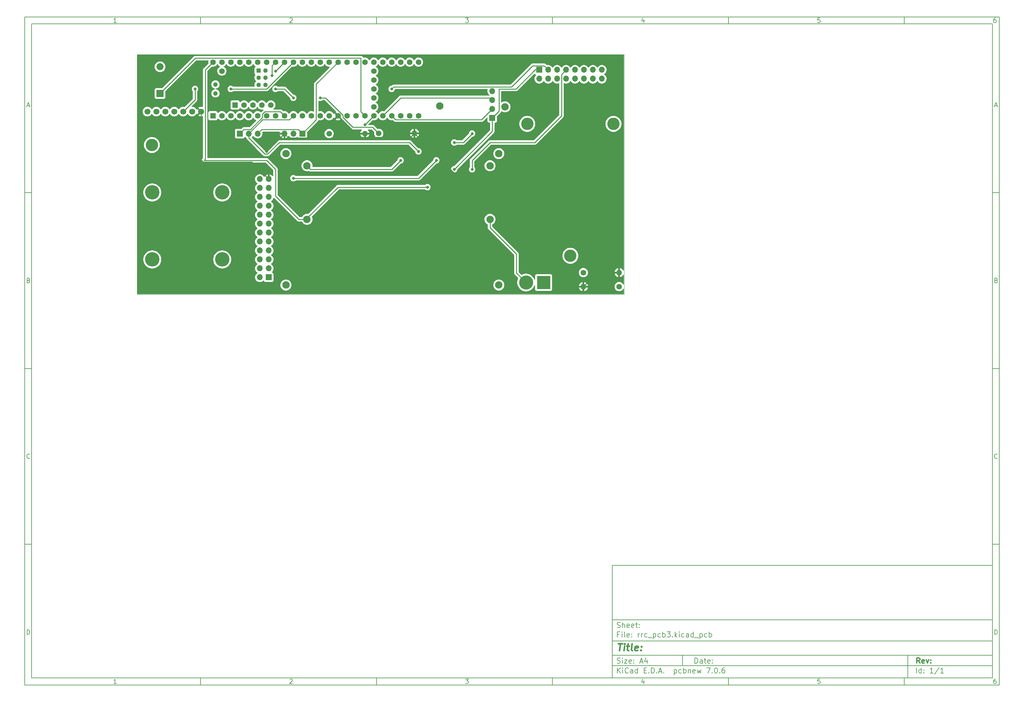
<source format=gbr>
%TF.GenerationSoftware,KiCad,Pcbnew,7.0.6*%
%TF.CreationDate,2023-08-10T16:59:27-04:00*%
%TF.ProjectId,rrc_pcb3,7272635f-7063-4623-932e-6b696361645f,rev?*%
%TF.SameCoordinates,Original*%
%TF.FileFunction,Copper,L1,Top*%
%TF.FilePolarity,Positive*%
%FSLAX46Y46*%
G04 Gerber Fmt 4.6, Leading zero omitted, Abs format (unit mm)*
G04 Created by KiCad (PCBNEW 7.0.6) date 2023-08-10 16:59:27*
%MOMM*%
%LPD*%
G01*
G04 APERTURE LIST*
%ADD10C,0.100000*%
%ADD11C,0.150000*%
%ADD12C,0.300000*%
%ADD13C,0.400000*%
%TA.AperFunction,ComponentPad*%
%ADD14C,2.100000*%
%TD*%
%TA.AperFunction,ComponentPad*%
%ADD15R,1.700000X1.700000*%
%TD*%
%TA.AperFunction,ComponentPad*%
%ADD16O,1.700000X1.700000*%
%TD*%
%TA.AperFunction,ComponentPad*%
%ADD17C,4.100000*%
%TD*%
%TA.AperFunction,ComponentPad*%
%ADD18O,1.600000X1.600000*%
%TD*%
%TA.AperFunction,ComponentPad*%
%ADD19C,1.600000*%
%TD*%
%TA.AperFunction,ComponentPad*%
%ADD20C,3.500000*%
%TD*%
%TA.AperFunction,ComponentPad*%
%ADD21C,4.000000*%
%TD*%
%TA.AperFunction,ComponentPad*%
%ADD22R,3.800000X3.800000*%
%TD*%
%TA.AperFunction,ComponentPad*%
%ADD23C,1.300000*%
%TD*%
%TA.AperFunction,ComponentPad*%
%ADD24R,1.300000X1.300000*%
%TD*%
%TA.AperFunction,ComponentPad*%
%ADD25R,1.600000X1.600000*%
%TD*%
%TA.AperFunction,ComponentPad*%
%ADD26C,1.700000*%
%TD*%
%TA.AperFunction,ComponentPad*%
%ADD27R,2.000000X2.000000*%
%TD*%
%TA.AperFunction,ComponentPad*%
%ADD28C,2.000000*%
%TD*%
%TA.AperFunction,ViaPad*%
%ADD29C,0.800000*%
%TD*%
%TA.AperFunction,Conductor*%
%ADD30C,0.250000*%
%TD*%
%TA.AperFunction,Profile*%
%ADD31C,0.050000*%
%TD*%
G04 APERTURE END LIST*
D10*
D11*
X177002200Y-166007200D02*
X285002200Y-166007200D01*
X285002200Y-198007200D01*
X177002200Y-198007200D01*
X177002200Y-166007200D01*
D10*
D11*
X10000000Y-10000000D02*
X287002200Y-10000000D01*
X287002200Y-200007200D01*
X10000000Y-200007200D01*
X10000000Y-10000000D01*
D10*
D11*
X12000000Y-12000000D02*
X285002200Y-12000000D01*
X285002200Y-198007200D01*
X12000000Y-198007200D01*
X12000000Y-12000000D01*
D10*
D11*
X60000000Y-12000000D02*
X60000000Y-10000000D01*
D10*
D11*
X110000000Y-12000000D02*
X110000000Y-10000000D01*
D10*
D11*
X160000000Y-12000000D02*
X160000000Y-10000000D01*
D10*
D11*
X210000000Y-12000000D02*
X210000000Y-10000000D01*
D10*
D11*
X260000000Y-12000000D02*
X260000000Y-10000000D01*
D10*
D11*
X36089160Y-11593604D02*
X35346303Y-11593604D01*
X35717731Y-11593604D02*
X35717731Y-10293604D01*
X35717731Y-10293604D02*
X35593922Y-10479319D01*
X35593922Y-10479319D02*
X35470112Y-10603128D01*
X35470112Y-10603128D02*
X35346303Y-10665033D01*
D10*
D11*
X85346303Y-10417414D02*
X85408207Y-10355509D01*
X85408207Y-10355509D02*
X85532017Y-10293604D01*
X85532017Y-10293604D02*
X85841541Y-10293604D01*
X85841541Y-10293604D02*
X85965350Y-10355509D01*
X85965350Y-10355509D02*
X86027255Y-10417414D01*
X86027255Y-10417414D02*
X86089160Y-10541223D01*
X86089160Y-10541223D02*
X86089160Y-10665033D01*
X86089160Y-10665033D02*
X86027255Y-10850747D01*
X86027255Y-10850747D02*
X85284398Y-11593604D01*
X85284398Y-11593604D02*
X86089160Y-11593604D01*
D10*
D11*
X135284398Y-10293604D02*
X136089160Y-10293604D01*
X136089160Y-10293604D02*
X135655826Y-10788842D01*
X135655826Y-10788842D02*
X135841541Y-10788842D01*
X135841541Y-10788842D02*
X135965350Y-10850747D01*
X135965350Y-10850747D02*
X136027255Y-10912652D01*
X136027255Y-10912652D02*
X136089160Y-11036461D01*
X136089160Y-11036461D02*
X136089160Y-11345985D01*
X136089160Y-11345985D02*
X136027255Y-11469795D01*
X136027255Y-11469795D02*
X135965350Y-11531700D01*
X135965350Y-11531700D02*
X135841541Y-11593604D01*
X135841541Y-11593604D02*
X135470112Y-11593604D01*
X135470112Y-11593604D02*
X135346303Y-11531700D01*
X135346303Y-11531700D02*
X135284398Y-11469795D01*
D10*
D11*
X185965350Y-10726938D02*
X185965350Y-11593604D01*
X185655826Y-10231700D02*
X185346303Y-11160271D01*
X185346303Y-11160271D02*
X186151064Y-11160271D01*
D10*
D11*
X236027255Y-10293604D02*
X235408207Y-10293604D01*
X235408207Y-10293604D02*
X235346303Y-10912652D01*
X235346303Y-10912652D02*
X235408207Y-10850747D01*
X235408207Y-10850747D02*
X235532017Y-10788842D01*
X235532017Y-10788842D02*
X235841541Y-10788842D01*
X235841541Y-10788842D02*
X235965350Y-10850747D01*
X235965350Y-10850747D02*
X236027255Y-10912652D01*
X236027255Y-10912652D02*
X236089160Y-11036461D01*
X236089160Y-11036461D02*
X236089160Y-11345985D01*
X236089160Y-11345985D02*
X236027255Y-11469795D01*
X236027255Y-11469795D02*
X235965350Y-11531700D01*
X235965350Y-11531700D02*
X235841541Y-11593604D01*
X235841541Y-11593604D02*
X235532017Y-11593604D01*
X235532017Y-11593604D02*
X235408207Y-11531700D01*
X235408207Y-11531700D02*
X235346303Y-11469795D01*
D10*
D11*
X285965350Y-10293604D02*
X285717731Y-10293604D01*
X285717731Y-10293604D02*
X285593922Y-10355509D01*
X285593922Y-10355509D02*
X285532017Y-10417414D01*
X285532017Y-10417414D02*
X285408207Y-10603128D01*
X285408207Y-10603128D02*
X285346303Y-10850747D01*
X285346303Y-10850747D02*
X285346303Y-11345985D01*
X285346303Y-11345985D02*
X285408207Y-11469795D01*
X285408207Y-11469795D02*
X285470112Y-11531700D01*
X285470112Y-11531700D02*
X285593922Y-11593604D01*
X285593922Y-11593604D02*
X285841541Y-11593604D01*
X285841541Y-11593604D02*
X285965350Y-11531700D01*
X285965350Y-11531700D02*
X286027255Y-11469795D01*
X286027255Y-11469795D02*
X286089160Y-11345985D01*
X286089160Y-11345985D02*
X286089160Y-11036461D01*
X286089160Y-11036461D02*
X286027255Y-10912652D01*
X286027255Y-10912652D02*
X285965350Y-10850747D01*
X285965350Y-10850747D02*
X285841541Y-10788842D01*
X285841541Y-10788842D02*
X285593922Y-10788842D01*
X285593922Y-10788842D02*
X285470112Y-10850747D01*
X285470112Y-10850747D02*
X285408207Y-10912652D01*
X285408207Y-10912652D02*
X285346303Y-11036461D01*
D10*
D11*
X60000000Y-198007200D02*
X60000000Y-200007200D01*
D10*
D11*
X110000000Y-198007200D02*
X110000000Y-200007200D01*
D10*
D11*
X160000000Y-198007200D02*
X160000000Y-200007200D01*
D10*
D11*
X210000000Y-198007200D02*
X210000000Y-200007200D01*
D10*
D11*
X260000000Y-198007200D02*
X260000000Y-200007200D01*
D10*
D11*
X36089160Y-199600804D02*
X35346303Y-199600804D01*
X35717731Y-199600804D02*
X35717731Y-198300804D01*
X35717731Y-198300804D02*
X35593922Y-198486519D01*
X35593922Y-198486519D02*
X35470112Y-198610328D01*
X35470112Y-198610328D02*
X35346303Y-198672233D01*
D10*
D11*
X85346303Y-198424614D02*
X85408207Y-198362709D01*
X85408207Y-198362709D02*
X85532017Y-198300804D01*
X85532017Y-198300804D02*
X85841541Y-198300804D01*
X85841541Y-198300804D02*
X85965350Y-198362709D01*
X85965350Y-198362709D02*
X86027255Y-198424614D01*
X86027255Y-198424614D02*
X86089160Y-198548423D01*
X86089160Y-198548423D02*
X86089160Y-198672233D01*
X86089160Y-198672233D02*
X86027255Y-198857947D01*
X86027255Y-198857947D02*
X85284398Y-199600804D01*
X85284398Y-199600804D02*
X86089160Y-199600804D01*
D10*
D11*
X135284398Y-198300804D02*
X136089160Y-198300804D01*
X136089160Y-198300804D02*
X135655826Y-198796042D01*
X135655826Y-198796042D02*
X135841541Y-198796042D01*
X135841541Y-198796042D02*
X135965350Y-198857947D01*
X135965350Y-198857947D02*
X136027255Y-198919852D01*
X136027255Y-198919852D02*
X136089160Y-199043661D01*
X136089160Y-199043661D02*
X136089160Y-199353185D01*
X136089160Y-199353185D02*
X136027255Y-199476995D01*
X136027255Y-199476995D02*
X135965350Y-199538900D01*
X135965350Y-199538900D02*
X135841541Y-199600804D01*
X135841541Y-199600804D02*
X135470112Y-199600804D01*
X135470112Y-199600804D02*
X135346303Y-199538900D01*
X135346303Y-199538900D02*
X135284398Y-199476995D01*
D10*
D11*
X185965350Y-198734138D02*
X185965350Y-199600804D01*
X185655826Y-198238900D02*
X185346303Y-199167471D01*
X185346303Y-199167471D02*
X186151064Y-199167471D01*
D10*
D11*
X236027255Y-198300804D02*
X235408207Y-198300804D01*
X235408207Y-198300804D02*
X235346303Y-198919852D01*
X235346303Y-198919852D02*
X235408207Y-198857947D01*
X235408207Y-198857947D02*
X235532017Y-198796042D01*
X235532017Y-198796042D02*
X235841541Y-198796042D01*
X235841541Y-198796042D02*
X235965350Y-198857947D01*
X235965350Y-198857947D02*
X236027255Y-198919852D01*
X236027255Y-198919852D02*
X236089160Y-199043661D01*
X236089160Y-199043661D02*
X236089160Y-199353185D01*
X236089160Y-199353185D02*
X236027255Y-199476995D01*
X236027255Y-199476995D02*
X235965350Y-199538900D01*
X235965350Y-199538900D02*
X235841541Y-199600804D01*
X235841541Y-199600804D02*
X235532017Y-199600804D01*
X235532017Y-199600804D02*
X235408207Y-199538900D01*
X235408207Y-199538900D02*
X235346303Y-199476995D01*
D10*
D11*
X285965350Y-198300804D02*
X285717731Y-198300804D01*
X285717731Y-198300804D02*
X285593922Y-198362709D01*
X285593922Y-198362709D02*
X285532017Y-198424614D01*
X285532017Y-198424614D02*
X285408207Y-198610328D01*
X285408207Y-198610328D02*
X285346303Y-198857947D01*
X285346303Y-198857947D02*
X285346303Y-199353185D01*
X285346303Y-199353185D02*
X285408207Y-199476995D01*
X285408207Y-199476995D02*
X285470112Y-199538900D01*
X285470112Y-199538900D02*
X285593922Y-199600804D01*
X285593922Y-199600804D02*
X285841541Y-199600804D01*
X285841541Y-199600804D02*
X285965350Y-199538900D01*
X285965350Y-199538900D02*
X286027255Y-199476995D01*
X286027255Y-199476995D02*
X286089160Y-199353185D01*
X286089160Y-199353185D02*
X286089160Y-199043661D01*
X286089160Y-199043661D02*
X286027255Y-198919852D01*
X286027255Y-198919852D02*
X285965350Y-198857947D01*
X285965350Y-198857947D02*
X285841541Y-198796042D01*
X285841541Y-198796042D02*
X285593922Y-198796042D01*
X285593922Y-198796042D02*
X285470112Y-198857947D01*
X285470112Y-198857947D02*
X285408207Y-198919852D01*
X285408207Y-198919852D02*
X285346303Y-199043661D01*
D10*
D11*
X10000000Y-60000000D02*
X12000000Y-60000000D01*
D10*
D11*
X10000000Y-110000000D02*
X12000000Y-110000000D01*
D10*
D11*
X10000000Y-160000000D02*
X12000000Y-160000000D01*
D10*
D11*
X10690476Y-35222176D02*
X11309523Y-35222176D01*
X10566666Y-35593604D02*
X10999999Y-34293604D01*
X10999999Y-34293604D02*
X11433333Y-35593604D01*
D10*
D11*
X11092857Y-84912652D02*
X11278571Y-84974557D01*
X11278571Y-84974557D02*
X11340476Y-85036461D01*
X11340476Y-85036461D02*
X11402380Y-85160271D01*
X11402380Y-85160271D02*
X11402380Y-85345985D01*
X11402380Y-85345985D02*
X11340476Y-85469795D01*
X11340476Y-85469795D02*
X11278571Y-85531700D01*
X11278571Y-85531700D02*
X11154761Y-85593604D01*
X11154761Y-85593604D02*
X10659523Y-85593604D01*
X10659523Y-85593604D02*
X10659523Y-84293604D01*
X10659523Y-84293604D02*
X11092857Y-84293604D01*
X11092857Y-84293604D02*
X11216666Y-84355509D01*
X11216666Y-84355509D02*
X11278571Y-84417414D01*
X11278571Y-84417414D02*
X11340476Y-84541223D01*
X11340476Y-84541223D02*
X11340476Y-84665033D01*
X11340476Y-84665033D02*
X11278571Y-84788842D01*
X11278571Y-84788842D02*
X11216666Y-84850747D01*
X11216666Y-84850747D02*
X11092857Y-84912652D01*
X11092857Y-84912652D02*
X10659523Y-84912652D01*
D10*
D11*
X11402380Y-135469795D02*
X11340476Y-135531700D01*
X11340476Y-135531700D02*
X11154761Y-135593604D01*
X11154761Y-135593604D02*
X11030952Y-135593604D01*
X11030952Y-135593604D02*
X10845238Y-135531700D01*
X10845238Y-135531700D02*
X10721428Y-135407890D01*
X10721428Y-135407890D02*
X10659523Y-135284080D01*
X10659523Y-135284080D02*
X10597619Y-135036461D01*
X10597619Y-135036461D02*
X10597619Y-134850747D01*
X10597619Y-134850747D02*
X10659523Y-134603128D01*
X10659523Y-134603128D02*
X10721428Y-134479319D01*
X10721428Y-134479319D02*
X10845238Y-134355509D01*
X10845238Y-134355509D02*
X11030952Y-134293604D01*
X11030952Y-134293604D02*
X11154761Y-134293604D01*
X11154761Y-134293604D02*
X11340476Y-134355509D01*
X11340476Y-134355509D02*
X11402380Y-134417414D01*
D10*
D11*
X10659523Y-185593604D02*
X10659523Y-184293604D01*
X10659523Y-184293604D02*
X10969047Y-184293604D01*
X10969047Y-184293604D02*
X11154761Y-184355509D01*
X11154761Y-184355509D02*
X11278571Y-184479319D01*
X11278571Y-184479319D02*
X11340476Y-184603128D01*
X11340476Y-184603128D02*
X11402380Y-184850747D01*
X11402380Y-184850747D02*
X11402380Y-185036461D01*
X11402380Y-185036461D02*
X11340476Y-185284080D01*
X11340476Y-185284080D02*
X11278571Y-185407890D01*
X11278571Y-185407890D02*
X11154761Y-185531700D01*
X11154761Y-185531700D02*
X10969047Y-185593604D01*
X10969047Y-185593604D02*
X10659523Y-185593604D01*
D10*
D11*
X287002200Y-60000000D02*
X285002200Y-60000000D01*
D10*
D11*
X287002200Y-110000000D02*
X285002200Y-110000000D01*
D10*
D11*
X287002200Y-160000000D02*
X285002200Y-160000000D01*
D10*
D11*
X285692676Y-35222176D02*
X286311723Y-35222176D01*
X285568866Y-35593604D02*
X286002199Y-34293604D01*
X286002199Y-34293604D02*
X286435533Y-35593604D01*
D10*
D11*
X286095057Y-84912652D02*
X286280771Y-84974557D01*
X286280771Y-84974557D02*
X286342676Y-85036461D01*
X286342676Y-85036461D02*
X286404580Y-85160271D01*
X286404580Y-85160271D02*
X286404580Y-85345985D01*
X286404580Y-85345985D02*
X286342676Y-85469795D01*
X286342676Y-85469795D02*
X286280771Y-85531700D01*
X286280771Y-85531700D02*
X286156961Y-85593604D01*
X286156961Y-85593604D02*
X285661723Y-85593604D01*
X285661723Y-85593604D02*
X285661723Y-84293604D01*
X285661723Y-84293604D02*
X286095057Y-84293604D01*
X286095057Y-84293604D02*
X286218866Y-84355509D01*
X286218866Y-84355509D02*
X286280771Y-84417414D01*
X286280771Y-84417414D02*
X286342676Y-84541223D01*
X286342676Y-84541223D02*
X286342676Y-84665033D01*
X286342676Y-84665033D02*
X286280771Y-84788842D01*
X286280771Y-84788842D02*
X286218866Y-84850747D01*
X286218866Y-84850747D02*
X286095057Y-84912652D01*
X286095057Y-84912652D02*
X285661723Y-84912652D01*
D10*
D11*
X286404580Y-135469795D02*
X286342676Y-135531700D01*
X286342676Y-135531700D02*
X286156961Y-135593604D01*
X286156961Y-135593604D02*
X286033152Y-135593604D01*
X286033152Y-135593604D02*
X285847438Y-135531700D01*
X285847438Y-135531700D02*
X285723628Y-135407890D01*
X285723628Y-135407890D02*
X285661723Y-135284080D01*
X285661723Y-135284080D02*
X285599819Y-135036461D01*
X285599819Y-135036461D02*
X285599819Y-134850747D01*
X285599819Y-134850747D02*
X285661723Y-134603128D01*
X285661723Y-134603128D02*
X285723628Y-134479319D01*
X285723628Y-134479319D02*
X285847438Y-134355509D01*
X285847438Y-134355509D02*
X286033152Y-134293604D01*
X286033152Y-134293604D02*
X286156961Y-134293604D01*
X286156961Y-134293604D02*
X286342676Y-134355509D01*
X286342676Y-134355509D02*
X286404580Y-134417414D01*
D10*
D11*
X285661723Y-185593604D02*
X285661723Y-184293604D01*
X285661723Y-184293604D02*
X285971247Y-184293604D01*
X285971247Y-184293604D02*
X286156961Y-184355509D01*
X286156961Y-184355509D02*
X286280771Y-184479319D01*
X286280771Y-184479319D02*
X286342676Y-184603128D01*
X286342676Y-184603128D02*
X286404580Y-184850747D01*
X286404580Y-184850747D02*
X286404580Y-185036461D01*
X286404580Y-185036461D02*
X286342676Y-185284080D01*
X286342676Y-185284080D02*
X286280771Y-185407890D01*
X286280771Y-185407890D02*
X286156961Y-185531700D01*
X286156961Y-185531700D02*
X285971247Y-185593604D01*
X285971247Y-185593604D02*
X285661723Y-185593604D01*
D10*
D11*
X200458026Y-193793328D02*
X200458026Y-192293328D01*
X200458026Y-192293328D02*
X200815169Y-192293328D01*
X200815169Y-192293328D02*
X201029455Y-192364757D01*
X201029455Y-192364757D02*
X201172312Y-192507614D01*
X201172312Y-192507614D02*
X201243741Y-192650471D01*
X201243741Y-192650471D02*
X201315169Y-192936185D01*
X201315169Y-192936185D02*
X201315169Y-193150471D01*
X201315169Y-193150471D02*
X201243741Y-193436185D01*
X201243741Y-193436185D02*
X201172312Y-193579042D01*
X201172312Y-193579042D02*
X201029455Y-193721900D01*
X201029455Y-193721900D02*
X200815169Y-193793328D01*
X200815169Y-193793328D02*
X200458026Y-193793328D01*
X202600884Y-193793328D02*
X202600884Y-193007614D01*
X202600884Y-193007614D02*
X202529455Y-192864757D01*
X202529455Y-192864757D02*
X202386598Y-192793328D01*
X202386598Y-192793328D02*
X202100884Y-192793328D01*
X202100884Y-192793328D02*
X201958026Y-192864757D01*
X202600884Y-193721900D02*
X202458026Y-193793328D01*
X202458026Y-193793328D02*
X202100884Y-193793328D01*
X202100884Y-193793328D02*
X201958026Y-193721900D01*
X201958026Y-193721900D02*
X201886598Y-193579042D01*
X201886598Y-193579042D02*
X201886598Y-193436185D01*
X201886598Y-193436185D02*
X201958026Y-193293328D01*
X201958026Y-193293328D02*
X202100884Y-193221900D01*
X202100884Y-193221900D02*
X202458026Y-193221900D01*
X202458026Y-193221900D02*
X202600884Y-193150471D01*
X203100884Y-192793328D02*
X203672312Y-192793328D01*
X203315169Y-192293328D02*
X203315169Y-193579042D01*
X203315169Y-193579042D02*
X203386598Y-193721900D01*
X203386598Y-193721900D02*
X203529455Y-193793328D01*
X203529455Y-193793328D02*
X203672312Y-193793328D01*
X204743741Y-193721900D02*
X204600884Y-193793328D01*
X204600884Y-193793328D02*
X204315170Y-193793328D01*
X204315170Y-193793328D02*
X204172312Y-193721900D01*
X204172312Y-193721900D02*
X204100884Y-193579042D01*
X204100884Y-193579042D02*
X204100884Y-193007614D01*
X204100884Y-193007614D02*
X204172312Y-192864757D01*
X204172312Y-192864757D02*
X204315170Y-192793328D01*
X204315170Y-192793328D02*
X204600884Y-192793328D01*
X204600884Y-192793328D02*
X204743741Y-192864757D01*
X204743741Y-192864757D02*
X204815170Y-193007614D01*
X204815170Y-193007614D02*
X204815170Y-193150471D01*
X204815170Y-193150471D02*
X204100884Y-193293328D01*
X205458026Y-193650471D02*
X205529455Y-193721900D01*
X205529455Y-193721900D02*
X205458026Y-193793328D01*
X205458026Y-193793328D02*
X205386598Y-193721900D01*
X205386598Y-193721900D02*
X205458026Y-193650471D01*
X205458026Y-193650471D02*
X205458026Y-193793328D01*
X205458026Y-192864757D02*
X205529455Y-192936185D01*
X205529455Y-192936185D02*
X205458026Y-193007614D01*
X205458026Y-193007614D02*
X205386598Y-192936185D01*
X205386598Y-192936185D02*
X205458026Y-192864757D01*
X205458026Y-192864757D02*
X205458026Y-193007614D01*
D10*
D11*
X177002200Y-194507200D02*
X285002200Y-194507200D01*
D10*
D11*
X178458026Y-196593328D02*
X178458026Y-195093328D01*
X179315169Y-196593328D02*
X178672312Y-195736185D01*
X179315169Y-195093328D02*
X178458026Y-195950471D01*
X179958026Y-196593328D02*
X179958026Y-195593328D01*
X179958026Y-195093328D02*
X179886598Y-195164757D01*
X179886598Y-195164757D02*
X179958026Y-195236185D01*
X179958026Y-195236185D02*
X180029455Y-195164757D01*
X180029455Y-195164757D02*
X179958026Y-195093328D01*
X179958026Y-195093328D02*
X179958026Y-195236185D01*
X181529455Y-196450471D02*
X181458027Y-196521900D01*
X181458027Y-196521900D02*
X181243741Y-196593328D01*
X181243741Y-196593328D02*
X181100884Y-196593328D01*
X181100884Y-196593328D02*
X180886598Y-196521900D01*
X180886598Y-196521900D02*
X180743741Y-196379042D01*
X180743741Y-196379042D02*
X180672312Y-196236185D01*
X180672312Y-196236185D02*
X180600884Y-195950471D01*
X180600884Y-195950471D02*
X180600884Y-195736185D01*
X180600884Y-195736185D02*
X180672312Y-195450471D01*
X180672312Y-195450471D02*
X180743741Y-195307614D01*
X180743741Y-195307614D02*
X180886598Y-195164757D01*
X180886598Y-195164757D02*
X181100884Y-195093328D01*
X181100884Y-195093328D02*
X181243741Y-195093328D01*
X181243741Y-195093328D02*
X181458027Y-195164757D01*
X181458027Y-195164757D02*
X181529455Y-195236185D01*
X182815170Y-196593328D02*
X182815170Y-195807614D01*
X182815170Y-195807614D02*
X182743741Y-195664757D01*
X182743741Y-195664757D02*
X182600884Y-195593328D01*
X182600884Y-195593328D02*
X182315170Y-195593328D01*
X182315170Y-195593328D02*
X182172312Y-195664757D01*
X182815170Y-196521900D02*
X182672312Y-196593328D01*
X182672312Y-196593328D02*
X182315170Y-196593328D01*
X182315170Y-196593328D02*
X182172312Y-196521900D01*
X182172312Y-196521900D02*
X182100884Y-196379042D01*
X182100884Y-196379042D02*
X182100884Y-196236185D01*
X182100884Y-196236185D02*
X182172312Y-196093328D01*
X182172312Y-196093328D02*
X182315170Y-196021900D01*
X182315170Y-196021900D02*
X182672312Y-196021900D01*
X182672312Y-196021900D02*
X182815170Y-195950471D01*
X184172313Y-196593328D02*
X184172313Y-195093328D01*
X184172313Y-196521900D02*
X184029455Y-196593328D01*
X184029455Y-196593328D02*
X183743741Y-196593328D01*
X183743741Y-196593328D02*
X183600884Y-196521900D01*
X183600884Y-196521900D02*
X183529455Y-196450471D01*
X183529455Y-196450471D02*
X183458027Y-196307614D01*
X183458027Y-196307614D02*
X183458027Y-195879042D01*
X183458027Y-195879042D02*
X183529455Y-195736185D01*
X183529455Y-195736185D02*
X183600884Y-195664757D01*
X183600884Y-195664757D02*
X183743741Y-195593328D01*
X183743741Y-195593328D02*
X184029455Y-195593328D01*
X184029455Y-195593328D02*
X184172313Y-195664757D01*
X186029455Y-195807614D02*
X186529455Y-195807614D01*
X186743741Y-196593328D02*
X186029455Y-196593328D01*
X186029455Y-196593328D02*
X186029455Y-195093328D01*
X186029455Y-195093328D02*
X186743741Y-195093328D01*
X187386598Y-196450471D02*
X187458027Y-196521900D01*
X187458027Y-196521900D02*
X187386598Y-196593328D01*
X187386598Y-196593328D02*
X187315170Y-196521900D01*
X187315170Y-196521900D02*
X187386598Y-196450471D01*
X187386598Y-196450471D02*
X187386598Y-196593328D01*
X188100884Y-196593328D02*
X188100884Y-195093328D01*
X188100884Y-195093328D02*
X188458027Y-195093328D01*
X188458027Y-195093328D02*
X188672313Y-195164757D01*
X188672313Y-195164757D02*
X188815170Y-195307614D01*
X188815170Y-195307614D02*
X188886599Y-195450471D01*
X188886599Y-195450471D02*
X188958027Y-195736185D01*
X188958027Y-195736185D02*
X188958027Y-195950471D01*
X188958027Y-195950471D02*
X188886599Y-196236185D01*
X188886599Y-196236185D02*
X188815170Y-196379042D01*
X188815170Y-196379042D02*
X188672313Y-196521900D01*
X188672313Y-196521900D02*
X188458027Y-196593328D01*
X188458027Y-196593328D02*
X188100884Y-196593328D01*
X189600884Y-196450471D02*
X189672313Y-196521900D01*
X189672313Y-196521900D02*
X189600884Y-196593328D01*
X189600884Y-196593328D02*
X189529456Y-196521900D01*
X189529456Y-196521900D02*
X189600884Y-196450471D01*
X189600884Y-196450471D02*
X189600884Y-196593328D01*
X190243742Y-196164757D02*
X190958028Y-196164757D01*
X190100885Y-196593328D02*
X190600885Y-195093328D01*
X190600885Y-195093328D02*
X191100885Y-196593328D01*
X191600884Y-196450471D02*
X191672313Y-196521900D01*
X191672313Y-196521900D02*
X191600884Y-196593328D01*
X191600884Y-196593328D02*
X191529456Y-196521900D01*
X191529456Y-196521900D02*
X191600884Y-196450471D01*
X191600884Y-196450471D02*
X191600884Y-196593328D01*
X194600884Y-195593328D02*
X194600884Y-197093328D01*
X194600884Y-195664757D02*
X194743742Y-195593328D01*
X194743742Y-195593328D02*
X195029456Y-195593328D01*
X195029456Y-195593328D02*
X195172313Y-195664757D01*
X195172313Y-195664757D02*
X195243742Y-195736185D01*
X195243742Y-195736185D02*
X195315170Y-195879042D01*
X195315170Y-195879042D02*
X195315170Y-196307614D01*
X195315170Y-196307614D02*
X195243742Y-196450471D01*
X195243742Y-196450471D02*
X195172313Y-196521900D01*
X195172313Y-196521900D02*
X195029456Y-196593328D01*
X195029456Y-196593328D02*
X194743742Y-196593328D01*
X194743742Y-196593328D02*
X194600884Y-196521900D01*
X196600885Y-196521900D02*
X196458027Y-196593328D01*
X196458027Y-196593328D02*
X196172313Y-196593328D01*
X196172313Y-196593328D02*
X196029456Y-196521900D01*
X196029456Y-196521900D02*
X195958027Y-196450471D01*
X195958027Y-196450471D02*
X195886599Y-196307614D01*
X195886599Y-196307614D02*
X195886599Y-195879042D01*
X195886599Y-195879042D02*
X195958027Y-195736185D01*
X195958027Y-195736185D02*
X196029456Y-195664757D01*
X196029456Y-195664757D02*
X196172313Y-195593328D01*
X196172313Y-195593328D02*
X196458027Y-195593328D01*
X196458027Y-195593328D02*
X196600885Y-195664757D01*
X197243741Y-196593328D02*
X197243741Y-195093328D01*
X197243741Y-195664757D02*
X197386599Y-195593328D01*
X197386599Y-195593328D02*
X197672313Y-195593328D01*
X197672313Y-195593328D02*
X197815170Y-195664757D01*
X197815170Y-195664757D02*
X197886599Y-195736185D01*
X197886599Y-195736185D02*
X197958027Y-195879042D01*
X197958027Y-195879042D02*
X197958027Y-196307614D01*
X197958027Y-196307614D02*
X197886599Y-196450471D01*
X197886599Y-196450471D02*
X197815170Y-196521900D01*
X197815170Y-196521900D02*
X197672313Y-196593328D01*
X197672313Y-196593328D02*
X197386599Y-196593328D01*
X197386599Y-196593328D02*
X197243741Y-196521900D01*
X198600884Y-195593328D02*
X198600884Y-196593328D01*
X198600884Y-195736185D02*
X198672313Y-195664757D01*
X198672313Y-195664757D02*
X198815170Y-195593328D01*
X198815170Y-195593328D02*
X199029456Y-195593328D01*
X199029456Y-195593328D02*
X199172313Y-195664757D01*
X199172313Y-195664757D02*
X199243742Y-195807614D01*
X199243742Y-195807614D02*
X199243742Y-196593328D01*
X200529456Y-196521900D02*
X200386599Y-196593328D01*
X200386599Y-196593328D02*
X200100885Y-196593328D01*
X200100885Y-196593328D02*
X199958027Y-196521900D01*
X199958027Y-196521900D02*
X199886599Y-196379042D01*
X199886599Y-196379042D02*
X199886599Y-195807614D01*
X199886599Y-195807614D02*
X199958027Y-195664757D01*
X199958027Y-195664757D02*
X200100885Y-195593328D01*
X200100885Y-195593328D02*
X200386599Y-195593328D01*
X200386599Y-195593328D02*
X200529456Y-195664757D01*
X200529456Y-195664757D02*
X200600885Y-195807614D01*
X200600885Y-195807614D02*
X200600885Y-195950471D01*
X200600885Y-195950471D02*
X199886599Y-196093328D01*
X201100884Y-195593328D02*
X201386599Y-196593328D01*
X201386599Y-196593328D02*
X201672313Y-195879042D01*
X201672313Y-195879042D02*
X201958027Y-196593328D01*
X201958027Y-196593328D02*
X202243741Y-195593328D01*
X203815170Y-195093328D02*
X204815170Y-195093328D01*
X204815170Y-195093328D02*
X204172313Y-196593328D01*
X205386598Y-196450471D02*
X205458027Y-196521900D01*
X205458027Y-196521900D02*
X205386598Y-196593328D01*
X205386598Y-196593328D02*
X205315170Y-196521900D01*
X205315170Y-196521900D02*
X205386598Y-196450471D01*
X205386598Y-196450471D02*
X205386598Y-196593328D01*
X206386599Y-195093328D02*
X206529456Y-195093328D01*
X206529456Y-195093328D02*
X206672313Y-195164757D01*
X206672313Y-195164757D02*
X206743742Y-195236185D01*
X206743742Y-195236185D02*
X206815170Y-195379042D01*
X206815170Y-195379042D02*
X206886599Y-195664757D01*
X206886599Y-195664757D02*
X206886599Y-196021900D01*
X206886599Y-196021900D02*
X206815170Y-196307614D01*
X206815170Y-196307614D02*
X206743742Y-196450471D01*
X206743742Y-196450471D02*
X206672313Y-196521900D01*
X206672313Y-196521900D02*
X206529456Y-196593328D01*
X206529456Y-196593328D02*
X206386599Y-196593328D01*
X206386599Y-196593328D02*
X206243742Y-196521900D01*
X206243742Y-196521900D02*
X206172313Y-196450471D01*
X206172313Y-196450471D02*
X206100884Y-196307614D01*
X206100884Y-196307614D02*
X206029456Y-196021900D01*
X206029456Y-196021900D02*
X206029456Y-195664757D01*
X206029456Y-195664757D02*
X206100884Y-195379042D01*
X206100884Y-195379042D02*
X206172313Y-195236185D01*
X206172313Y-195236185D02*
X206243742Y-195164757D01*
X206243742Y-195164757D02*
X206386599Y-195093328D01*
X207529455Y-196450471D02*
X207600884Y-196521900D01*
X207600884Y-196521900D02*
X207529455Y-196593328D01*
X207529455Y-196593328D02*
X207458027Y-196521900D01*
X207458027Y-196521900D02*
X207529455Y-196450471D01*
X207529455Y-196450471D02*
X207529455Y-196593328D01*
X208886599Y-195093328D02*
X208600884Y-195093328D01*
X208600884Y-195093328D02*
X208458027Y-195164757D01*
X208458027Y-195164757D02*
X208386599Y-195236185D01*
X208386599Y-195236185D02*
X208243741Y-195450471D01*
X208243741Y-195450471D02*
X208172313Y-195736185D01*
X208172313Y-195736185D02*
X208172313Y-196307614D01*
X208172313Y-196307614D02*
X208243741Y-196450471D01*
X208243741Y-196450471D02*
X208315170Y-196521900D01*
X208315170Y-196521900D02*
X208458027Y-196593328D01*
X208458027Y-196593328D02*
X208743741Y-196593328D01*
X208743741Y-196593328D02*
X208886599Y-196521900D01*
X208886599Y-196521900D02*
X208958027Y-196450471D01*
X208958027Y-196450471D02*
X209029456Y-196307614D01*
X209029456Y-196307614D02*
X209029456Y-195950471D01*
X209029456Y-195950471D02*
X208958027Y-195807614D01*
X208958027Y-195807614D02*
X208886599Y-195736185D01*
X208886599Y-195736185D02*
X208743741Y-195664757D01*
X208743741Y-195664757D02*
X208458027Y-195664757D01*
X208458027Y-195664757D02*
X208315170Y-195736185D01*
X208315170Y-195736185D02*
X208243741Y-195807614D01*
X208243741Y-195807614D02*
X208172313Y-195950471D01*
D10*
D11*
X177002200Y-191507200D02*
X285002200Y-191507200D01*
D10*
D12*
X264413853Y-193785528D02*
X263913853Y-193071242D01*
X263556710Y-193785528D02*
X263556710Y-192285528D01*
X263556710Y-192285528D02*
X264128139Y-192285528D01*
X264128139Y-192285528D02*
X264270996Y-192356957D01*
X264270996Y-192356957D02*
X264342425Y-192428385D01*
X264342425Y-192428385D02*
X264413853Y-192571242D01*
X264413853Y-192571242D02*
X264413853Y-192785528D01*
X264413853Y-192785528D02*
X264342425Y-192928385D01*
X264342425Y-192928385D02*
X264270996Y-192999814D01*
X264270996Y-192999814D02*
X264128139Y-193071242D01*
X264128139Y-193071242D02*
X263556710Y-193071242D01*
X265628139Y-193714100D02*
X265485282Y-193785528D01*
X265485282Y-193785528D02*
X265199568Y-193785528D01*
X265199568Y-193785528D02*
X265056710Y-193714100D01*
X265056710Y-193714100D02*
X264985282Y-193571242D01*
X264985282Y-193571242D02*
X264985282Y-192999814D01*
X264985282Y-192999814D02*
X265056710Y-192856957D01*
X265056710Y-192856957D02*
X265199568Y-192785528D01*
X265199568Y-192785528D02*
X265485282Y-192785528D01*
X265485282Y-192785528D02*
X265628139Y-192856957D01*
X265628139Y-192856957D02*
X265699568Y-192999814D01*
X265699568Y-192999814D02*
X265699568Y-193142671D01*
X265699568Y-193142671D02*
X264985282Y-193285528D01*
X266199567Y-192785528D02*
X266556710Y-193785528D01*
X266556710Y-193785528D02*
X266913853Y-192785528D01*
X267485281Y-193642671D02*
X267556710Y-193714100D01*
X267556710Y-193714100D02*
X267485281Y-193785528D01*
X267485281Y-193785528D02*
X267413853Y-193714100D01*
X267413853Y-193714100D02*
X267485281Y-193642671D01*
X267485281Y-193642671D02*
X267485281Y-193785528D01*
X267485281Y-192856957D02*
X267556710Y-192928385D01*
X267556710Y-192928385D02*
X267485281Y-192999814D01*
X267485281Y-192999814D02*
X267413853Y-192928385D01*
X267413853Y-192928385D02*
X267485281Y-192856957D01*
X267485281Y-192856957D02*
X267485281Y-192999814D01*
D10*
D11*
X178386598Y-193721900D02*
X178600884Y-193793328D01*
X178600884Y-193793328D02*
X178958026Y-193793328D01*
X178958026Y-193793328D02*
X179100884Y-193721900D01*
X179100884Y-193721900D02*
X179172312Y-193650471D01*
X179172312Y-193650471D02*
X179243741Y-193507614D01*
X179243741Y-193507614D02*
X179243741Y-193364757D01*
X179243741Y-193364757D02*
X179172312Y-193221900D01*
X179172312Y-193221900D02*
X179100884Y-193150471D01*
X179100884Y-193150471D02*
X178958026Y-193079042D01*
X178958026Y-193079042D02*
X178672312Y-193007614D01*
X178672312Y-193007614D02*
X178529455Y-192936185D01*
X178529455Y-192936185D02*
X178458026Y-192864757D01*
X178458026Y-192864757D02*
X178386598Y-192721900D01*
X178386598Y-192721900D02*
X178386598Y-192579042D01*
X178386598Y-192579042D02*
X178458026Y-192436185D01*
X178458026Y-192436185D02*
X178529455Y-192364757D01*
X178529455Y-192364757D02*
X178672312Y-192293328D01*
X178672312Y-192293328D02*
X179029455Y-192293328D01*
X179029455Y-192293328D02*
X179243741Y-192364757D01*
X179886597Y-193793328D02*
X179886597Y-192793328D01*
X179886597Y-192293328D02*
X179815169Y-192364757D01*
X179815169Y-192364757D02*
X179886597Y-192436185D01*
X179886597Y-192436185D02*
X179958026Y-192364757D01*
X179958026Y-192364757D02*
X179886597Y-192293328D01*
X179886597Y-192293328D02*
X179886597Y-192436185D01*
X180458026Y-192793328D02*
X181243741Y-192793328D01*
X181243741Y-192793328D02*
X180458026Y-193793328D01*
X180458026Y-193793328D02*
X181243741Y-193793328D01*
X182386598Y-193721900D02*
X182243741Y-193793328D01*
X182243741Y-193793328D02*
X181958027Y-193793328D01*
X181958027Y-193793328D02*
X181815169Y-193721900D01*
X181815169Y-193721900D02*
X181743741Y-193579042D01*
X181743741Y-193579042D02*
X181743741Y-193007614D01*
X181743741Y-193007614D02*
X181815169Y-192864757D01*
X181815169Y-192864757D02*
X181958027Y-192793328D01*
X181958027Y-192793328D02*
X182243741Y-192793328D01*
X182243741Y-192793328D02*
X182386598Y-192864757D01*
X182386598Y-192864757D02*
X182458027Y-193007614D01*
X182458027Y-193007614D02*
X182458027Y-193150471D01*
X182458027Y-193150471D02*
X181743741Y-193293328D01*
X183100883Y-193650471D02*
X183172312Y-193721900D01*
X183172312Y-193721900D02*
X183100883Y-193793328D01*
X183100883Y-193793328D02*
X183029455Y-193721900D01*
X183029455Y-193721900D02*
X183100883Y-193650471D01*
X183100883Y-193650471D02*
X183100883Y-193793328D01*
X183100883Y-192864757D02*
X183172312Y-192936185D01*
X183172312Y-192936185D02*
X183100883Y-193007614D01*
X183100883Y-193007614D02*
X183029455Y-192936185D01*
X183029455Y-192936185D02*
X183100883Y-192864757D01*
X183100883Y-192864757D02*
X183100883Y-193007614D01*
X184886598Y-193364757D02*
X185600884Y-193364757D01*
X184743741Y-193793328D02*
X185243741Y-192293328D01*
X185243741Y-192293328D02*
X185743741Y-193793328D01*
X186886598Y-192793328D02*
X186886598Y-193793328D01*
X186529455Y-192221900D02*
X186172312Y-193293328D01*
X186172312Y-193293328D02*
X187100883Y-193293328D01*
D10*
D11*
X263458026Y-196593328D02*
X263458026Y-195093328D01*
X264815170Y-196593328D02*
X264815170Y-195093328D01*
X264815170Y-196521900D02*
X264672312Y-196593328D01*
X264672312Y-196593328D02*
X264386598Y-196593328D01*
X264386598Y-196593328D02*
X264243741Y-196521900D01*
X264243741Y-196521900D02*
X264172312Y-196450471D01*
X264172312Y-196450471D02*
X264100884Y-196307614D01*
X264100884Y-196307614D02*
X264100884Y-195879042D01*
X264100884Y-195879042D02*
X264172312Y-195736185D01*
X264172312Y-195736185D02*
X264243741Y-195664757D01*
X264243741Y-195664757D02*
X264386598Y-195593328D01*
X264386598Y-195593328D02*
X264672312Y-195593328D01*
X264672312Y-195593328D02*
X264815170Y-195664757D01*
X265529455Y-196450471D02*
X265600884Y-196521900D01*
X265600884Y-196521900D02*
X265529455Y-196593328D01*
X265529455Y-196593328D02*
X265458027Y-196521900D01*
X265458027Y-196521900D02*
X265529455Y-196450471D01*
X265529455Y-196450471D02*
X265529455Y-196593328D01*
X265529455Y-195664757D02*
X265600884Y-195736185D01*
X265600884Y-195736185D02*
X265529455Y-195807614D01*
X265529455Y-195807614D02*
X265458027Y-195736185D01*
X265458027Y-195736185D02*
X265529455Y-195664757D01*
X265529455Y-195664757D02*
X265529455Y-195807614D01*
X268172313Y-196593328D02*
X267315170Y-196593328D01*
X267743741Y-196593328D02*
X267743741Y-195093328D01*
X267743741Y-195093328D02*
X267600884Y-195307614D01*
X267600884Y-195307614D02*
X267458027Y-195450471D01*
X267458027Y-195450471D02*
X267315170Y-195521900D01*
X269886598Y-195021900D02*
X268600884Y-196950471D01*
X271172313Y-196593328D02*
X270315170Y-196593328D01*
X270743741Y-196593328D02*
X270743741Y-195093328D01*
X270743741Y-195093328D02*
X270600884Y-195307614D01*
X270600884Y-195307614D02*
X270458027Y-195450471D01*
X270458027Y-195450471D02*
X270315170Y-195521900D01*
D10*
D11*
X177002200Y-187507200D02*
X285002200Y-187507200D01*
D10*
D13*
X178693928Y-188211638D02*
X179836785Y-188211638D01*
X179015357Y-190211638D02*
X179265357Y-188211638D01*
X180253452Y-190211638D02*
X180420119Y-188878304D01*
X180503452Y-188211638D02*
X180396309Y-188306876D01*
X180396309Y-188306876D02*
X180479643Y-188402114D01*
X180479643Y-188402114D02*
X180586786Y-188306876D01*
X180586786Y-188306876D02*
X180503452Y-188211638D01*
X180503452Y-188211638D02*
X180479643Y-188402114D01*
X181086786Y-188878304D02*
X181848690Y-188878304D01*
X181455833Y-188211638D02*
X181241548Y-189925923D01*
X181241548Y-189925923D02*
X181312976Y-190116400D01*
X181312976Y-190116400D02*
X181491548Y-190211638D01*
X181491548Y-190211638D02*
X181682024Y-190211638D01*
X182634405Y-190211638D02*
X182455833Y-190116400D01*
X182455833Y-190116400D02*
X182384405Y-189925923D01*
X182384405Y-189925923D02*
X182598690Y-188211638D01*
X184170119Y-190116400D02*
X183967738Y-190211638D01*
X183967738Y-190211638D02*
X183586785Y-190211638D01*
X183586785Y-190211638D02*
X183408214Y-190116400D01*
X183408214Y-190116400D02*
X183336785Y-189925923D01*
X183336785Y-189925923D02*
X183432024Y-189164019D01*
X183432024Y-189164019D02*
X183551071Y-188973542D01*
X183551071Y-188973542D02*
X183753452Y-188878304D01*
X183753452Y-188878304D02*
X184134404Y-188878304D01*
X184134404Y-188878304D02*
X184312976Y-188973542D01*
X184312976Y-188973542D02*
X184384404Y-189164019D01*
X184384404Y-189164019D02*
X184360595Y-189354495D01*
X184360595Y-189354495D02*
X183384404Y-189544971D01*
X185134405Y-190021161D02*
X185217738Y-190116400D01*
X185217738Y-190116400D02*
X185110595Y-190211638D01*
X185110595Y-190211638D02*
X185027262Y-190116400D01*
X185027262Y-190116400D02*
X185134405Y-190021161D01*
X185134405Y-190021161D02*
X185110595Y-190211638D01*
X185265357Y-188973542D02*
X185348690Y-189068780D01*
X185348690Y-189068780D02*
X185241548Y-189164019D01*
X185241548Y-189164019D02*
X185158214Y-189068780D01*
X185158214Y-189068780D02*
X185265357Y-188973542D01*
X185265357Y-188973542D02*
X185241548Y-189164019D01*
D10*
D11*
X178958026Y-185607614D02*
X178458026Y-185607614D01*
X178458026Y-186393328D02*
X178458026Y-184893328D01*
X178458026Y-184893328D02*
X179172312Y-184893328D01*
X179743740Y-186393328D02*
X179743740Y-185393328D01*
X179743740Y-184893328D02*
X179672312Y-184964757D01*
X179672312Y-184964757D02*
X179743740Y-185036185D01*
X179743740Y-185036185D02*
X179815169Y-184964757D01*
X179815169Y-184964757D02*
X179743740Y-184893328D01*
X179743740Y-184893328D02*
X179743740Y-185036185D01*
X180672312Y-186393328D02*
X180529455Y-186321900D01*
X180529455Y-186321900D02*
X180458026Y-186179042D01*
X180458026Y-186179042D02*
X180458026Y-184893328D01*
X181815169Y-186321900D02*
X181672312Y-186393328D01*
X181672312Y-186393328D02*
X181386598Y-186393328D01*
X181386598Y-186393328D02*
X181243740Y-186321900D01*
X181243740Y-186321900D02*
X181172312Y-186179042D01*
X181172312Y-186179042D02*
X181172312Y-185607614D01*
X181172312Y-185607614D02*
X181243740Y-185464757D01*
X181243740Y-185464757D02*
X181386598Y-185393328D01*
X181386598Y-185393328D02*
X181672312Y-185393328D01*
X181672312Y-185393328D02*
X181815169Y-185464757D01*
X181815169Y-185464757D02*
X181886598Y-185607614D01*
X181886598Y-185607614D02*
X181886598Y-185750471D01*
X181886598Y-185750471D02*
X181172312Y-185893328D01*
X182529454Y-186250471D02*
X182600883Y-186321900D01*
X182600883Y-186321900D02*
X182529454Y-186393328D01*
X182529454Y-186393328D02*
X182458026Y-186321900D01*
X182458026Y-186321900D02*
X182529454Y-186250471D01*
X182529454Y-186250471D02*
X182529454Y-186393328D01*
X182529454Y-185464757D02*
X182600883Y-185536185D01*
X182600883Y-185536185D02*
X182529454Y-185607614D01*
X182529454Y-185607614D02*
X182458026Y-185536185D01*
X182458026Y-185536185D02*
X182529454Y-185464757D01*
X182529454Y-185464757D02*
X182529454Y-185607614D01*
X184386597Y-186393328D02*
X184386597Y-185393328D01*
X184386597Y-185679042D02*
X184458026Y-185536185D01*
X184458026Y-185536185D02*
X184529455Y-185464757D01*
X184529455Y-185464757D02*
X184672312Y-185393328D01*
X184672312Y-185393328D02*
X184815169Y-185393328D01*
X185315168Y-186393328D02*
X185315168Y-185393328D01*
X185315168Y-185679042D02*
X185386597Y-185536185D01*
X185386597Y-185536185D02*
X185458026Y-185464757D01*
X185458026Y-185464757D02*
X185600883Y-185393328D01*
X185600883Y-185393328D02*
X185743740Y-185393328D01*
X186886597Y-186321900D02*
X186743739Y-186393328D01*
X186743739Y-186393328D02*
X186458025Y-186393328D01*
X186458025Y-186393328D02*
X186315168Y-186321900D01*
X186315168Y-186321900D02*
X186243739Y-186250471D01*
X186243739Y-186250471D02*
X186172311Y-186107614D01*
X186172311Y-186107614D02*
X186172311Y-185679042D01*
X186172311Y-185679042D02*
X186243739Y-185536185D01*
X186243739Y-185536185D02*
X186315168Y-185464757D01*
X186315168Y-185464757D02*
X186458025Y-185393328D01*
X186458025Y-185393328D02*
X186743739Y-185393328D01*
X186743739Y-185393328D02*
X186886597Y-185464757D01*
X187172311Y-186536185D02*
X188315168Y-186536185D01*
X188672310Y-185393328D02*
X188672310Y-186893328D01*
X188672310Y-185464757D02*
X188815168Y-185393328D01*
X188815168Y-185393328D02*
X189100882Y-185393328D01*
X189100882Y-185393328D02*
X189243739Y-185464757D01*
X189243739Y-185464757D02*
X189315168Y-185536185D01*
X189315168Y-185536185D02*
X189386596Y-185679042D01*
X189386596Y-185679042D02*
X189386596Y-186107614D01*
X189386596Y-186107614D02*
X189315168Y-186250471D01*
X189315168Y-186250471D02*
X189243739Y-186321900D01*
X189243739Y-186321900D02*
X189100882Y-186393328D01*
X189100882Y-186393328D02*
X188815168Y-186393328D01*
X188815168Y-186393328D02*
X188672310Y-186321900D01*
X190672311Y-186321900D02*
X190529453Y-186393328D01*
X190529453Y-186393328D02*
X190243739Y-186393328D01*
X190243739Y-186393328D02*
X190100882Y-186321900D01*
X190100882Y-186321900D02*
X190029453Y-186250471D01*
X190029453Y-186250471D02*
X189958025Y-186107614D01*
X189958025Y-186107614D02*
X189958025Y-185679042D01*
X189958025Y-185679042D02*
X190029453Y-185536185D01*
X190029453Y-185536185D02*
X190100882Y-185464757D01*
X190100882Y-185464757D02*
X190243739Y-185393328D01*
X190243739Y-185393328D02*
X190529453Y-185393328D01*
X190529453Y-185393328D02*
X190672311Y-185464757D01*
X191315167Y-186393328D02*
X191315167Y-184893328D01*
X191315167Y-185464757D02*
X191458025Y-185393328D01*
X191458025Y-185393328D02*
X191743739Y-185393328D01*
X191743739Y-185393328D02*
X191886596Y-185464757D01*
X191886596Y-185464757D02*
X191958025Y-185536185D01*
X191958025Y-185536185D02*
X192029453Y-185679042D01*
X192029453Y-185679042D02*
X192029453Y-186107614D01*
X192029453Y-186107614D02*
X191958025Y-186250471D01*
X191958025Y-186250471D02*
X191886596Y-186321900D01*
X191886596Y-186321900D02*
X191743739Y-186393328D01*
X191743739Y-186393328D02*
X191458025Y-186393328D01*
X191458025Y-186393328D02*
X191315167Y-186321900D01*
X192529453Y-184893328D02*
X193458025Y-184893328D01*
X193458025Y-184893328D02*
X192958025Y-185464757D01*
X192958025Y-185464757D02*
X193172310Y-185464757D01*
X193172310Y-185464757D02*
X193315168Y-185536185D01*
X193315168Y-185536185D02*
X193386596Y-185607614D01*
X193386596Y-185607614D02*
X193458025Y-185750471D01*
X193458025Y-185750471D02*
X193458025Y-186107614D01*
X193458025Y-186107614D02*
X193386596Y-186250471D01*
X193386596Y-186250471D02*
X193315168Y-186321900D01*
X193315168Y-186321900D02*
X193172310Y-186393328D01*
X193172310Y-186393328D02*
X192743739Y-186393328D01*
X192743739Y-186393328D02*
X192600882Y-186321900D01*
X192600882Y-186321900D02*
X192529453Y-186250471D01*
X194100881Y-186250471D02*
X194172310Y-186321900D01*
X194172310Y-186321900D02*
X194100881Y-186393328D01*
X194100881Y-186393328D02*
X194029453Y-186321900D01*
X194029453Y-186321900D02*
X194100881Y-186250471D01*
X194100881Y-186250471D02*
X194100881Y-186393328D01*
X194815167Y-186393328D02*
X194815167Y-184893328D01*
X194958025Y-185821900D02*
X195386596Y-186393328D01*
X195386596Y-185393328D02*
X194815167Y-185964757D01*
X196029453Y-186393328D02*
X196029453Y-185393328D01*
X196029453Y-184893328D02*
X195958025Y-184964757D01*
X195958025Y-184964757D02*
X196029453Y-185036185D01*
X196029453Y-185036185D02*
X196100882Y-184964757D01*
X196100882Y-184964757D02*
X196029453Y-184893328D01*
X196029453Y-184893328D02*
X196029453Y-185036185D01*
X197386597Y-186321900D02*
X197243739Y-186393328D01*
X197243739Y-186393328D02*
X196958025Y-186393328D01*
X196958025Y-186393328D02*
X196815168Y-186321900D01*
X196815168Y-186321900D02*
X196743739Y-186250471D01*
X196743739Y-186250471D02*
X196672311Y-186107614D01*
X196672311Y-186107614D02*
X196672311Y-185679042D01*
X196672311Y-185679042D02*
X196743739Y-185536185D01*
X196743739Y-185536185D02*
X196815168Y-185464757D01*
X196815168Y-185464757D02*
X196958025Y-185393328D01*
X196958025Y-185393328D02*
X197243739Y-185393328D01*
X197243739Y-185393328D02*
X197386597Y-185464757D01*
X198672311Y-186393328D02*
X198672311Y-185607614D01*
X198672311Y-185607614D02*
X198600882Y-185464757D01*
X198600882Y-185464757D02*
X198458025Y-185393328D01*
X198458025Y-185393328D02*
X198172311Y-185393328D01*
X198172311Y-185393328D02*
X198029453Y-185464757D01*
X198672311Y-186321900D02*
X198529453Y-186393328D01*
X198529453Y-186393328D02*
X198172311Y-186393328D01*
X198172311Y-186393328D02*
X198029453Y-186321900D01*
X198029453Y-186321900D02*
X197958025Y-186179042D01*
X197958025Y-186179042D02*
X197958025Y-186036185D01*
X197958025Y-186036185D02*
X198029453Y-185893328D01*
X198029453Y-185893328D02*
X198172311Y-185821900D01*
X198172311Y-185821900D02*
X198529453Y-185821900D01*
X198529453Y-185821900D02*
X198672311Y-185750471D01*
X200029454Y-186393328D02*
X200029454Y-184893328D01*
X200029454Y-186321900D02*
X199886596Y-186393328D01*
X199886596Y-186393328D02*
X199600882Y-186393328D01*
X199600882Y-186393328D02*
X199458025Y-186321900D01*
X199458025Y-186321900D02*
X199386596Y-186250471D01*
X199386596Y-186250471D02*
X199315168Y-186107614D01*
X199315168Y-186107614D02*
X199315168Y-185679042D01*
X199315168Y-185679042D02*
X199386596Y-185536185D01*
X199386596Y-185536185D02*
X199458025Y-185464757D01*
X199458025Y-185464757D02*
X199600882Y-185393328D01*
X199600882Y-185393328D02*
X199886596Y-185393328D01*
X199886596Y-185393328D02*
X200029454Y-185464757D01*
X200386597Y-186536185D02*
X201529454Y-186536185D01*
X201886596Y-185393328D02*
X201886596Y-186893328D01*
X201886596Y-185464757D02*
X202029454Y-185393328D01*
X202029454Y-185393328D02*
X202315168Y-185393328D01*
X202315168Y-185393328D02*
X202458025Y-185464757D01*
X202458025Y-185464757D02*
X202529454Y-185536185D01*
X202529454Y-185536185D02*
X202600882Y-185679042D01*
X202600882Y-185679042D02*
X202600882Y-186107614D01*
X202600882Y-186107614D02*
X202529454Y-186250471D01*
X202529454Y-186250471D02*
X202458025Y-186321900D01*
X202458025Y-186321900D02*
X202315168Y-186393328D01*
X202315168Y-186393328D02*
X202029454Y-186393328D01*
X202029454Y-186393328D02*
X201886596Y-186321900D01*
X203886597Y-186321900D02*
X203743739Y-186393328D01*
X203743739Y-186393328D02*
X203458025Y-186393328D01*
X203458025Y-186393328D02*
X203315168Y-186321900D01*
X203315168Y-186321900D02*
X203243739Y-186250471D01*
X203243739Y-186250471D02*
X203172311Y-186107614D01*
X203172311Y-186107614D02*
X203172311Y-185679042D01*
X203172311Y-185679042D02*
X203243739Y-185536185D01*
X203243739Y-185536185D02*
X203315168Y-185464757D01*
X203315168Y-185464757D02*
X203458025Y-185393328D01*
X203458025Y-185393328D02*
X203743739Y-185393328D01*
X203743739Y-185393328D02*
X203886597Y-185464757D01*
X204529453Y-186393328D02*
X204529453Y-184893328D01*
X204529453Y-185464757D02*
X204672311Y-185393328D01*
X204672311Y-185393328D02*
X204958025Y-185393328D01*
X204958025Y-185393328D02*
X205100882Y-185464757D01*
X205100882Y-185464757D02*
X205172311Y-185536185D01*
X205172311Y-185536185D02*
X205243739Y-185679042D01*
X205243739Y-185679042D02*
X205243739Y-186107614D01*
X205243739Y-186107614D02*
X205172311Y-186250471D01*
X205172311Y-186250471D02*
X205100882Y-186321900D01*
X205100882Y-186321900D02*
X204958025Y-186393328D01*
X204958025Y-186393328D02*
X204672311Y-186393328D01*
X204672311Y-186393328D02*
X204529453Y-186321900D01*
D10*
D11*
X177002200Y-181507200D02*
X285002200Y-181507200D01*
D10*
D11*
X178386598Y-183621900D02*
X178600884Y-183693328D01*
X178600884Y-183693328D02*
X178958026Y-183693328D01*
X178958026Y-183693328D02*
X179100884Y-183621900D01*
X179100884Y-183621900D02*
X179172312Y-183550471D01*
X179172312Y-183550471D02*
X179243741Y-183407614D01*
X179243741Y-183407614D02*
X179243741Y-183264757D01*
X179243741Y-183264757D02*
X179172312Y-183121900D01*
X179172312Y-183121900D02*
X179100884Y-183050471D01*
X179100884Y-183050471D02*
X178958026Y-182979042D01*
X178958026Y-182979042D02*
X178672312Y-182907614D01*
X178672312Y-182907614D02*
X178529455Y-182836185D01*
X178529455Y-182836185D02*
X178458026Y-182764757D01*
X178458026Y-182764757D02*
X178386598Y-182621900D01*
X178386598Y-182621900D02*
X178386598Y-182479042D01*
X178386598Y-182479042D02*
X178458026Y-182336185D01*
X178458026Y-182336185D02*
X178529455Y-182264757D01*
X178529455Y-182264757D02*
X178672312Y-182193328D01*
X178672312Y-182193328D02*
X179029455Y-182193328D01*
X179029455Y-182193328D02*
X179243741Y-182264757D01*
X179886597Y-183693328D02*
X179886597Y-182193328D01*
X180529455Y-183693328D02*
X180529455Y-182907614D01*
X180529455Y-182907614D02*
X180458026Y-182764757D01*
X180458026Y-182764757D02*
X180315169Y-182693328D01*
X180315169Y-182693328D02*
X180100883Y-182693328D01*
X180100883Y-182693328D02*
X179958026Y-182764757D01*
X179958026Y-182764757D02*
X179886597Y-182836185D01*
X181815169Y-183621900D02*
X181672312Y-183693328D01*
X181672312Y-183693328D02*
X181386598Y-183693328D01*
X181386598Y-183693328D02*
X181243740Y-183621900D01*
X181243740Y-183621900D02*
X181172312Y-183479042D01*
X181172312Y-183479042D02*
X181172312Y-182907614D01*
X181172312Y-182907614D02*
X181243740Y-182764757D01*
X181243740Y-182764757D02*
X181386598Y-182693328D01*
X181386598Y-182693328D02*
X181672312Y-182693328D01*
X181672312Y-182693328D02*
X181815169Y-182764757D01*
X181815169Y-182764757D02*
X181886598Y-182907614D01*
X181886598Y-182907614D02*
X181886598Y-183050471D01*
X181886598Y-183050471D02*
X181172312Y-183193328D01*
X183100883Y-183621900D02*
X182958026Y-183693328D01*
X182958026Y-183693328D02*
X182672312Y-183693328D01*
X182672312Y-183693328D02*
X182529454Y-183621900D01*
X182529454Y-183621900D02*
X182458026Y-183479042D01*
X182458026Y-183479042D02*
X182458026Y-182907614D01*
X182458026Y-182907614D02*
X182529454Y-182764757D01*
X182529454Y-182764757D02*
X182672312Y-182693328D01*
X182672312Y-182693328D02*
X182958026Y-182693328D01*
X182958026Y-182693328D02*
X183100883Y-182764757D01*
X183100883Y-182764757D02*
X183172312Y-182907614D01*
X183172312Y-182907614D02*
X183172312Y-183050471D01*
X183172312Y-183050471D02*
X182458026Y-183193328D01*
X183600883Y-182693328D02*
X184172311Y-182693328D01*
X183815168Y-182193328D02*
X183815168Y-183479042D01*
X183815168Y-183479042D02*
X183886597Y-183621900D01*
X183886597Y-183621900D02*
X184029454Y-183693328D01*
X184029454Y-183693328D02*
X184172311Y-183693328D01*
X184672311Y-183550471D02*
X184743740Y-183621900D01*
X184743740Y-183621900D02*
X184672311Y-183693328D01*
X184672311Y-183693328D02*
X184600883Y-183621900D01*
X184600883Y-183621900D02*
X184672311Y-183550471D01*
X184672311Y-183550471D02*
X184672311Y-183693328D01*
X184672311Y-182764757D02*
X184743740Y-182836185D01*
X184743740Y-182836185D02*
X184672311Y-182907614D01*
X184672311Y-182907614D02*
X184600883Y-182836185D01*
X184600883Y-182836185D02*
X184672311Y-182764757D01*
X184672311Y-182764757D02*
X184672311Y-182907614D01*
D10*
D12*
D10*
D11*
D10*
D11*
D10*
D11*
D10*
D11*
D10*
D11*
X197002200Y-191507200D02*
X197002200Y-194507200D01*
D10*
D11*
X261002200Y-191507200D02*
X261002200Y-198007200D01*
D14*
%TO.P,U3,*%
%TO.N,*%
X127934249Y-35316925D03*
X146514797Y-35571831D03*
D15*
%TO.P,U3,1,VCC*%
%TO.N,VCC*%
X142884358Y-38706925D03*
D16*
%TO.P,U3,2,RX*%
%TO.N,TX7*%
X142884358Y-36166925D03*
%TO.P,U3,3,TX*%
%TO.N,RX7*%
X142884358Y-33626925D03*
%TO.P,U3,4,GND*%
%TO.N,T_GND*%
X142884358Y-31086925D03*
%TD*%
D14*
%TO.P,U7,*%
%TO.N,*%
X144741777Y-86243679D03*
X144741777Y-48883679D03*
X84241777Y-86243679D03*
X84241777Y-48883679D03*
%TO.P,U7,1,7.2V*%
%TO.N,Net-(J1-Pad1)*%
X142241777Y-52323679D03*
%TO.P,U7,2,GND*%
%TO.N,Net-(J1-Pad2)*%
X142241777Y-67563679D03*
%TO.P,U7,3,5V*%
%TO.N,VCC*%
X90241777Y-67563679D03*
%TO.P,U7,4,GND*%
%TO.N,GND*%
X90241777Y-52323679D03*
%TD*%
D17*
%TO.P,U4,*%
%TO.N,*%
X66148695Y-78974231D03*
X66148695Y-59924231D03*
X46263599Y-78974231D03*
X46263599Y-59924231D03*
D15*
%TO.P,U4,1,AUX_DA*%
%TO.N,unconnected-(U4-Pad1)*%
X79368599Y-84054231D03*
D16*
%TO.P,U4,2,NC*%
%TO.N,unconnected-(U4-Pad2)*%
X76828599Y-84054231D03*
%TO.P,U4,3,AUX_CL*%
%TO.N,unconnected-(U4-Pad3)*%
X79368599Y-81514231D03*
%TO.P,U4,4,NC*%
%TO.N,unconnected-(U4-Pad4)*%
X76828599Y-81514231D03*
%TO.P,U4,5,1V8*%
%TO.N,unconnected-(U4-Pad5)*%
X79368599Y-78974231D03*
%TO.P,U4,6,DRDY*%
%TO.N,unconnected-(U4-Pad6)*%
X76828599Y-78974231D03*
%TO.P,U4,7,INT1*%
%TO.N,INT1*%
X79368599Y-76434231D03*
%TO.P,U4,8,~{CS}*%
%TO.N,unconnected-(U4-Pad8)*%
X76828599Y-76434231D03*
%TO.P,U4,9,NC*%
%TO.N,unconnected-(U4-Pad9)*%
X79368599Y-73894231D03*
%TO.P,U4,10,DRDY-CMP*%
%TO.N,unconnected-(U4-Pad10)*%
X76828599Y-73894231D03*
%TO.P,U4,11,TP0*%
%TO.N,unconnected-(U4-Pad11)*%
X79368599Y-71354231D03*
%TO.P,U4,12,NC*%
%TO.N,unconnected-(U4-Pad12)*%
X76828599Y-71354231D03*
%TO.P,U4,13,Vpp*%
%TO.N,unconnected-(U4-Pad13)*%
X79368599Y-68814231D03*
%TO.P,U4,14,NC*%
%TO.N,unconnected-(U4-Pad14)*%
X76828599Y-68814231D03*
%TO.P,U4,15,GND*%
%TO.N,T_GND*%
X79368599Y-66274231D03*
%TO.P,U4,16,NC*%
%TO.N,unconnected-(U4-Pad16)*%
X76828599Y-66274231D03*
%TO.P,U4,17,GND*%
%TO.N,T_GND*%
X79368599Y-63734231D03*
%TO.P,U4,18,REGOUT*%
%TO.N,unconnected-(U4-Pad18)*%
X76828599Y-63734231D03*
%TO.P,U4,19,NC*%
%TO.N,unconnected-(U4-Pad19)*%
X79368599Y-61194231D03*
%TO.P,U4,20,SCL/SCLK*%
%TO.N,SCL*%
X76828599Y-61194231D03*
%TO.P,U4,21,FSYNC*%
%TO.N,FSYNC*%
X79368599Y-58654231D03*
%TO.P,U4,22,SDA/SDI*%
%TO.N,SDA*%
X76828599Y-58654231D03*
%TO.P,U4,23,Vin*%
%TO.N,T_VCC*%
X79368599Y-56114231D03*
%TO.P,U4,24,AD0/SDO*%
%TO.N,unconnected-(U4-Pad24)*%
X76828599Y-56114231D03*
%TD*%
D18*
%TO.P,R2,2*%
%TO.N,T_VCC*%
X106680000Y-43180000D03*
D19*
%TO.P,R2,1*%
%TO.N,SDA*%
X96520000Y-43180000D03*
%TD*%
D16*
%TO.P,U1,16,RESERVED*%
%TO.N,unconnected-(U1-Pad16)*%
X174020052Y-27583676D03*
%TO.P,U1,15,SIG_GND*%
%TO.N,unconnected-(U1-Pad15)*%
X174020052Y-25043676D03*
%TO.P,U1,14,DF_DTR*%
%TO.N,unconnected-(U1-Pad14)*%
X171480052Y-27583676D03*
%TO.P,U1,13,DF_RTS*%
%TO.N,unconnected-(U1-Pad13)*%
X171480052Y-25043676D03*
%TO.P,U1,12,DF_RI*%
%TO.N,unconnected-(U1-Pad12)*%
X168940052Y-27583676D03*
%TO.P,U1,11,DF_CTS*%
%TO.N,unconnected-(U1-Pad11)*%
X168940052Y-25043676D03*
%TO.P,U1,10,DF_DSR*%
%TO.N,unconnected-(U1-Pad10)*%
X166400052Y-27583676D03*
%TO.P,U1,9,DF_DCD*%
%TO.N,unconnected-(U1-Pad9)*%
X166400052Y-25043676D03*
%TO.P,U1,8,SIG_GND*%
%TO.N,T_GND*%
X163860052Y-27583676D03*
%TO.P,U1,7,DF_S_RX*%
%TO.N,TX2*%
X163860052Y-25043676D03*
%TO.P,U1,6,DF_S_TX*%
%TO.N,RX2*%
X161320052Y-27583676D03*
%TO.P,U1,5,ON_OFF*%
%TO.N,unconnected-(U1-Pad5)*%
X161320052Y-25043676D03*
%TO.P,U1,4,EXT_GND*%
%TO.N,unconnected-(U1-Pad4)*%
X158780052Y-27583676D03*
%TO.P,U1,3,EXT_GND*%
%TO.N,GND*%
X158780052Y-25043676D03*
%TO.P,U1,2,EXT_PWR*%
%TO.N,unconnected-(U1-Pad2)*%
X156240052Y-27583676D03*
D15*
%TO.P,U1,1,EXT_PWR*%
%TO.N,VCC*%
X156240052Y-25043676D03*
D20*
%TO.P,U1,*%
%TO.N,*%
X152832312Y-40425556D03*
X165082312Y-77925556D03*
X177332312Y-40425556D03*
%TD*%
D18*
%TO.P,R3,2*%
%TO.N,T_VCC*%
X178943102Y-82712958D03*
D19*
%TO.P,R3,1*%
%TO.N,SCL1*%
X168783102Y-82712958D03*
%TD*%
%TO.P,R4,1*%
%TO.N,SDA1*%
X178943102Y-86704287D03*
D18*
%TO.P,R4,2*%
%TO.N,T_VCC*%
X168783102Y-86704287D03*
%TD*%
%TO.P,R1,2*%
%TO.N,T_VCC*%
X120774838Y-43116036D03*
D19*
%TO.P,R1,1*%
%TO.N,SCL*%
X110614838Y-43116036D03*
%TD*%
D21*
%TO.P,J1,2,Pin_2*%
%TO.N,Net-(J1-Pad2)*%
X152480000Y-85537678D03*
D22*
%TO.P,J1,1,Pin_1*%
%TO.N,Net-(J1-Pad1)*%
X157480000Y-85537678D03*
%TD*%
D23*
%TO.P,U2,67,D+*%
%TO.N,unconnected-(U2-Pad67)*%
X64230000Y-31750000D03*
%TO.P,U2,66,D-*%
%TO.N,unconnected-(U2-Pad66)*%
X64230000Y-29210000D03*
%TO.P,U2,65,R-*%
%TO.N,unconnected-(U2-Pad65)*%
X78470000Y-25298400D03*
%TO.P,U2,64,GND*%
%TO.N,unconnected-(U2-Pad64)*%
X78470000Y-27298400D03*
%TO.P,U2,63,T+*%
%TO.N,unconnected-(U2-Pad63)*%
X78470000Y-29298400D03*
%TO.P,U2,62,T-*%
%TO.N,unconnected-(U2-Pad62)*%
X76470000Y-29298400D03*
%TO.P,U2,61,LED*%
%TO.N,unconnected-(U2-Pad61)*%
X76470000Y-27298400D03*
D24*
%TO.P,U2,60,R+*%
%TO.N,unconnected-(U2-Pad60)*%
X76470000Y-25298400D03*
D19*
%TO.P,U2,59,GND*%
%TO.N,unconnected-(U2-Pad59)*%
X79959200Y-35049200D03*
%TO.P,U2,58,GND*%
%TO.N,unconnected-(U2-Pad58)*%
X77419200Y-35049200D03*
%TO.P,U2,57,D+*%
%TO.N,unconnected-(U2-Pad57)*%
X74879200Y-35049200D03*
%TO.P,U2,56,D-*%
%TO.N,unconnected-(U2-Pad56)*%
X72339200Y-35049200D03*
D25*
%TO.P,U2,55,5V*%
%TO.N,unconnected-(U2-Pad55)*%
X69799200Y-35049200D03*
D19*
%TO.P,U2,54,ON_OFF*%
%TO.N,unconnected-(U2-Pad54)*%
X109220000Y-25400000D03*
%TO.P,U2,53,PROGRAM*%
%TO.N,unconnected-(U2-Pad53)*%
X109220000Y-27940000D03*
%TO.P,U2,52,GND*%
%TO.N,unconnected-(U2-Pad52)*%
X109220000Y-30480000D03*
%TO.P,U2,51,3V3*%
%TO.N,unconnected-(U2-Pad51)*%
X109220000Y-33020000D03*
%TO.P,U2,50,VBAT*%
%TO.N,unconnected-(U2-Pad50)*%
X109220000Y-35560000D03*
%TO.P,U2,49,VUSB*%
%TO.N,unconnected-(U2-Pad49)*%
X66040000Y-25400000D03*
%TO.P,U2,48,VIN*%
%TO.N,VCC*%
X63500000Y-22860000D03*
%TO.P,U2,47,GND*%
%TO.N,GND*%
X66040000Y-22860000D03*
%TO.P,U2,46,3V3*%
%TO.N,unconnected-(U2-Pad46)*%
X68580000Y-22860000D03*
%TO.P,U2,45,23_A9_CRX1_MCLK1*%
%TO.N,unconnected-(U2-Pad45)*%
X71120000Y-22860000D03*
%TO.P,U2,44,22_A8_CTX1*%
%TO.N,unconnected-(U2-Pad44)*%
X73660000Y-22860000D03*
%TO.P,U2,43,21_A7_RX5_BCLK1*%
%TO.N,unconnected-(U2-Pad43)*%
X76200000Y-22860000D03*
%TO.P,U2,42,20_A6_TX5_LRCLK1*%
%TO.N,unconnected-(U2-Pad42)*%
X78740000Y-22860000D03*
%TO.P,U2,41,19_A5_SCL*%
%TO.N,SCL*%
X81280000Y-22860000D03*
%TO.P,U2,40,18_A4_SDA*%
%TO.N,SDA*%
X83820000Y-22860000D03*
%TO.P,U2,39,17_A3_TX4_SDA1*%
%TO.N,SDA1*%
X86360000Y-22860000D03*
%TO.P,U2,38,16_A2_RX4_SCL1*%
%TO.N,SCL1*%
X88900000Y-22860000D03*
%TO.P,U2,37,15_A1_RX3_SPDIF_IN*%
%TO.N,unconnected-(U2-Pad37)*%
X91440000Y-22860000D03*
%TO.P,U2,36,14_A0_TX3_SPDIF_OUT*%
%TO.N,unconnected-(U2-Pad36)*%
X93980000Y-22860000D03*
%TO.P,U2,35,13_SCK_LED*%
%TO.N,unconnected-(U2-Pad35)*%
X96520000Y-22860000D03*
%TO.P,U2,34,GND*%
%TO.N,T_GND*%
X99060000Y-22860000D03*
%TO.P,U2,33,41_A17*%
%TO.N,unconnected-(U2-Pad33)*%
X101600000Y-22860000D03*
%TO.P,U2,32,40_A16*%
%TO.N,INT1*%
X104140000Y-22860000D03*
%TO.P,U2,31,39_MISO1_OUT1A*%
%TO.N,unconnected-(U2-Pad31)*%
X106680000Y-22860000D03*
%TO.P,U2,30,38_CS1_IN1*%
%TO.N,FSYNC*%
X109220000Y-22860000D03*
%TO.P,U2,29,37_CS*%
%TO.N,unconnected-(U2-Pad29)*%
X111760000Y-22860000D03*
%TO.P,U2,28,36_CS*%
%TO.N,unconnected-(U2-Pad28)*%
X114300000Y-22860000D03*
%TO.P,U2,27,35_TX8*%
%TO.N,unconnected-(U2-Pad27)*%
X116840000Y-22860000D03*
%TO.P,U2,26,34_RX8*%
%TO.N,unconnected-(U2-Pad26)*%
X119380000Y-22860000D03*
%TO.P,U2,25,33_MCLK2*%
%TO.N,unconnected-(U2-Pad25)*%
X121920000Y-22860000D03*
%TO.P,U2,24,32_OUT1B*%
%TO.N,unconnected-(U2-Pad24)*%
X121920000Y-38100000D03*
%TO.P,U2,23,31_CTX3*%
%TO.N,unconnected-(U2-Pad23)*%
X119380000Y-38100000D03*
%TO.P,U2,22,30_CRX3*%
%TO.N,unconnected-(U2-Pad22)*%
X116840000Y-38100000D03*
%TO.P,U2,21,29_TX7*%
%TO.N,TX7*%
X114300000Y-38100000D03*
%TO.P,U2,20,28_RX7*%
%TO.N,RX7*%
X111760000Y-38100000D03*
%TO.P,U2,19,27_A13_SCK1*%
%TO.N,Net-(J2-Pad2)*%
X109220000Y-38100000D03*
%TO.P,U2,18,26_A12_MOSI1*%
%TO.N,Net-(BZ1-Pad1)*%
X106680000Y-38100000D03*
%TO.P,U2,17,25_A11_RX6_SDA2*%
%TO.N,SDA1*%
X104140000Y-38100000D03*
%TO.P,U2,16,24_A10_TX6_SCL2*%
%TO.N,unconnected-(U2-Pad16)*%
X101600000Y-38100000D03*
%TO.P,U2,15,3V3*%
%TO.N,T_VCC*%
X99060000Y-38100000D03*
%TO.P,U2,14,12_MISO_MQSL*%
%TO.N,unconnected-(U2-Pad14)*%
X96520000Y-38100000D03*
%TO.P,U2,13,11_MOSI_CTX1*%
%TO.N,unconnected-(U2-Pad13)*%
X93980000Y-38100000D03*
%TO.P,U2,12,10_CS_MQSR*%
%TO.N,unconnected-(U2-Pad12)*%
X91440000Y-38100000D03*
%TO.P,U2,11,9_OUT1C*%
%TO.N,unconnected-(U2-Pad11)*%
X88900000Y-38100000D03*
%TO.P,U2,10,8_TX2_IN1*%
%TO.N,TX2*%
X86360000Y-38100000D03*
%TO.P,U2,9,7_RX2_OUT1A*%
%TO.N,RX2*%
X83820000Y-38100000D03*
%TO.P,U2,8,6_OUT1D*%
%TO.N,unconnected-(U2-Pad8)*%
X81280000Y-38100000D03*
%TO.P,U2,7,5_IN2*%
%TO.N,unconnected-(U2-Pad7)*%
X78740000Y-38100000D03*
%TO.P,U2,6,4_BCLK2*%
%TO.N,unconnected-(U2-Pad6)*%
X76200000Y-38100000D03*
%TO.P,U2,5,3_LRCLK2*%
%TO.N,unconnected-(U2-Pad5)*%
X73660000Y-38100000D03*
%TO.P,U2,4,2_OUT2*%
%TO.N,unconnected-(U2-Pad4)*%
X71120000Y-38100000D03*
%TO.P,U2,3,1_TX1_CTX2_MISO1*%
%TO.N,unconnected-(U2-Pad3)*%
X68580000Y-38100000D03*
%TO.P,U2,2,0_RX1_CRX2_CS1*%
%TO.N,unconnected-(U2-Pad2)*%
X66040000Y-38100000D03*
D25*
%TO.P,U2,1,GND*%
%TO.N,unconnected-(U2-Pad1)*%
X63500000Y-38100000D03*
%TD*%
D16*
%TO.P,J2,3,Pin_3*%
%TO.N,T_VCC*%
X83820000Y-43180000D03*
%TO.P,J2,2,Pin_2*%
%TO.N,Net-(J2-Pad2)*%
X86360000Y-43180000D03*
D15*
%TO.P,J2,1,Pin_1*%
%TO.N,T_GND*%
X88900000Y-43180000D03*
%TD*%
D20*
%TO.P,U5,*%
%TO.N,*%
X46153617Y-46429940D03*
D26*
%TO.P,U5,1,VCC*%
%TO.N,T_VCC*%
X60123617Y-36924940D03*
%TO.P,U5,2,GND*%
%TO.N,T_GND*%
X57583617Y-36924940D03*
%TO.P,U5,3,SCL*%
%TO.N,SCL1*%
X55043617Y-36924940D03*
%TO.P,U5,4,SDA*%
%TO.N,SDA1*%
X52503617Y-36924940D03*
%TO.P,U5,5,CSB*%
%TO.N,unconnected-(U5-Pad5)*%
X49963617Y-36924940D03*
%TO.P,U5,6,SDD*%
%TO.N,unconnected-(U5-Pad6)*%
X47423617Y-36924940D03*
%TO.P,U5,7,PS*%
%TO.N,unconnected-(U5-Pad7)*%
X44883617Y-36924940D03*
%TD*%
D27*
%TO.P,BZ1,1,-*%
%TO.N,Net-(BZ1-Pad1)*%
X48467845Y-31778236D03*
D28*
%TO.P,BZ1,2,+*%
%TO.N,T_GND*%
X48467845Y-24178236D03*
%TD*%
D15*
%TO.P,J3,1,Pin_1*%
%TO.N,RX2*%
X71120000Y-43180000D03*
D16*
%TO.P,J3,2,Pin_2*%
%TO.N,TX2*%
X73660000Y-43180000D03*
%TO.P,J3,3,Pin_3*%
%TO.N,T_GND*%
X76200000Y-43180000D03*
%TD*%
D29*
%TO.N,GND*%
X114300000Y-30480000D03*
X116840000Y-50800000D03*
%TO.N,SCL*%
X80299748Y-26667644D03*
X81280000Y-30480000D03*
X86360000Y-33020000D03*
X93980000Y-33020000D03*
%TO.N,SDA*%
X81280000Y-25400000D03*
%TO.N,TX2*%
X137160000Y-53340000D03*
X121920000Y-48260000D03*
%TO.N,RX2*%
X132080000Y-45720000D03*
X127000000Y-50800000D03*
X86360000Y-55880000D03*
X137160000Y-43180000D03*
%TO.N,VCC*%
X124460000Y-58420000D03*
X132080000Y-53340000D03*
%TO.N,SDA1*%
X68580000Y-30480000D03*
%TO.N,SCL1*%
X58420000Y-30480000D03*
%TO.N,T_VCC*%
X78740000Y-48260000D03*
%TO.N,Net-(J2-Pad2)*%
X106680000Y-40640000D03*
%TD*%
D30*
%TO.N,RX7*%
X142277433Y-33020000D02*
X142884358Y-33626925D01*
X116840000Y-33020000D02*
X142277433Y-33020000D01*
X111760000Y-38100000D02*
X116840000Y-33020000D01*
%TO.N,VCC*%
X149662084Y-30480000D02*
X155098408Y-25043676D01*
X144780000Y-30480000D02*
X149662084Y-30480000D01*
X155098408Y-25043676D02*
X156240052Y-25043676D01*
X144780000Y-36811283D02*
X144780000Y-30480000D01*
X142884358Y-38706925D02*
X144780000Y-36811283D01*
%TO.N,TX2*%
X162560000Y-26343728D02*
X163860052Y-25043676D01*
X154940000Y-45720000D02*
X162560000Y-38100000D01*
X142240000Y-45720000D02*
X154940000Y-45720000D01*
X162560000Y-38100000D02*
X162560000Y-26343728D01*
X137160000Y-50800000D02*
X142240000Y-45720000D01*
X137160000Y-53340000D02*
X137160000Y-50800000D01*
%TO.N,GND*%
X114300000Y-53340000D02*
X116840000Y-50800000D01*
X91258098Y-53340000D02*
X114300000Y-53340000D01*
X90241777Y-52323679D02*
X91258098Y-53340000D01*
%TO.N,VCC*%
X99060000Y-58420000D02*
X90241777Y-67238223D01*
X90241777Y-67238223D02*
X90241777Y-67563679D01*
X124460000Y-58420000D02*
X99060000Y-58420000D01*
X61298617Y-25061383D02*
X63500000Y-22860000D01*
X61298617Y-50461383D02*
X61298617Y-25061383D01*
X60960000Y-50800000D02*
X61298617Y-50461383D01*
X81280000Y-53340000D02*
X78740000Y-50800000D01*
X87883679Y-67563679D02*
X81280000Y-60960000D01*
X78740000Y-50800000D02*
X60960000Y-50800000D01*
X90241777Y-67563679D02*
X87883679Y-67563679D01*
X81280000Y-60960000D02*
X81280000Y-53340000D01*
%TO.N,Net-(J1-Pad2)*%
X149746687Y-82804365D02*
X152480000Y-85537678D01*
X142241777Y-69921777D02*
X149746687Y-77426687D01*
X142241777Y-67563679D02*
X142241777Y-69921777D01*
X149746687Y-77426687D02*
X149746687Y-82804365D01*
%TO.N,TX2*%
X82305305Y-45720000D02*
X119380000Y-45720000D01*
X79040305Y-48985000D02*
X82305305Y-45720000D01*
X78262919Y-48985000D02*
X79040305Y-48985000D01*
X119380000Y-45720000D02*
X121920000Y-48260000D01*
X73660000Y-44382081D02*
X78262919Y-48985000D01*
X73660000Y-43180000D02*
X73660000Y-44382081D01*
%TO.N,GND*%
X157605052Y-23868676D02*
X158780052Y-25043676D01*
X154418039Y-23868676D02*
X157605052Y-23868676D01*
X114868075Y-29911925D02*
X148374790Y-29911925D01*
X114300000Y-30480000D02*
X114868075Y-29911925D01*
X148374790Y-29911925D02*
X154418039Y-23868676D01*
%TO.N,SCL*%
X80299748Y-23840252D02*
X81280000Y-22860000D01*
X80299748Y-26667644D02*
X80299748Y-23840252D01*
X83820000Y-30480000D02*
X81280000Y-30480000D01*
X86360000Y-33020000D02*
X83820000Y-30480000D01*
X95570991Y-33020000D02*
X93980000Y-33020000D01*
X100475000Y-37924009D02*
X95570991Y-33020000D01*
X100475000Y-38565991D02*
X100475000Y-37924009D01*
X103274009Y-41365000D02*
X100475000Y-38565991D01*
X108863802Y-41365000D02*
X103274009Y-41365000D01*
X110614838Y-43116036D02*
X108863802Y-41365000D01*
%TO.N,SDA*%
X83820000Y-22860000D02*
X81280000Y-25400000D01*
%TO.N,TX7*%
X139826283Y-39225000D02*
X142884358Y-36166925D01*
X115425000Y-39225000D02*
X139826283Y-39225000D01*
X114300000Y-38100000D02*
X115425000Y-39225000D01*
%TO.N,RX2*%
X134620000Y-45720000D02*
X132080000Y-45720000D01*
X137160000Y-43180000D02*
X134620000Y-45720000D01*
X121920000Y-55880000D02*
X127000000Y-50800000D01*
X86360000Y-55880000D02*
X121920000Y-55880000D01*
%TO.N,VCC*%
X142884358Y-42535642D02*
X132080000Y-53340000D01*
X142884358Y-38706925D02*
X142884358Y-42535642D01*
%TO.N,SDA1*%
X78740000Y-30480000D02*
X86360000Y-22860000D01*
X68580000Y-30480000D02*
X78740000Y-30480000D01*
%TO.N,SCL1*%
X58420000Y-33548557D02*
X58420000Y-30480000D01*
X55043617Y-36924940D02*
X58420000Y-33548557D01*
%TO.N,T_GND*%
X92855000Y-29065000D02*
X99060000Y-22860000D01*
X92855000Y-39225000D02*
X92855000Y-29065000D01*
X88900000Y-43180000D02*
X92855000Y-39225000D01*
%TO.N,T_VCC*%
X78740000Y-48260000D02*
X83820000Y-43180000D01*
%TO.N,RX2*%
X82695000Y-36975000D02*
X83820000Y-38100000D01*
X78274009Y-36975000D02*
X82695000Y-36975000D01*
X77615000Y-37634009D02*
X78274009Y-36975000D01*
X74175991Y-42005000D02*
X77615000Y-38565991D01*
X72295000Y-42005000D02*
X74175991Y-42005000D01*
X77615000Y-38565991D02*
X77615000Y-37634009D01*
X71120000Y-43180000D02*
X72295000Y-42005000D01*
%TO.N,TX2*%
X85235000Y-39225000D02*
X86360000Y-38100000D01*
X77615000Y-39225000D02*
X85235000Y-39225000D01*
X73660000Y-43180000D02*
X77615000Y-39225000D01*
%TO.N,Net-(J2-Pad2)*%
X109220000Y-38100000D02*
X106680000Y-40640000D01*
%TO.N,T_VCC*%
X92805000Y-44355000D02*
X99060000Y-38100000D01*
X83820000Y-43180000D02*
X84995000Y-44355000D01*
X84995000Y-44355000D02*
X92805000Y-44355000D01*
%TO.N,T_GND*%
X87725000Y-42005000D02*
X77375000Y-42005000D01*
X77375000Y-42005000D02*
X76200000Y-43180000D01*
X88900000Y-43180000D02*
X87725000Y-42005000D01*
%TO.N,Net-(BZ1-Pad1)*%
X105555000Y-21735000D02*
X105555000Y-36975000D01*
X105555000Y-36975000D02*
X106680000Y-38100000D01*
X58511081Y-21735000D02*
X105555000Y-21735000D01*
X48467845Y-31778236D02*
X58511081Y-21735000D01*
%TO.N,T_VCC*%
X164363089Y-86704287D02*
X120774838Y-43116036D01*
X168783102Y-86704287D02*
X164363089Y-86704287D01*
X178943102Y-82712958D02*
X172774431Y-82712958D01*
X172774431Y-82712958D02*
X168783102Y-86704287D01*
X105201036Y-44241036D02*
X99060000Y-38100000D01*
X119649838Y-44241036D02*
X105201036Y-44241036D01*
X120774838Y-43116036D02*
X119649838Y-44241036D01*
X106680000Y-43180000D02*
X104140000Y-43180000D01*
X104140000Y-43180000D02*
X99060000Y-38100000D01*
X60123617Y-50600013D02*
X60123617Y-36924940D01*
X60773604Y-51250000D02*
X60123617Y-50600013D01*
X74504368Y-51250000D02*
X60773604Y-51250000D01*
X79368599Y-56114231D02*
X74504368Y-51250000D01*
%TD*%
%TA.AperFunction,Conductor*%
%TO.N,T_VCC*%
G36*
X95324518Y-33673502D02*
G01*
X95345492Y-33690405D01*
X98423481Y-36768394D01*
X98457507Y-36830706D01*
X98452442Y-36901521D01*
X98409895Y-36958357D01*
X98406656Y-36960703D01*
X98332110Y-37012900D01*
X98892375Y-37573165D01*
X98771542Y-37625651D01*
X98654261Y-37721066D01*
X98567072Y-37844585D01*
X98535162Y-37934371D01*
X97972900Y-37372109D01*
X97922912Y-37443501D01*
X97922911Y-37443503D01*
X97904470Y-37483050D01*
X97857553Y-37536335D01*
X97789276Y-37555795D01*
X97721316Y-37535253D01*
X97676081Y-37483049D01*
X97675740Y-37482318D01*
X97657523Y-37443251D01*
X97526198Y-37255700D01*
X97364300Y-37093802D01*
X97314076Y-37058635D01*
X97176749Y-36962477D01*
X96969246Y-36865717D01*
X96969240Y-36865715D01*
X96852890Y-36834539D01*
X96748087Y-36806457D01*
X96520000Y-36786502D01*
X96291913Y-36806457D01*
X96070759Y-36865715D01*
X96070753Y-36865717D01*
X95863250Y-36962477D01*
X95675703Y-37093799D01*
X95675697Y-37093804D01*
X95513804Y-37255697D01*
X95513799Y-37255703D01*
X95382477Y-37443250D01*
X95364195Y-37482457D01*
X95317278Y-37535742D01*
X95249001Y-37555203D01*
X95181041Y-37534661D01*
X95135805Y-37482457D01*
X95133894Y-37478359D01*
X95117523Y-37443251D01*
X94986198Y-37255700D01*
X94824300Y-37093802D01*
X94774076Y-37058635D01*
X94636749Y-36962477D01*
X94429246Y-36865717D01*
X94429240Y-36865715D01*
X94312890Y-36834539D01*
X94208087Y-36806457D01*
X93980000Y-36786502D01*
X93751913Y-36806457D01*
X93647110Y-36834538D01*
X93576134Y-36832849D01*
X93517339Y-36793055D01*
X93489391Y-36727790D01*
X93488500Y-36712832D01*
X93488500Y-33989670D01*
X93508502Y-33921549D01*
X93562158Y-33875056D01*
X93632432Y-33864952D01*
X93665747Y-33874562D01*
X93697712Y-33888794D01*
X93884513Y-33928500D01*
X94075487Y-33928500D01*
X94262288Y-33888794D01*
X94436752Y-33811118D01*
X94591253Y-33698866D01*
X94594562Y-33695190D01*
X94655009Y-33657950D01*
X94688200Y-33653500D01*
X95256397Y-33653500D01*
X95324518Y-33673502D01*
G37*
%TD.AperFunction*%
%TA.AperFunction,Conductor*%
G36*
X180256621Y-20702217D02*
G01*
X180303114Y-20755873D01*
X180314500Y-20808215D01*
X180314500Y-81992057D01*
X180294498Y-82060178D01*
X180240842Y-82106671D01*
X180170568Y-82116775D01*
X180105988Y-82087281D01*
X180083923Y-82060562D01*
X180083346Y-82060967D01*
X179948917Y-81868983D01*
X179948912Y-81868977D01*
X179787082Y-81707147D01*
X179787076Y-81707142D01*
X179599600Y-81575870D01*
X179392175Y-81479146D01*
X179392173Y-81479145D01*
X179197102Y-81426875D01*
X179197102Y-82401272D01*
X179181147Y-82385317D01*
X179068250Y-82327793D01*
X178974583Y-82312958D01*
X178911621Y-82312958D01*
X178817954Y-82327793D01*
X178705057Y-82385317D01*
X178689102Y-82401272D01*
X178689102Y-81426875D01*
X178689101Y-81426875D01*
X178494030Y-81479145D01*
X178494028Y-81479146D01*
X178286603Y-81575870D01*
X178099127Y-81707142D01*
X178099121Y-81707147D01*
X177937291Y-81868977D01*
X177937286Y-81868983D01*
X177806014Y-82056459D01*
X177709290Y-82263884D01*
X177709288Y-82263889D01*
X177657019Y-82458958D01*
X178631416Y-82458958D01*
X178615461Y-82474913D01*
X178557937Y-82587810D01*
X178538116Y-82712958D01*
X178557937Y-82838106D01*
X178615461Y-82951003D01*
X178631416Y-82966958D01*
X177657020Y-82966958D01*
X177709288Y-83162026D01*
X177709290Y-83162031D01*
X177806014Y-83369456D01*
X177937286Y-83556932D01*
X177937291Y-83556938D01*
X178099121Y-83718768D01*
X178099127Y-83718773D01*
X178286603Y-83850045D01*
X178494028Y-83946769D01*
X178494033Y-83946771D01*
X178689102Y-83999039D01*
X178689102Y-83024643D01*
X178705057Y-83040599D01*
X178817954Y-83098123D01*
X178911621Y-83112958D01*
X178974583Y-83112958D01*
X179068250Y-83098123D01*
X179181147Y-83040599D01*
X179197102Y-83024644D01*
X179197102Y-83999039D01*
X179392170Y-83946771D01*
X179392175Y-83946769D01*
X179599600Y-83850045D01*
X179787076Y-83718773D01*
X179787082Y-83718768D01*
X179948912Y-83556938D01*
X179948917Y-83556932D01*
X180083346Y-83364949D01*
X180084632Y-83365850D01*
X180130762Y-83321865D01*
X180200476Y-83308428D01*
X180266387Y-83334814D01*
X180307570Y-83392646D01*
X180314500Y-83433858D01*
X180314500Y-85982382D01*
X180294498Y-86050503D01*
X180240842Y-86096996D01*
X180170568Y-86107100D01*
X180105988Y-86077606D01*
X180084478Y-86051556D01*
X180083781Y-86052045D01*
X180002118Y-85935418D01*
X179949300Y-85859987D01*
X179787402Y-85698089D01*
X179599851Y-85566764D01*
X179599850Y-85566763D01*
X179392348Y-85470004D01*
X179392342Y-85470002D01*
X179298873Y-85444957D01*
X179171189Y-85410744D01*
X178943102Y-85390789D01*
X178715015Y-85410744D01*
X178493861Y-85470002D01*
X178493855Y-85470004D01*
X178286352Y-85566764D01*
X178098805Y-85698086D01*
X178098799Y-85698091D01*
X177936906Y-85859984D01*
X177936901Y-85859990D01*
X177805579Y-86047537D01*
X177708819Y-86255040D01*
X177708817Y-86255046D01*
X177675998Y-86377530D01*
X177649559Y-86476200D01*
X177629604Y-86704287D01*
X177649559Y-86932374D01*
X177671711Y-87015046D01*
X177708817Y-87153527D01*
X177708819Y-87153533D01*
X177805579Y-87361036D01*
X177935704Y-87546874D01*
X177936904Y-87548587D01*
X178098802Y-87710485D01*
X178286353Y-87841810D01*
X178493859Y-87938571D01*
X178715015Y-87997830D01*
X178943102Y-88017785D01*
X179171189Y-87997830D01*
X179392345Y-87938571D01*
X179599851Y-87841810D01*
X179787402Y-87710485D01*
X179949300Y-87548587D01*
X180080625Y-87361036D01*
X180080624Y-87361036D01*
X180083781Y-87356529D01*
X180085274Y-87357574D01*
X180130754Y-87314203D01*
X180200466Y-87300760D01*
X180266379Y-87327141D01*
X180307566Y-87384970D01*
X180314500Y-87426191D01*
X180314500Y-88748500D01*
X180294498Y-88816621D01*
X180240842Y-88863114D01*
X180188500Y-88874500D01*
X42061500Y-88874500D01*
X41993379Y-88854498D01*
X41946886Y-88800842D01*
X41935500Y-88748500D01*
X41935500Y-86243679D01*
X82678458Y-86243679D01*
X82697705Y-86488236D01*
X82754972Y-86726771D01*
X82848850Y-86953411D01*
X82848851Y-86953412D01*
X82977022Y-87162571D01*
X82977023Y-87162573D01*
X82977025Y-87162575D01*
X83136344Y-87349112D01*
X83322881Y-87508431D01*
X83532045Y-87636606D01*
X83758685Y-87730484D01*
X83997220Y-87787751D01*
X84241777Y-87806998D01*
X84486334Y-87787751D01*
X84724869Y-87730484D01*
X84951509Y-87636606D01*
X85160673Y-87508431D01*
X85347210Y-87349112D01*
X85506529Y-87162575D01*
X85634704Y-86953411D01*
X85728582Y-86726771D01*
X85785849Y-86488236D01*
X85805096Y-86243679D01*
X143178458Y-86243679D01*
X143197705Y-86488236D01*
X143254972Y-86726771D01*
X143348850Y-86953411D01*
X143348851Y-86953412D01*
X143477022Y-87162571D01*
X143477023Y-87162573D01*
X143477025Y-87162575D01*
X143636344Y-87349112D01*
X143822881Y-87508431D01*
X144032045Y-87636606D01*
X144258685Y-87730484D01*
X144497220Y-87787751D01*
X144741777Y-87806998D01*
X144986334Y-87787751D01*
X145224869Y-87730484D01*
X145451509Y-87636606D01*
X145660673Y-87508431D01*
X145847210Y-87349112D01*
X146006529Y-87162575D01*
X146134704Y-86953411D01*
X146228582Y-86726771D01*
X146285849Y-86488236D01*
X146305096Y-86243679D01*
X146285849Y-85999122D01*
X146228582Y-85760587D01*
X146134704Y-85533947D01*
X146006529Y-85324783D01*
X145847210Y-85138246D01*
X145660673Y-84978927D01*
X145660671Y-84978925D01*
X145660669Y-84978924D01*
X145518006Y-84891501D01*
X145451509Y-84850752D01*
X145224869Y-84756874D01*
X144986334Y-84699607D01*
X144741777Y-84680360D01*
X144741776Y-84680360D01*
X144497220Y-84699607D01*
X144258684Y-84756874D01*
X144032043Y-84850753D01*
X143822884Y-84978924D01*
X143636344Y-85138246D01*
X143477022Y-85324786D01*
X143388034Y-85470004D01*
X143348850Y-85533947D01*
X143321355Y-85600324D01*
X143254972Y-85760586D01*
X143231032Y-85860306D01*
X143197705Y-85999122D01*
X143178458Y-86243679D01*
X85805096Y-86243679D01*
X85785849Y-85999122D01*
X85728582Y-85760587D01*
X85634704Y-85533947D01*
X85506529Y-85324783D01*
X85347210Y-85138246D01*
X85160673Y-84978927D01*
X85160671Y-84978925D01*
X85160669Y-84978924D01*
X85018006Y-84891501D01*
X84951509Y-84850752D01*
X84724869Y-84756874D01*
X84486334Y-84699607D01*
X84241777Y-84680360D01*
X83997220Y-84699607D01*
X83758684Y-84756874D01*
X83532043Y-84850753D01*
X83322884Y-84978924D01*
X83136344Y-85138246D01*
X82977022Y-85324786D01*
X82888034Y-85470004D01*
X82848850Y-85533947D01*
X82821355Y-85600324D01*
X82754972Y-85760586D01*
X82731032Y-85860306D01*
X82697705Y-85999122D01*
X82678458Y-86243679D01*
X41935500Y-86243679D01*
X41935500Y-78974237D01*
X43700040Y-78974237D01*
X43720252Y-79295517D01*
X43720254Y-79295534D01*
X43780578Y-79611757D01*
X43780581Y-79611770D01*
X43880057Y-79917928D01*
X43880062Y-79917941D01*
X44017132Y-80209230D01*
X44017140Y-80209244D01*
X44189632Y-80481048D01*
X44189634Y-80481051D01*
X44214679Y-80511325D01*
X44394845Y-80729108D01*
X44484047Y-80812874D01*
X44629525Y-80949487D01*
X44629526Y-80949488D01*
X44797624Y-81071618D01*
X44889975Y-81138715D01*
X45172089Y-81293809D01*
X45471416Y-81412320D01*
X45783236Y-81492382D01*
X46102632Y-81532731D01*
X46102636Y-81532731D01*
X46424562Y-81532731D01*
X46424566Y-81532731D01*
X46743962Y-81492382D01*
X47055782Y-81412320D01*
X47355109Y-81293809D01*
X47637223Y-81138715D01*
X47897673Y-80949487D01*
X48132353Y-80729108D01*
X48337562Y-80481053D01*
X48510063Y-80209235D01*
X48647136Y-79917940D01*
X48657621Y-79885672D01*
X48740856Y-79629499D01*
X48746619Y-79611762D01*
X48806944Y-79295530D01*
X48813042Y-79198599D01*
X48827158Y-78974237D01*
X63585136Y-78974237D01*
X63605348Y-79295517D01*
X63605350Y-79295534D01*
X63665674Y-79611757D01*
X63665677Y-79611770D01*
X63765153Y-79917928D01*
X63765158Y-79917941D01*
X63902228Y-80209230D01*
X63902236Y-80209244D01*
X64074728Y-80481048D01*
X64074730Y-80481051D01*
X64099775Y-80511325D01*
X64279941Y-80729108D01*
X64369143Y-80812874D01*
X64514621Y-80949487D01*
X64514622Y-80949488D01*
X64682720Y-81071618D01*
X64775071Y-81138715D01*
X65057185Y-81293809D01*
X65356512Y-81412320D01*
X65668332Y-81492382D01*
X65987728Y-81532731D01*
X65987732Y-81532731D01*
X66309658Y-81532731D01*
X66309662Y-81532731D01*
X66629058Y-81492382D01*
X66940878Y-81412320D01*
X67240205Y-81293809D01*
X67522319Y-81138715D01*
X67782769Y-80949487D01*
X68017449Y-80729108D01*
X68222658Y-80481053D01*
X68395159Y-80209235D01*
X68532232Y-79917940D01*
X68542717Y-79885672D01*
X68625952Y-79629499D01*
X68631715Y-79611762D01*
X68692040Y-79295530D01*
X68698138Y-79198599D01*
X68712254Y-78974237D01*
X68712254Y-78974224D01*
X68692041Y-78652944D01*
X68692039Y-78652927D01*
X68668898Y-78531618D01*
X68631715Y-78336700D01*
X68594116Y-78220982D01*
X68532236Y-78030533D01*
X68532231Y-78030520D01*
X68395161Y-77739231D01*
X68395153Y-77739217D01*
X68222661Y-77467413D01*
X68222659Y-77467410D01*
X68150259Y-77379894D01*
X68017449Y-77219354D01*
X67782769Y-76998975D01*
X67782768Y-76998974D01*
X67782767Y-76998973D01*
X67522325Y-76809751D01*
X67522322Y-76809749D01*
X67522319Y-76809747D01*
X67240205Y-76654653D01*
X66940878Y-76536142D01*
X66940873Y-76536140D01*
X66940865Y-76536138D01*
X66629072Y-76456083D01*
X66629064Y-76456081D01*
X66629058Y-76456080D01*
X66629048Y-76456078D01*
X66629044Y-76456078D01*
X66309676Y-76415732D01*
X66309665Y-76415731D01*
X66309662Y-76415731D01*
X65987728Y-76415731D01*
X65987725Y-76415731D01*
X65987713Y-76415732D01*
X65668345Y-76456078D01*
X65668338Y-76456079D01*
X65668332Y-76456080D01*
X65668327Y-76456081D01*
X65668317Y-76456083D01*
X65356524Y-76536138D01*
X65356506Y-76536144D01*
X65057184Y-76654652D01*
X65057185Y-76654653D01*
X64803928Y-76793883D01*
X64775064Y-76809751D01*
X64514622Y-76998973D01*
X64514621Y-76998974D01*
X64279943Y-77219352D01*
X64279933Y-77219363D01*
X64074730Y-77467410D01*
X64074728Y-77467413D01*
X63902236Y-77739217D01*
X63902228Y-77739231D01*
X63765158Y-78030520D01*
X63765153Y-78030533D01*
X63665677Y-78336691D01*
X63665674Y-78336704D01*
X63605350Y-78652927D01*
X63605348Y-78652944D01*
X63585136Y-78974224D01*
X63585136Y-78974237D01*
X48827158Y-78974237D01*
X48827158Y-78974224D01*
X48806945Y-78652944D01*
X48806943Y-78652927D01*
X48783802Y-78531618D01*
X48746619Y-78336700D01*
X48709020Y-78220982D01*
X48647140Y-78030533D01*
X48647135Y-78030520D01*
X48510065Y-77739231D01*
X48510057Y-77739217D01*
X48337565Y-77467413D01*
X48337563Y-77467410D01*
X48265163Y-77379894D01*
X48132353Y-77219354D01*
X47897673Y-76998975D01*
X47897672Y-76998974D01*
X47897671Y-76998973D01*
X47637229Y-76809751D01*
X47637226Y-76809749D01*
X47637223Y-76809747D01*
X47355109Y-76654653D01*
X47055782Y-76536142D01*
X47055777Y-76536140D01*
X47055769Y-76536138D01*
X46743976Y-76456083D01*
X46743968Y-76456081D01*
X46743962Y-76456080D01*
X46743952Y-76456078D01*
X46743948Y-76456078D01*
X46424580Y-76415732D01*
X46424569Y-76415731D01*
X46424566Y-76415731D01*
X46102632Y-76415731D01*
X46102629Y-76415731D01*
X46102617Y-76415732D01*
X45783249Y-76456078D01*
X45783242Y-76456079D01*
X45783236Y-76456080D01*
X45783231Y-76456081D01*
X45783221Y-76456083D01*
X45471428Y-76536138D01*
X45471410Y-76536144D01*
X45172088Y-76654653D01*
X45172089Y-76654653D01*
X44918832Y-76793883D01*
X44889968Y-76809751D01*
X44629526Y-76998973D01*
X44629525Y-76998974D01*
X44394847Y-77219352D01*
X44394837Y-77219363D01*
X44189634Y-77467410D01*
X44189632Y-77467413D01*
X44017140Y-77739217D01*
X44017132Y-77739231D01*
X43880062Y-78030520D01*
X43880057Y-78030533D01*
X43780581Y-78336691D01*
X43780578Y-78336704D01*
X43720254Y-78652927D01*
X43720252Y-78652944D01*
X43700040Y-78974224D01*
X43700040Y-78974237D01*
X41935500Y-78974237D01*
X41935500Y-59924237D01*
X43700040Y-59924237D01*
X43720252Y-60245517D01*
X43720254Y-60245534D01*
X43780578Y-60561757D01*
X43780581Y-60561770D01*
X43880057Y-60867928D01*
X43880062Y-60867941D01*
X44017132Y-61159230D01*
X44017140Y-61159244D01*
X44189632Y-61431048D01*
X44189634Y-61431051D01*
X44223546Y-61472043D01*
X44394845Y-61679108D01*
X44566096Y-61839923D01*
X44629525Y-61899487D01*
X44629526Y-61899488D01*
X44889968Y-62088710D01*
X44889975Y-62088715D01*
X45172089Y-62243809D01*
X45471416Y-62362320D01*
X45783236Y-62442382D01*
X46102632Y-62482731D01*
X46102636Y-62482731D01*
X46424562Y-62482731D01*
X46424566Y-62482731D01*
X46743962Y-62442382D01*
X47055782Y-62362320D01*
X47355109Y-62243809D01*
X47637223Y-62088715D01*
X47897673Y-61899487D01*
X48132353Y-61679108D01*
X48337562Y-61431053D01*
X48510063Y-61159235D01*
X48647136Y-60867940D01*
X48746619Y-60561762D01*
X48806944Y-60245530D01*
X48810354Y-60191325D01*
X48827158Y-59924237D01*
X63585136Y-59924237D01*
X63605348Y-60245517D01*
X63605350Y-60245534D01*
X63665674Y-60561757D01*
X63665677Y-60561770D01*
X63765153Y-60867928D01*
X63765158Y-60867941D01*
X63902228Y-61159230D01*
X63902236Y-61159244D01*
X64074728Y-61431048D01*
X64074730Y-61431051D01*
X64108642Y-61472043D01*
X64279941Y-61679108D01*
X64451192Y-61839923D01*
X64514621Y-61899487D01*
X64514622Y-61899488D01*
X64775064Y-62088710D01*
X64775071Y-62088715D01*
X65057185Y-62243809D01*
X65356512Y-62362320D01*
X65668332Y-62442382D01*
X65987728Y-62482731D01*
X65987732Y-62482731D01*
X66309658Y-62482731D01*
X66309662Y-62482731D01*
X66629058Y-62442382D01*
X66940878Y-62362320D01*
X67240205Y-62243809D01*
X67522319Y-62088715D01*
X67782769Y-61899487D01*
X68017449Y-61679108D01*
X68222658Y-61431053D01*
X68395159Y-61159235D01*
X68532232Y-60867940D01*
X68631715Y-60561762D01*
X68692040Y-60245530D01*
X68695450Y-60191325D01*
X68712254Y-59924237D01*
X68712254Y-59924224D01*
X68692041Y-59602944D01*
X68692039Y-59602927D01*
X68687782Y-59580610D01*
X68631715Y-59286700D01*
X68607157Y-59211117D01*
X68532236Y-58980533D01*
X68532231Y-58980520D01*
X68395161Y-58689231D01*
X68395153Y-58689217D01*
X68222661Y-58417413D01*
X68222659Y-58417410D01*
X68067679Y-58230072D01*
X68017449Y-58169354D01*
X67782769Y-57948975D01*
X67782768Y-57948974D01*
X67782767Y-57948973D01*
X67522325Y-57759751D01*
X67522322Y-57759749D01*
X67522319Y-57759747D01*
X67240205Y-57604653D01*
X66940878Y-57486142D01*
X66940873Y-57486140D01*
X66940865Y-57486138D01*
X66629072Y-57406083D01*
X66629064Y-57406081D01*
X66629058Y-57406080D01*
X66629048Y-57406078D01*
X66629044Y-57406078D01*
X66309676Y-57365732D01*
X66309665Y-57365731D01*
X66309662Y-57365731D01*
X65987728Y-57365731D01*
X65987725Y-57365731D01*
X65987713Y-57365732D01*
X65668345Y-57406078D01*
X65668338Y-57406079D01*
X65668332Y-57406080D01*
X65668327Y-57406081D01*
X65668317Y-57406083D01*
X65356524Y-57486138D01*
X65356506Y-57486144D01*
X65057185Y-57604653D01*
X64775064Y-57759751D01*
X64514622Y-57948973D01*
X64514621Y-57948974D01*
X64279943Y-58169352D01*
X64279933Y-58169363D01*
X64074730Y-58417410D01*
X64074728Y-58417413D01*
X63902236Y-58689217D01*
X63902228Y-58689231D01*
X63765158Y-58980520D01*
X63765153Y-58980533D01*
X63665677Y-59286691D01*
X63665674Y-59286704D01*
X63605350Y-59602927D01*
X63605348Y-59602944D01*
X63585136Y-59924224D01*
X63585136Y-59924237D01*
X48827158Y-59924237D01*
X48827158Y-59924224D01*
X48806945Y-59602944D01*
X48806943Y-59602927D01*
X48802686Y-59580610D01*
X48746619Y-59286700D01*
X48722061Y-59211117D01*
X48647140Y-58980533D01*
X48647135Y-58980520D01*
X48510065Y-58689231D01*
X48510057Y-58689217D01*
X48337565Y-58417413D01*
X48337563Y-58417410D01*
X48182583Y-58230072D01*
X48132353Y-58169354D01*
X47897673Y-57948975D01*
X47897672Y-57948974D01*
X47897671Y-57948973D01*
X47637229Y-57759751D01*
X47637226Y-57759749D01*
X47637223Y-57759747D01*
X47355109Y-57604653D01*
X47055782Y-57486142D01*
X47055777Y-57486140D01*
X47055769Y-57486138D01*
X46743976Y-57406083D01*
X46743968Y-57406081D01*
X46743962Y-57406080D01*
X46743952Y-57406078D01*
X46743948Y-57406078D01*
X46424580Y-57365732D01*
X46424569Y-57365731D01*
X46424566Y-57365731D01*
X46102632Y-57365731D01*
X46102629Y-57365731D01*
X46102617Y-57365732D01*
X45783249Y-57406078D01*
X45783242Y-57406079D01*
X45783236Y-57406080D01*
X45783231Y-57406081D01*
X45783221Y-57406083D01*
X45471428Y-57486138D01*
X45471410Y-57486144D01*
X45172089Y-57604653D01*
X44889968Y-57759751D01*
X44629526Y-57948973D01*
X44629525Y-57948974D01*
X44394847Y-58169352D01*
X44394837Y-58169363D01*
X44189634Y-58417410D01*
X44189632Y-58417413D01*
X44017140Y-58689217D01*
X44017132Y-58689231D01*
X43880062Y-58980520D01*
X43880057Y-58980533D01*
X43780581Y-59286691D01*
X43780578Y-59286704D01*
X43720254Y-59602927D01*
X43720252Y-59602944D01*
X43700040Y-59924224D01*
X43700040Y-59924237D01*
X41935500Y-59924237D01*
X41935500Y-46429943D01*
X43890271Y-46429943D01*
X43909633Y-46725361D01*
X43909635Y-46725375D01*
X43967393Y-47015735D01*
X43967395Y-47015745D01*
X44062555Y-47296077D01*
X44062561Y-47296091D01*
X44193500Y-47561610D01*
X44357976Y-47807767D01*
X44357978Y-47807770D01*
X44357984Y-47807778D01*
X44553190Y-48030367D01*
X44775779Y-48225573D01*
X44775787Y-48225578D01*
X44775789Y-48225580D01*
X44864276Y-48284705D01*
X45021944Y-48390055D01*
X45287472Y-48520999D01*
X45567820Y-48616164D01*
X45858191Y-48673923D01*
X46027005Y-48684987D01*
X46153614Y-48693286D01*
X46153617Y-48693286D01*
X46153620Y-48693286D01*
X46264401Y-48686024D01*
X46449043Y-48673923D01*
X46739414Y-48616164D01*
X47019762Y-48520999D01*
X47285290Y-48390055D01*
X47531455Y-48225573D01*
X47754044Y-48030367D01*
X47949250Y-47807778D01*
X48113732Y-47561613D01*
X48244676Y-47296085D01*
X48339841Y-47015737D01*
X48397600Y-46725366D01*
X48416963Y-46429940D01*
X48414926Y-46398866D01*
X48405624Y-46256941D01*
X48397600Y-46134514D01*
X48339841Y-45844143D01*
X48244676Y-45563795D01*
X48113732Y-45298267D01*
X48003962Y-45133984D01*
X47949257Y-45052112D01*
X47949255Y-45052110D01*
X47949250Y-45052102D01*
X47754044Y-44829513D01*
X47531455Y-44634307D01*
X47531447Y-44634301D01*
X47531444Y-44634299D01*
X47285287Y-44469823D01*
X47019768Y-44338884D01*
X47019762Y-44338881D01*
X47019757Y-44338879D01*
X47019754Y-44338878D01*
X46739422Y-44243718D01*
X46739416Y-44243716D01*
X46739414Y-44243716D01*
X46642183Y-44224375D01*
X46449052Y-44185958D01*
X46449038Y-44185956D01*
X46153620Y-44166594D01*
X46153614Y-44166594D01*
X45858195Y-44185956D01*
X45858181Y-44185958D01*
X45616435Y-44234045D01*
X45567820Y-44243716D01*
X45567818Y-44243716D01*
X45567811Y-44243718D01*
X45287479Y-44338878D01*
X45287465Y-44338884D01*
X45021946Y-44469823D01*
X44775789Y-44634299D01*
X44775782Y-44634304D01*
X44775779Y-44634307D01*
X44553190Y-44829513D01*
X44357984Y-45052102D01*
X44357981Y-45052105D01*
X44357976Y-45052112D01*
X44193500Y-45298269D01*
X44062561Y-45563788D01*
X44062555Y-45563802D01*
X43967395Y-45844134D01*
X43967393Y-45844144D01*
X43909635Y-46134504D01*
X43909633Y-46134518D01*
X43890271Y-46429936D01*
X43890271Y-46429943D01*
X41935500Y-46429943D01*
X41935500Y-36924940D01*
X43520461Y-36924940D01*
X43538798Y-37146234D01*
X43539054Y-37149315D01*
X43594319Y-37367552D01*
X43594320Y-37367553D01*
X43594321Y-37367556D01*
X43667879Y-37535253D01*
X43684758Y-37573733D01*
X43807892Y-37762205D01*
X43807896Y-37762210D01*
X43960379Y-37927848D01*
X44014948Y-37970321D01*
X44138041Y-38066129D01*
X44336043Y-38173282D01*
X44336044Y-38173282D01*
X44336045Y-38173283D01*
X44374292Y-38186413D01*
X44548982Y-38246384D01*
X44771048Y-38283440D01*
X44771052Y-38283440D01*
X44996182Y-38283440D01*
X44996186Y-38283440D01*
X45218252Y-38246384D01*
X45431191Y-38173282D01*
X45629193Y-38066129D01*
X45806857Y-37927846D01*
X45959339Y-37762208D01*
X46048135Y-37626294D01*
X46102137Y-37580208D01*
X46172485Y-37570632D01*
X46236842Y-37600609D01*
X46259097Y-37626293D01*
X46275078Y-37650753D01*
X46347892Y-37762205D01*
X46347896Y-37762210D01*
X46500379Y-37927848D01*
X46554948Y-37970321D01*
X46678041Y-38066129D01*
X46876043Y-38173282D01*
X46876044Y-38173282D01*
X46876045Y-38173283D01*
X46914292Y-38186413D01*
X47088982Y-38246384D01*
X47311048Y-38283440D01*
X47311052Y-38283440D01*
X47536182Y-38283440D01*
X47536186Y-38283440D01*
X47758252Y-38246384D01*
X47971191Y-38173282D01*
X48169193Y-38066129D01*
X48346857Y-37927846D01*
X48499339Y-37762208D01*
X48572154Y-37650757D01*
X48588134Y-37626297D01*
X48642137Y-37580208D01*
X48712485Y-37570633D01*
X48776843Y-37600610D01*
X48799100Y-37626297D01*
X48887892Y-37762205D01*
X48887896Y-37762210D01*
X49040379Y-37927848D01*
X49094948Y-37970321D01*
X49218041Y-38066129D01*
X49416043Y-38173282D01*
X49416044Y-38173282D01*
X49416045Y-38173283D01*
X49454292Y-38186413D01*
X49628982Y-38246384D01*
X49851048Y-38283440D01*
X49851052Y-38283440D01*
X50076182Y-38283440D01*
X50076186Y-38283440D01*
X50298252Y-38246384D01*
X50511191Y-38173282D01*
X50709193Y-38066129D01*
X50886857Y-37927846D01*
X51039339Y-37762208D01*
X51128135Y-37626294D01*
X51182137Y-37580208D01*
X51252485Y-37570632D01*
X51316842Y-37600609D01*
X51339097Y-37626293D01*
X51355078Y-37650753D01*
X51427892Y-37762205D01*
X51427896Y-37762210D01*
X51580379Y-37927848D01*
X51634948Y-37970321D01*
X51758041Y-38066129D01*
X51956043Y-38173282D01*
X51956044Y-38173282D01*
X51956045Y-38173283D01*
X51994292Y-38186413D01*
X52168982Y-38246384D01*
X52391048Y-38283440D01*
X52391052Y-38283440D01*
X52616182Y-38283440D01*
X52616186Y-38283440D01*
X52838252Y-38246384D01*
X53051191Y-38173282D01*
X53249193Y-38066129D01*
X53426857Y-37927846D01*
X53579339Y-37762208D01*
X53652154Y-37650757D01*
X53668134Y-37626297D01*
X53722137Y-37580208D01*
X53792485Y-37570633D01*
X53856843Y-37600610D01*
X53879100Y-37626297D01*
X53967892Y-37762205D01*
X53967896Y-37762210D01*
X54120379Y-37927848D01*
X54174948Y-37970321D01*
X54298041Y-38066129D01*
X54496043Y-38173282D01*
X54496044Y-38173282D01*
X54496045Y-38173283D01*
X54534292Y-38186413D01*
X54708982Y-38246384D01*
X54931048Y-38283440D01*
X54931052Y-38283440D01*
X55156182Y-38283440D01*
X55156186Y-38283440D01*
X55378252Y-38246384D01*
X55591191Y-38173282D01*
X55789193Y-38066129D01*
X55966857Y-37927846D01*
X56119339Y-37762208D01*
X56208135Y-37626294D01*
X56262137Y-37580208D01*
X56332485Y-37570632D01*
X56396842Y-37600609D01*
X56419097Y-37626293D01*
X56435078Y-37650753D01*
X56507892Y-37762205D01*
X56507896Y-37762210D01*
X56660379Y-37927848D01*
X56714948Y-37970321D01*
X56838041Y-38066129D01*
X57036043Y-38173282D01*
X57036044Y-38173282D01*
X57036045Y-38173283D01*
X57074292Y-38186413D01*
X57248982Y-38246384D01*
X57471048Y-38283440D01*
X57471052Y-38283440D01*
X57696182Y-38283440D01*
X57696186Y-38283440D01*
X57918252Y-38246384D01*
X58131191Y-38173282D01*
X58329193Y-38066129D01*
X58506857Y-37927846D01*
X58659339Y-37762208D01*
X58748433Y-37625838D01*
X58802436Y-37579750D01*
X58872784Y-37570175D01*
X58937141Y-37600152D01*
X58959399Y-37625838D01*
X59000539Y-37688806D01*
X59631199Y-37058145D01*
X59654935Y-37138980D01*
X59734222Y-37262353D01*
X59845055Y-37358391D01*
X59978456Y-37419313D01*
X59987195Y-37420569D01*
X59357926Y-38049838D01*
X59378311Y-38065703D01*
X59378313Y-38065705D01*
X59576249Y-38172823D01*
X59789100Y-38245895D01*
X59789107Y-38245897D01*
X60011094Y-38282940D01*
X60236140Y-38282940D01*
X60458126Y-38245897D01*
X60458133Y-38245895D01*
X60498204Y-38232139D01*
X60569128Y-38228938D01*
X60630524Y-38264591D01*
X60662898Y-38327776D01*
X60665116Y-38351312D01*
X60665116Y-50146786D01*
X60645114Y-50214907D01*
X60628211Y-50235881D01*
X60554309Y-50309783D01*
X60539281Y-50322620D01*
X60522893Y-50334528D01*
X60522889Y-50334530D01*
X60492823Y-50370873D01*
X60488836Y-50375256D01*
X60483872Y-50380221D01*
X60483864Y-50380230D01*
X60465524Y-50403873D01*
X60420869Y-50457852D01*
X60416622Y-50464546D01*
X60416373Y-50464388D01*
X60414166Y-50467989D01*
X60414419Y-50468139D01*
X60410386Y-50474957D01*
X60382555Y-50539271D01*
X60352719Y-50602677D01*
X60350271Y-50610212D01*
X60349992Y-50610121D01*
X60348750Y-50614159D01*
X60349030Y-50614241D01*
X60346820Y-50621849D01*
X60335857Y-50691065D01*
X60322725Y-50759904D01*
X60322227Y-50767818D01*
X60321936Y-50767799D01*
X60321737Y-50772016D01*
X60322029Y-50772026D01*
X60321780Y-50779945D01*
X60328374Y-50849706D01*
X60332774Y-50919648D01*
X60334259Y-50927431D01*
X60333970Y-50927486D01*
X60334826Y-50931622D01*
X60335114Y-50931558D01*
X60336842Y-50939291D01*
X60360578Y-51005220D01*
X60382236Y-51071875D01*
X60385612Y-51079049D01*
X60385344Y-51079174D01*
X60387199Y-51082959D01*
X60387462Y-51082826D01*
X60391061Y-51089890D01*
X60430445Y-51147841D01*
X60467998Y-51207016D01*
X60473052Y-51213125D01*
X60472825Y-51213312D01*
X60475564Y-51216519D01*
X60475785Y-51216325D01*
X60481026Y-51222269D01*
X60481027Y-51222270D01*
X60481028Y-51222271D01*
X60533591Y-51268611D01*
X60584679Y-51316586D01*
X60584682Y-51316587D01*
X60591091Y-51321244D01*
X60590917Y-51321482D01*
X60594365Y-51323906D01*
X60594531Y-51323663D01*
X60601086Y-51328117D01*
X60601087Y-51328117D01*
X60601090Y-51328120D01*
X60663528Y-51359933D01*
X60724940Y-51393695D01*
X60724944Y-51393696D01*
X60732318Y-51396616D01*
X60732208Y-51396892D01*
X60736141Y-51398378D01*
X60736242Y-51398099D01*
X60743703Y-51400785D01*
X60777899Y-51408428D01*
X60812095Y-51416072D01*
X60833950Y-51421683D01*
X60879964Y-51433499D01*
X60879968Y-51433499D01*
X60879970Y-51433500D01*
X60879972Y-51433500D01*
X60887833Y-51434493D01*
X60887795Y-51434786D01*
X60891988Y-51435249D01*
X60892016Y-51434956D01*
X60899902Y-51435700D01*
X60899909Y-51435702D01*
X60969958Y-51433500D01*
X78425406Y-51433500D01*
X78493527Y-51453502D01*
X78514501Y-51470405D01*
X80609595Y-53565499D01*
X80643621Y-53627811D01*
X80646500Y-53654594D01*
X80646500Y-55174417D01*
X80626498Y-55242538D01*
X80572842Y-55289031D01*
X80502568Y-55299135D01*
X80437988Y-55269641D01*
X80427799Y-55259754D01*
X80291505Y-55111699D01*
X80113900Y-54973463D01*
X80113899Y-54973462D01*
X79915970Y-54866348D01*
X79915968Y-54866347D01*
X79703111Y-54793274D01*
X79703100Y-54793271D01*
X79622599Y-54779837D01*
X79622599Y-55680556D01*
X79510914Y-55629551D01*
X79404362Y-55614231D01*
X79332836Y-55614231D01*
X79226284Y-55629551D01*
X79114599Y-55680556D01*
X79114599Y-54779838D01*
X79114598Y-54779837D01*
X79034097Y-54793271D01*
X79034086Y-54793274D01*
X78821229Y-54866347D01*
X78821227Y-54866348D01*
X78623298Y-54973462D01*
X78623297Y-54973463D01*
X78445696Y-55111696D01*
X78293269Y-55277276D01*
X78204379Y-55413332D01*
X78150375Y-55459420D01*
X78080027Y-55468995D01*
X78015670Y-55439017D01*
X77993415Y-55413332D01*
X77947502Y-55343056D01*
X77904323Y-55276965D01*
X77904319Y-55276960D01*
X77752183Y-55111699D01*
X77751839Y-55111325D01*
X77751838Y-55111324D01*
X77751836Y-55111322D01*
X77669981Y-55047612D01*
X77574175Y-54973042D01*
X77376173Y-54865889D01*
X77376171Y-54865888D01*
X77376170Y-54865887D01*
X77163238Y-54792788D01*
X77163229Y-54792786D01*
X77085628Y-54779837D01*
X76941168Y-54755731D01*
X76716030Y-54755731D01*
X76571570Y-54779837D01*
X76493968Y-54792786D01*
X76493959Y-54792788D01*
X76281027Y-54865887D01*
X76281025Y-54865889D01*
X76085873Y-54971500D01*
X76083025Y-54973041D01*
X76083023Y-54973042D01*
X75905361Y-55111322D01*
X75752878Y-55276960D01*
X75752874Y-55276965D01*
X75629740Y-55465437D01*
X75539302Y-55671617D01*
X75539301Y-55671618D01*
X75484036Y-55889855D01*
X75484035Y-55889861D01*
X75484035Y-55889863D01*
X75465443Y-56114231D01*
X75482831Y-56324075D01*
X75484036Y-56338606D01*
X75539301Y-56556843D01*
X75539302Y-56556844D01*
X75539303Y-56556847D01*
X75623498Y-56748793D01*
X75629740Y-56763024D01*
X75752874Y-56951496D01*
X75752878Y-56951501D01*
X75905361Y-57117139D01*
X75959930Y-57159612D01*
X76083023Y-57255420D01*
X76115752Y-57273132D01*
X76116279Y-57273417D01*
X76166670Y-57323431D01*
X76182022Y-57392747D01*
X76157461Y-57459360D01*
X76116279Y-57495044D01*
X76083025Y-57513041D01*
X76083023Y-57513042D01*
X75905361Y-57651322D01*
X75752878Y-57816960D01*
X75752874Y-57816965D01*
X75629740Y-58005437D01*
X75539302Y-58211617D01*
X75539301Y-58211618D01*
X75484036Y-58429855D01*
X75484035Y-58429861D01*
X75484035Y-58429863D01*
X75465443Y-58654231D01*
X75476822Y-58791556D01*
X75484036Y-58878606D01*
X75539301Y-59096843D01*
X75539302Y-59096844D01*
X75539303Y-59096847D01*
X75622576Y-59286691D01*
X75629740Y-59303024D01*
X75752874Y-59491496D01*
X75752878Y-59491501D01*
X75905361Y-59657139D01*
X75959930Y-59699612D01*
X76083023Y-59795420D01*
X76116279Y-59813417D01*
X76166670Y-59863431D01*
X76182022Y-59932747D01*
X76157461Y-59999360D01*
X76116279Y-60035044D01*
X76083025Y-60053041D01*
X76083023Y-60053042D01*
X75905361Y-60191322D01*
X75752878Y-60356960D01*
X75752874Y-60356965D01*
X75629740Y-60545437D01*
X75539302Y-60751617D01*
X75539301Y-60751618D01*
X75484036Y-60969855D01*
X75484035Y-60969861D01*
X75484035Y-60969863D01*
X75465443Y-61194231D01*
X75480231Y-61372697D01*
X75484036Y-61418606D01*
X75539301Y-61636843D01*
X75539302Y-61636844D01*
X75539303Y-61636847D01*
X75557841Y-61679109D01*
X75629740Y-61843024D01*
X75752874Y-62031496D01*
X75752878Y-62031501D01*
X75905361Y-62197139D01*
X75959930Y-62239612D01*
X76083023Y-62335420D01*
X76116273Y-62353414D01*
X76116279Y-62353417D01*
X76166670Y-62403431D01*
X76182022Y-62472747D01*
X76157461Y-62539360D01*
X76116279Y-62575044D01*
X76083025Y-62593041D01*
X76083023Y-62593042D01*
X75905361Y-62731322D01*
X75752878Y-62896960D01*
X75752874Y-62896965D01*
X75629740Y-63085437D01*
X75539302Y-63291617D01*
X75539301Y-63291618D01*
X75484036Y-63509855D01*
X75465443Y-63734231D01*
X75484036Y-63958606D01*
X75539301Y-64176843D01*
X75539302Y-64176844D01*
X75629740Y-64383024D01*
X75752874Y-64571496D01*
X75752878Y-64571501D01*
X75905361Y-64737139D01*
X75959930Y-64779612D01*
X76083023Y-64875420D01*
X76116279Y-64893417D01*
X76166669Y-64943427D01*
X76182022Y-65012744D01*
X76157463Y-65079357D01*
X76116282Y-65115042D01*
X76083029Y-65133038D01*
X76083023Y-65133042D01*
X75905361Y-65271322D01*
X75752878Y-65436960D01*
X75752874Y-65436965D01*
X75629740Y-65625437D01*
X75539302Y-65831617D01*
X75539301Y-65831618D01*
X75484036Y-66049855D01*
X75484035Y-66049861D01*
X75484035Y-66049863D01*
X75465443Y-66274231D01*
X75480691Y-66458246D01*
X75484036Y-66498606D01*
X75539301Y-66716843D01*
X75539302Y-66716844D01*
X75539303Y-66716847D01*
X75623012Y-66907686D01*
X75629740Y-66923024D01*
X75752874Y-67111496D01*
X75752878Y-67111501D01*
X75905361Y-67277139D01*
X75959301Y-67319122D01*
X76083023Y-67415420D01*
X76116279Y-67433417D01*
X76166670Y-67483431D01*
X76182022Y-67552747D01*
X76157461Y-67619360D01*
X76116279Y-67655044D01*
X76083025Y-67673041D01*
X76083023Y-67673042D01*
X75905361Y-67811322D01*
X75752878Y-67976960D01*
X75752874Y-67976965D01*
X75629740Y-68165437D01*
X75539302Y-68371617D01*
X75539301Y-68371618D01*
X75484036Y-68589855D01*
X75484035Y-68589861D01*
X75484035Y-68589863D01*
X75465443Y-68814231D01*
X75479857Y-68988182D01*
X75484036Y-69038606D01*
X75539301Y-69256843D01*
X75539302Y-69256844D01*
X75629740Y-69463024D01*
X75752874Y-69651496D01*
X75752878Y-69651501D01*
X75905361Y-69817139D01*
X75949938Y-69851835D01*
X76083023Y-69955420D01*
X76112803Y-69971536D01*
X76116279Y-69973417D01*
X76166670Y-70023431D01*
X76182022Y-70092747D01*
X76157461Y-70159360D01*
X76116279Y-70195044D01*
X76083025Y-70213041D01*
X76083023Y-70213042D01*
X75905361Y-70351322D01*
X75752878Y-70516960D01*
X75752874Y-70516965D01*
X75629740Y-70705437D01*
X75539302Y-70911617D01*
X75539301Y-70911618D01*
X75484036Y-71129855D01*
X75465443Y-71354231D01*
X75484036Y-71578606D01*
X75539301Y-71796843D01*
X75539302Y-71796844D01*
X75629740Y-72003024D01*
X75752874Y-72191496D01*
X75752878Y-72191501D01*
X75905361Y-72357139D01*
X75959930Y-72399612D01*
X76083023Y-72495420D01*
X76116279Y-72513417D01*
X76166670Y-72563431D01*
X76182022Y-72632747D01*
X76157461Y-72699360D01*
X76116279Y-72735044D01*
X76083025Y-72753041D01*
X76083023Y-72753042D01*
X75905361Y-72891322D01*
X75752878Y-73056960D01*
X75752874Y-73056965D01*
X75629740Y-73245437D01*
X75539302Y-73451617D01*
X75539301Y-73451618D01*
X75484036Y-73669855D01*
X75465443Y-73894231D01*
X75484036Y-74118606D01*
X75539301Y-74336843D01*
X75539302Y-74336844D01*
X75629740Y-74543024D01*
X75752874Y-74731496D01*
X75752878Y-74731501D01*
X75905361Y-74897139D01*
X75959930Y-74939612D01*
X76083023Y-75035420D01*
X76116279Y-75053417D01*
X76166670Y-75103431D01*
X76182022Y-75172747D01*
X76157461Y-75239360D01*
X76116279Y-75275044D01*
X76083025Y-75293041D01*
X76083023Y-75293042D01*
X75905361Y-75431322D01*
X75752878Y-75596960D01*
X75752874Y-75596965D01*
X75629740Y-75785437D01*
X75539302Y-75991617D01*
X75539301Y-75991618D01*
X75484036Y-76209855D01*
X75484035Y-76209861D01*
X75484035Y-76209863D01*
X75465443Y-76434231D01*
X75473887Y-76536138D01*
X75484036Y-76658606D01*
X75539301Y-76876843D01*
X75539302Y-76876844D01*
X75539303Y-76876847D01*
X75626630Y-77075934D01*
X75629740Y-77083024D01*
X75752874Y-77271496D01*
X75752878Y-77271501D01*
X75905361Y-77437139D01*
X75944252Y-77467409D01*
X76083023Y-77575420D01*
X76116279Y-77593417D01*
X76166670Y-77643431D01*
X76182022Y-77712747D01*
X76157461Y-77779360D01*
X76116279Y-77815044D01*
X76083025Y-77833041D01*
X76083023Y-77833042D01*
X75905361Y-77971322D01*
X75752878Y-78136960D01*
X75752874Y-78136965D01*
X75629740Y-78325437D01*
X75539302Y-78531617D01*
X75539301Y-78531618D01*
X75484036Y-78749855D01*
X75465443Y-78974231D01*
X75484036Y-79198606D01*
X75539301Y-79416843D01*
X75539302Y-79416844D01*
X75539303Y-79416847D01*
X75628380Y-79619923D01*
X75629740Y-79623024D01*
X75752874Y-79811496D01*
X75752878Y-79811501D01*
X75905361Y-79977139D01*
X75956075Y-80016611D01*
X76083023Y-80115420D01*
X76116279Y-80133417D01*
X76166670Y-80183431D01*
X76182022Y-80252747D01*
X76157461Y-80319360D01*
X76116279Y-80355044D01*
X76083025Y-80373041D01*
X76083023Y-80373042D01*
X75905361Y-80511322D01*
X75752878Y-80676960D01*
X75752874Y-80676965D01*
X75629740Y-80865437D01*
X75539302Y-81071617D01*
X75539301Y-81071618D01*
X75484036Y-81289855D01*
X75484035Y-81289861D01*
X75484035Y-81289863D01*
X75465443Y-81514231D01*
X75481428Y-81707142D01*
X75484036Y-81738606D01*
X75539301Y-81956843D01*
X75539302Y-81956844D01*
X75539303Y-81956847D01*
X75628380Y-82159923D01*
X75629740Y-82163024D01*
X75752874Y-82351496D01*
X75752878Y-82351501D01*
X75851801Y-82458958D01*
X75904820Y-82516552D01*
X75905361Y-82517139D01*
X75937251Y-82541960D01*
X76083023Y-82655420D01*
X76116273Y-82673414D01*
X76116279Y-82673417D01*
X76166670Y-82723431D01*
X76182022Y-82792747D01*
X76157461Y-82859360D01*
X76116279Y-82895044D01*
X76083025Y-82913041D01*
X76083023Y-82913042D01*
X75905361Y-83051322D01*
X75752878Y-83216960D01*
X75752874Y-83216965D01*
X75629740Y-83405437D01*
X75539302Y-83611617D01*
X75539301Y-83611618D01*
X75484036Y-83829855D01*
X75484035Y-83829861D01*
X75484035Y-83829863D01*
X75469398Y-84006500D01*
X75465443Y-84054231D01*
X75484036Y-84278606D01*
X75539301Y-84496843D01*
X75539302Y-84496844D01*
X75629740Y-84703024D01*
X75752874Y-84891496D01*
X75752878Y-84891501D01*
X75905361Y-85057139D01*
X75959930Y-85099612D01*
X76083023Y-85195420D01*
X76281025Y-85302573D01*
X76281026Y-85302573D01*
X76281027Y-85302574D01*
X76345729Y-85324786D01*
X76493964Y-85375675D01*
X76716030Y-85412731D01*
X76716034Y-85412731D01*
X76941164Y-85412731D01*
X76941168Y-85412731D01*
X77163234Y-85375675D01*
X77376173Y-85302573D01*
X77574175Y-85195420D01*
X77751839Y-85057137D01*
X77812844Y-84990868D01*
X77873695Y-84954298D01*
X77944660Y-84956431D01*
X78003205Y-84996593D01*
X78023599Y-85032172D01*
X78067710Y-85150435D01*
X78067711Y-85150438D01*
X78155337Y-85267492D01*
X78272391Y-85355118D01*
X78272393Y-85355119D01*
X78272395Y-85355120D01*
X78327499Y-85375673D01*
X78409394Y-85406219D01*
X78409402Y-85406221D01*
X78469949Y-85412730D01*
X78469954Y-85412730D01*
X78469961Y-85412731D01*
X78469967Y-85412731D01*
X80267231Y-85412731D01*
X80267237Y-85412731D01*
X80267244Y-85412730D01*
X80267248Y-85412730D01*
X80327795Y-85406221D01*
X80327798Y-85406220D01*
X80327800Y-85406220D01*
X80464803Y-85355120D01*
X80505325Y-85324786D01*
X80581860Y-85267492D01*
X80669486Y-85150438D01*
X80669486Y-85150437D01*
X80669488Y-85150435D01*
X80720588Y-85013432D01*
X80722399Y-84996593D01*
X80727098Y-84952880D01*
X80727099Y-84952863D01*
X80727099Y-83155598D01*
X80727098Y-83155581D01*
X80720589Y-83095034D01*
X80720587Y-83095026D01*
X80671403Y-82963162D01*
X80669488Y-82958027D01*
X80669487Y-82958025D01*
X80669486Y-82958023D01*
X80581860Y-82840969D01*
X80464806Y-82753343D01*
X80464802Y-82753341D01*
X80349791Y-82710444D01*
X80292955Y-82667898D01*
X80268145Y-82601377D01*
X80283237Y-82532003D01*
X80301124Y-82507051D01*
X80444313Y-82351508D01*
X80444323Y-82351496D01*
X80501559Y-82263889D01*
X80567459Y-82163022D01*
X80657895Y-81956847D01*
X80713163Y-81738599D01*
X80731755Y-81514231D01*
X80713163Y-81289863D01*
X80657895Y-81071615D01*
X80567459Y-80865440D01*
X80560739Y-80855155D01*
X80444323Y-80676965D01*
X80444319Y-80676960D01*
X80291836Y-80511322D01*
X80209981Y-80447612D01*
X80114175Y-80373042D01*
X80080918Y-80355044D01*
X80030528Y-80305033D01*
X80015175Y-80235716D01*
X80039735Y-80169103D01*
X80080919Y-80133417D01*
X80114175Y-80115420D01*
X80291839Y-79977137D01*
X80444321Y-79811499D01*
X80567459Y-79623022D01*
X80657895Y-79416847D01*
X80713163Y-79198599D01*
X80731755Y-78974231D01*
X80713163Y-78749863D01*
X80688617Y-78652932D01*
X80657896Y-78531618D01*
X80657895Y-78531617D01*
X80657895Y-78531615D01*
X80567459Y-78325440D01*
X80560739Y-78315155D01*
X80444323Y-78136965D01*
X80444319Y-78136960D01*
X80291836Y-77971322D01*
X80209981Y-77907612D01*
X80114175Y-77833042D01*
X80080918Y-77815044D01*
X80030528Y-77765033D01*
X80015175Y-77695716D01*
X80039735Y-77629103D01*
X80080919Y-77593417D01*
X80114175Y-77575420D01*
X80291839Y-77437137D01*
X80444321Y-77271499D01*
X80567459Y-77083022D01*
X80657895Y-76876847D01*
X80713163Y-76658599D01*
X80731755Y-76434231D01*
X80713163Y-76209863D01*
X80713161Y-76209855D01*
X80657896Y-75991618D01*
X80657895Y-75991617D01*
X80657895Y-75991615D01*
X80567459Y-75785440D01*
X80560739Y-75775155D01*
X80444323Y-75596965D01*
X80444319Y-75596960D01*
X80291836Y-75431322D01*
X80209981Y-75367612D01*
X80114175Y-75293042D01*
X80080918Y-75275044D01*
X80030528Y-75225033D01*
X80015175Y-75155716D01*
X80039735Y-75089103D01*
X80080919Y-75053417D01*
X80114175Y-75035420D01*
X80291839Y-74897137D01*
X80444321Y-74731499D01*
X80567459Y-74543022D01*
X80657895Y-74336847D01*
X80713163Y-74118599D01*
X80731755Y-73894231D01*
X80713163Y-73669863D01*
X80657895Y-73451615D01*
X80567459Y-73245440D01*
X80560739Y-73235155D01*
X80444323Y-73056965D01*
X80444319Y-73056960D01*
X80291836Y-72891322D01*
X80209981Y-72827612D01*
X80114175Y-72753042D01*
X80080918Y-72735044D01*
X80030528Y-72685033D01*
X80015175Y-72615716D01*
X80039735Y-72549103D01*
X80080919Y-72513417D01*
X80114175Y-72495420D01*
X80291839Y-72357137D01*
X80444321Y-72191499D01*
X80567459Y-72003022D01*
X80657895Y-71796847D01*
X80713163Y-71578599D01*
X80731755Y-71354231D01*
X80713163Y-71129863D01*
X80657895Y-70911615D01*
X80567459Y-70705440D01*
X80560739Y-70695155D01*
X80444323Y-70516965D01*
X80444319Y-70516960D01*
X80298799Y-70358886D01*
X80291839Y-70351325D01*
X80291838Y-70351324D01*
X80291836Y-70351322D01*
X80190595Y-70272523D01*
X80114175Y-70213042D01*
X80109581Y-70210556D01*
X80096762Y-70203618D01*
X80080918Y-70195044D01*
X80030528Y-70145033D01*
X80015175Y-70075716D01*
X80039735Y-70009103D01*
X80080919Y-69973417D01*
X80084395Y-69971536D01*
X80114175Y-69955420D01*
X80291839Y-69817137D01*
X80444321Y-69651499D01*
X80567459Y-69463022D01*
X80657895Y-69256847D01*
X80713163Y-69038599D01*
X80731755Y-68814231D01*
X80713163Y-68589863D01*
X80657895Y-68371615D01*
X80567459Y-68165440D01*
X80560739Y-68155155D01*
X80444323Y-67976965D01*
X80444319Y-67976960D01*
X80291836Y-67811322D01*
X80209981Y-67747612D01*
X80114175Y-67673042D01*
X80080918Y-67655044D01*
X80030528Y-67605033D01*
X80015175Y-67535716D01*
X80039735Y-67469103D01*
X80080919Y-67433417D01*
X80114175Y-67415420D01*
X80291839Y-67277137D01*
X80444321Y-67111499D01*
X80567459Y-66923022D01*
X80657895Y-66716847D01*
X80713163Y-66498599D01*
X80731755Y-66274231D01*
X80713163Y-66049863D01*
X80657895Y-65831615D01*
X80567459Y-65625440D01*
X80560739Y-65615155D01*
X80444323Y-65436965D01*
X80444319Y-65436960D01*
X80291836Y-65271322D01*
X80209981Y-65207612D01*
X80114175Y-65133042D01*
X80114168Y-65133038D01*
X80080917Y-65115043D01*
X80030527Y-65065029D01*
X80015175Y-64995712D01*
X80039736Y-64929100D01*
X80080914Y-64893419D01*
X80114175Y-64875420D01*
X80291839Y-64737137D01*
X80444321Y-64571499D01*
X80567459Y-64383022D01*
X80657895Y-64176847D01*
X80713163Y-63958599D01*
X80731755Y-63734231D01*
X80713163Y-63509863D01*
X80657895Y-63291615D01*
X80567459Y-63085440D01*
X80560739Y-63075155D01*
X80444323Y-62896965D01*
X80444319Y-62896960D01*
X80291836Y-62731322D01*
X80209981Y-62667612D01*
X80114175Y-62593042D01*
X80080918Y-62575044D01*
X80030528Y-62525033D01*
X80015175Y-62455716D01*
X80039735Y-62389103D01*
X80080919Y-62353417D01*
X80080925Y-62353414D01*
X80114175Y-62335420D01*
X80291839Y-62197137D01*
X80444321Y-62031499D01*
X80567459Y-61843022D01*
X80657895Y-61636847D01*
X80684900Y-61530204D01*
X80721012Y-61469081D01*
X80784439Y-61437182D01*
X80855043Y-61444639D01*
X80896139Y-61472043D01*
X87376432Y-67952336D01*
X87386399Y-67964776D01*
X87386626Y-67964589D01*
X87391678Y-67970696D01*
X87391679Y-67970697D01*
X87398352Y-67976963D01*
X87442774Y-68018678D01*
X87463904Y-68039809D01*
X87469447Y-68044109D01*
X87473960Y-68047964D01*
X87508358Y-68080265D01*
X87508359Y-68080265D01*
X87508361Y-68080267D01*
X87526108Y-68090023D01*
X87542638Y-68100881D01*
X87558638Y-68113292D01*
X87589815Y-68126783D01*
X87601930Y-68132026D01*
X87607264Y-68134638D01*
X87648619Y-68157374D01*
X87668241Y-68162412D01*
X87686942Y-68168814D01*
X87705534Y-68176860D01*
X87752149Y-68184242D01*
X87757921Y-68185437D01*
X87803649Y-68197179D01*
X87823910Y-68197179D01*
X87843618Y-68198729D01*
X87863622Y-68201898D01*
X87897138Y-68198730D01*
X87910589Y-68197459D01*
X87916521Y-68197179D01*
X88733083Y-68197179D01*
X88801204Y-68217181D01*
X88846258Y-68269176D01*
X88846603Y-68269001D01*
X88847312Y-68270392D01*
X88847697Y-68270837D01*
X88848626Y-68272972D01*
X88848849Y-68273410D01*
X88977022Y-68482571D01*
X88977023Y-68482573D01*
X88977025Y-68482575D01*
X89136344Y-68669112D01*
X89322881Y-68828431D01*
X89532045Y-68956606D01*
X89758685Y-69050484D01*
X89997220Y-69107751D01*
X90241777Y-69126998D01*
X90486334Y-69107751D01*
X90724869Y-69050484D01*
X90951509Y-68956606D01*
X91160673Y-68828431D01*
X91347210Y-68669112D01*
X91506529Y-68482575D01*
X91634704Y-68273411D01*
X91728582Y-68046771D01*
X91785849Y-67808236D01*
X91805096Y-67563679D01*
X140678458Y-67563679D01*
X140697705Y-67808236D01*
X140754972Y-68046771D01*
X140848850Y-68273411D01*
X140848851Y-68273412D01*
X140977022Y-68482571D01*
X140977023Y-68482573D01*
X140977025Y-68482575D01*
X141136344Y-68669112D01*
X141322881Y-68828431D01*
X141532042Y-68956604D01*
X141532052Y-68956610D01*
X141536456Y-68958854D01*
X141535764Y-68960211D01*
X141585773Y-69000507D01*
X141608197Y-69067870D01*
X141608277Y-69072373D01*
X141608277Y-69837923D01*
X141606528Y-69853765D01*
X141606821Y-69853793D01*
X141606075Y-69861684D01*
X141608277Y-69931734D01*
X141608277Y-69961628D01*
X141608278Y-69961649D01*
X141609155Y-69968597D01*
X141609621Y-69974509D01*
X141611103Y-70021665D01*
X141611104Y-70021670D01*
X141616754Y-70041116D01*
X141620763Y-70060474D01*
X141623302Y-70080570D01*
X141623303Y-70080576D01*
X141640670Y-70124439D01*
X141642593Y-70130056D01*
X141655759Y-70175370D01*
X141666071Y-70192808D01*
X141674765Y-70210556D01*
X141682221Y-70229386D01*
X141682227Y-70229397D01*
X141709954Y-70267560D01*
X141713214Y-70272523D01*
X141737237Y-70313142D01*
X141751556Y-70327461D01*
X141764394Y-70342491D01*
X141770811Y-70351322D01*
X141776305Y-70358884D01*
X141804571Y-70382268D01*
X141812663Y-70388962D01*
X141817044Y-70392948D01*
X145542695Y-74118599D01*
X149076282Y-77652186D01*
X149110308Y-77714498D01*
X149113187Y-77741281D01*
X149113187Y-82720511D01*
X149111438Y-82736353D01*
X149111731Y-82736381D01*
X149110985Y-82744272D01*
X149113187Y-82814322D01*
X149113187Y-82844216D01*
X149113188Y-82844237D01*
X149114065Y-82851185D01*
X149114531Y-82857097D01*
X149116013Y-82904253D01*
X149116014Y-82904258D01*
X149121664Y-82923704D01*
X149125673Y-82943062D01*
X149128212Y-82963158D01*
X149128213Y-82963164D01*
X149145580Y-83007027D01*
X149147503Y-83012644D01*
X149160669Y-83057958D01*
X149170981Y-83075396D01*
X149179675Y-83093144D01*
X149187131Y-83111974D01*
X149187137Y-83111985D01*
X149214864Y-83150148D01*
X149218124Y-83155111D01*
X149242147Y-83195730D01*
X149256466Y-83210049D01*
X149269304Y-83225079D01*
X149278843Y-83238208D01*
X149281215Y-83241472D01*
X149307759Y-83263431D01*
X149317573Y-83271550D01*
X149321954Y-83275536D01*
X149863514Y-83817096D01*
X150245471Y-84199053D01*
X150279497Y-84261365D01*
X150274432Y-84332180D01*
X150270385Y-84341795D01*
X150172866Y-84549036D01*
X150148752Y-84600283D01*
X150143042Y-84612417D01*
X150143039Y-84612423D01*
X150045507Y-84912597D01*
X150045504Y-84912610D01*
X149986359Y-85222653D01*
X149986357Y-85222670D01*
X149966540Y-85537671D01*
X149966540Y-85537684D01*
X149986357Y-85852685D01*
X149986359Y-85852702D01*
X150045504Y-86162745D01*
X150045507Y-86162758D01*
X150143039Y-86462932D01*
X150143044Y-86462945D01*
X150154945Y-86488235D01*
X150277438Y-86748547D01*
X150277440Y-86748550D01*
X150277443Y-86748556D01*
X150446562Y-87015046D01*
X150647763Y-87258256D01*
X150647766Y-87258258D01*
X150647767Y-87258260D01*
X150752413Y-87356529D01*
X150877860Y-87474332D01*
X150980063Y-87548587D01*
X151133221Y-87659862D01*
X151409821Y-87811925D01*
X151703298Y-87928121D01*
X152009025Y-88006618D01*
X152009033Y-88006619D01*
X152009032Y-88006619D01*
X152097414Y-88017784D01*
X152322179Y-88046178D01*
X152322183Y-88046178D01*
X152637817Y-88046178D01*
X152637821Y-88046178D01*
X152950975Y-88006618D01*
X153256702Y-87928121D01*
X153550179Y-87811925D01*
X153826779Y-87659862D01*
X154082140Y-87474332D01*
X154312233Y-87258260D01*
X154513432Y-87015053D01*
X154513434Y-87015048D01*
X154513437Y-87015046D01*
X154682556Y-86748556D01*
X154682562Y-86748547D01*
X154816956Y-86462944D01*
X154821069Y-86450287D01*
X154825667Y-86436136D01*
X154865740Y-86377530D01*
X154931137Y-86349893D01*
X155001094Y-86362000D01*
X155053400Y-86410006D01*
X155071500Y-86475072D01*
X155071500Y-87486327D01*
X155078009Y-87546874D01*
X155078011Y-87546882D01*
X155129110Y-87683880D01*
X155129112Y-87683885D01*
X155216738Y-87800939D01*
X155333792Y-87888565D01*
X155333794Y-87888566D01*
X155333796Y-87888567D01*
X155392875Y-87910602D01*
X155470795Y-87939666D01*
X155470803Y-87939668D01*
X155531350Y-87946177D01*
X155531355Y-87946177D01*
X155531362Y-87946178D01*
X155531368Y-87946178D01*
X159428632Y-87946178D01*
X159428638Y-87946178D01*
X159428645Y-87946177D01*
X159428649Y-87946177D01*
X159489196Y-87939668D01*
X159489199Y-87939667D01*
X159489201Y-87939667D01*
X159492140Y-87938571D01*
X159520157Y-87928121D01*
X159626204Y-87888567D01*
X159728586Y-87811925D01*
X159743261Y-87800939D01*
X159830887Y-87683885D01*
X159830887Y-87683884D01*
X159830889Y-87683882D01*
X159881352Y-87548587D01*
X159881988Y-87546882D01*
X159881990Y-87546874D01*
X159888499Y-87486327D01*
X159888500Y-87486310D01*
X159888500Y-86450287D01*
X167497019Y-86450287D01*
X168471416Y-86450287D01*
X168455461Y-86466242D01*
X168397937Y-86579139D01*
X168378116Y-86704287D01*
X168397937Y-86829435D01*
X168455461Y-86942332D01*
X168471416Y-86958287D01*
X167497020Y-86958287D01*
X167549288Y-87153355D01*
X167549290Y-87153360D01*
X167646014Y-87360785D01*
X167777286Y-87548261D01*
X167777291Y-87548267D01*
X167939121Y-87710097D01*
X167939127Y-87710102D01*
X168126603Y-87841374D01*
X168334028Y-87938098D01*
X168334033Y-87938100D01*
X168529102Y-87990368D01*
X168529102Y-87015973D01*
X168545057Y-87031928D01*
X168657954Y-87089452D01*
X168751621Y-87104287D01*
X168814583Y-87104287D01*
X168908250Y-87089452D01*
X169021147Y-87031928D01*
X169037102Y-87015973D01*
X169037102Y-87990368D01*
X169232170Y-87938100D01*
X169232175Y-87938098D01*
X169439600Y-87841374D01*
X169627076Y-87710102D01*
X169627082Y-87710097D01*
X169788912Y-87548267D01*
X169788917Y-87548261D01*
X169920189Y-87360785D01*
X170016913Y-87153360D01*
X170016915Y-87153355D01*
X170069184Y-86958287D01*
X169094788Y-86958287D01*
X169110743Y-86942332D01*
X169168267Y-86829435D01*
X169188088Y-86704287D01*
X169168267Y-86579139D01*
X169110743Y-86466242D01*
X169094788Y-86450287D01*
X170069184Y-86450287D01*
X170016915Y-86255218D01*
X170016913Y-86255213D01*
X169920189Y-86047788D01*
X169788917Y-85860312D01*
X169788912Y-85860306D01*
X169627082Y-85698476D01*
X169627076Y-85698471D01*
X169439600Y-85567199D01*
X169232175Y-85470475D01*
X169232173Y-85470474D01*
X169037102Y-85418204D01*
X169037102Y-86392601D01*
X169021147Y-86376646D01*
X168908250Y-86319122D01*
X168814583Y-86304287D01*
X168751621Y-86304287D01*
X168657954Y-86319122D01*
X168545057Y-86376646D01*
X168529102Y-86392601D01*
X168529102Y-85418204D01*
X168529101Y-85418204D01*
X168334030Y-85470474D01*
X168334028Y-85470475D01*
X168126603Y-85567199D01*
X167939127Y-85698471D01*
X167939121Y-85698476D01*
X167777291Y-85860306D01*
X167777286Y-85860312D01*
X167646014Y-86047788D01*
X167549290Y-86255213D01*
X167549288Y-86255218D01*
X167497019Y-86450287D01*
X159888500Y-86450287D01*
X159888500Y-83589045D01*
X159888499Y-83589028D01*
X159881990Y-83528481D01*
X159881988Y-83528473D01*
X159852924Y-83450553D01*
X159830889Y-83391474D01*
X159830888Y-83391472D01*
X159830887Y-83391470D01*
X159743261Y-83274416D01*
X159626207Y-83186790D01*
X159626202Y-83186788D01*
X159489204Y-83135689D01*
X159489196Y-83135687D01*
X159428649Y-83129178D01*
X159428638Y-83129178D01*
X155531362Y-83129178D01*
X155531350Y-83129178D01*
X155470803Y-83135687D01*
X155470795Y-83135689D01*
X155333797Y-83186788D01*
X155333792Y-83186790D01*
X155216738Y-83274416D01*
X155129112Y-83391470D01*
X155129110Y-83391475D01*
X155078011Y-83528473D01*
X155078009Y-83528481D01*
X155071500Y-83589028D01*
X155071500Y-84600283D01*
X155051498Y-84668404D01*
X154997842Y-84714897D01*
X154927568Y-84725001D01*
X154862988Y-84695507D01*
X154825667Y-84639220D01*
X154819865Y-84621365D01*
X154816956Y-84612412D01*
X154682562Y-84326809D01*
X154682556Y-84326799D01*
X154513437Y-84060309D01*
X154312236Y-83817099D01*
X154082139Y-83601023D01*
X153826781Y-83415495D01*
X153743493Y-83369707D01*
X153550179Y-83263431D01*
X153256702Y-83147235D01*
X152950975Y-83068738D01*
X152950970Y-83068737D01*
X152950965Y-83068736D01*
X152950967Y-83068736D01*
X152637835Y-83029179D01*
X152637824Y-83029178D01*
X152637821Y-83029178D01*
X152322179Y-83029178D01*
X152322176Y-83029178D01*
X152322164Y-83029179D01*
X152009033Y-83068736D01*
X151703301Y-83147234D01*
X151703299Y-83147234D01*
X151703298Y-83147235D01*
X151665491Y-83162204D01*
X151409820Y-83263431D01*
X151409815Y-83263434D01*
X151293874Y-83327172D01*
X151224543Y-83342461D01*
X151157952Y-83317840D01*
X151144085Y-83305858D01*
X150551185Y-82712958D01*
X167469604Y-82712958D01*
X167489559Y-82941045D01*
X167507239Y-83007027D01*
X167548817Y-83162198D01*
X167548819Y-83162204D01*
X167574400Y-83217062D01*
X167645579Y-83369707D01*
X167776904Y-83557258D01*
X167938802Y-83719156D01*
X168126353Y-83850481D01*
X168333859Y-83947242D01*
X168555015Y-84006501D01*
X168783102Y-84026456D01*
X169011189Y-84006501D01*
X169232345Y-83947242D01*
X169439851Y-83850481D01*
X169627402Y-83719156D01*
X169789300Y-83557258D01*
X169920625Y-83369707D01*
X170017386Y-83162201D01*
X170076645Y-82941045D01*
X170096600Y-82712958D01*
X170076645Y-82484871D01*
X170017386Y-82263715D01*
X169920625Y-82056209D01*
X169789300Y-81868658D01*
X169627402Y-81706760D01*
X169439851Y-81575435D01*
X169439850Y-81575434D01*
X169232348Y-81478675D01*
X169232342Y-81478673D01*
X169138873Y-81453628D01*
X169011189Y-81419415D01*
X168783102Y-81399460D01*
X168555015Y-81419415D01*
X168333861Y-81478673D01*
X168333855Y-81478675D01*
X168126352Y-81575435D01*
X167938805Y-81706757D01*
X167938799Y-81706762D01*
X167776906Y-81868655D01*
X167776901Y-81868661D01*
X167645579Y-82056208D01*
X167548819Y-82263711D01*
X167548817Y-82263717D01*
X167496502Y-82458958D01*
X167489559Y-82484871D01*
X167469604Y-82712958D01*
X150551185Y-82712958D01*
X150417091Y-82578864D01*
X150383066Y-82516552D01*
X150380187Y-82489769D01*
X150380187Y-77925559D01*
X162818966Y-77925559D01*
X162838328Y-78220977D01*
X162838330Y-78220991D01*
X162896088Y-78511351D01*
X162896090Y-78511361D01*
X162991250Y-78791693D01*
X162991256Y-78791707D01*
X163122195Y-79057226D01*
X163286671Y-79303383D01*
X163286673Y-79303386D01*
X163286679Y-79303394D01*
X163481885Y-79525983D01*
X163704474Y-79721189D01*
X163950639Y-79885671D01*
X164216167Y-80016615D01*
X164496515Y-80111780D01*
X164786886Y-80169539D01*
X164955700Y-80180603D01*
X165082309Y-80188902D01*
X165082312Y-80188902D01*
X165082315Y-80188902D01*
X165193096Y-80181640D01*
X165377738Y-80169539D01*
X165668109Y-80111780D01*
X165948457Y-80016615D01*
X166213985Y-79885671D01*
X166460150Y-79721189D01*
X166682739Y-79525983D01*
X166877945Y-79303394D01*
X167042427Y-79057229D01*
X167173371Y-78791701D01*
X167268536Y-78511353D01*
X167326295Y-78220982D01*
X167345658Y-77925556D01*
X167326295Y-77630130D01*
X167268536Y-77339759D01*
X167173371Y-77059411D01*
X167042427Y-76793883D01*
X166877945Y-76547718D01*
X166682739Y-76325129D01*
X166460150Y-76129923D01*
X166460142Y-76129917D01*
X166460139Y-76129915D01*
X166213982Y-75965439D01*
X165948463Y-75834500D01*
X165948457Y-75834497D01*
X165948452Y-75834495D01*
X165948449Y-75834494D01*
X165668117Y-75739334D01*
X165668111Y-75739332D01*
X165668109Y-75739332D01*
X165570878Y-75719991D01*
X165377747Y-75681574D01*
X165377733Y-75681572D01*
X165082315Y-75662210D01*
X165082309Y-75662210D01*
X164786890Y-75681572D01*
X164786876Y-75681574D01*
X164545130Y-75729661D01*
X164496515Y-75739332D01*
X164496513Y-75739332D01*
X164496506Y-75739334D01*
X164216174Y-75834494D01*
X164216160Y-75834500D01*
X163950641Y-75965439D01*
X163704484Y-76129915D01*
X163704477Y-76129920D01*
X163704474Y-76129923D01*
X163481885Y-76325129D01*
X163286679Y-76547718D01*
X163286676Y-76547721D01*
X163286671Y-76547728D01*
X163122195Y-76793885D01*
X162991256Y-77059404D01*
X162991250Y-77059418D01*
X162896090Y-77339750D01*
X162896088Y-77339760D01*
X162838330Y-77630120D01*
X162838328Y-77630134D01*
X162818966Y-77925552D01*
X162818966Y-77925559D01*
X150380187Y-77925559D01*
X150380187Y-77510541D01*
X150381936Y-77494699D01*
X150381643Y-77494672D01*
X150382387Y-77486786D01*
X150382389Y-77486779D01*
X150380187Y-77416715D01*
X150380187Y-77386831D01*
X150379307Y-77379869D01*
X150378843Y-77373980D01*
X150377361Y-77326798D01*
X150371707Y-77307339D01*
X150367699Y-77287984D01*
X150365161Y-77267890D01*
X150347790Y-77224016D01*
X150345876Y-77218427D01*
X150332706Y-77173094D01*
X150322390Y-77155651D01*
X150313692Y-77137896D01*
X150306239Y-77119070D01*
X150288297Y-77094375D01*
X150278505Y-77080897D01*
X150275245Y-77075934D01*
X150251229Y-77035325D01*
X150236901Y-77020997D01*
X150224071Y-77005976D01*
X150212159Y-76989580D01*
X150212156Y-76989578D01*
X150212156Y-76989577D01*
X150175794Y-76959495D01*
X150171413Y-76955509D01*
X142912182Y-69696277D01*
X142878156Y-69633965D01*
X142875277Y-69607182D01*
X142875277Y-69072373D01*
X142895279Y-69004252D01*
X142947273Y-68959198D01*
X142947098Y-68958854D01*
X142948489Y-68958144D01*
X142948935Y-68957759D01*
X142951074Y-68956827D01*
X142951501Y-68956610D01*
X142951504Y-68956607D01*
X142951509Y-68956606D01*
X143160673Y-68828431D01*
X143347210Y-68669112D01*
X143506529Y-68482575D01*
X143634704Y-68273411D01*
X143728582Y-68046771D01*
X143785849Y-67808236D01*
X143805096Y-67563679D01*
X143785849Y-67319122D01*
X143728582Y-67080587D01*
X143634704Y-66853947D01*
X143506529Y-66644783D01*
X143347210Y-66458246D01*
X143160673Y-66298927D01*
X143160671Y-66298925D01*
X143160669Y-66298924D01*
X143038033Y-66223773D01*
X142951509Y-66170752D01*
X142724869Y-66076874D01*
X142486334Y-66019607D01*
X142241777Y-66000360D01*
X142241776Y-66000360D01*
X141997220Y-66019607D01*
X141758684Y-66076874D01*
X141532043Y-66170753D01*
X141322884Y-66298924D01*
X141136344Y-66458246D01*
X140977022Y-66644786D01*
X140848851Y-66853945D01*
X140754972Y-67080586D01*
X140747551Y-67111496D01*
X140697705Y-67319122D01*
X140678458Y-67563679D01*
X91805096Y-67563679D01*
X91785849Y-67319122D01*
X91728582Y-67080587D01*
X91634704Y-66853947D01*
X91634700Y-66853941D01*
X91633898Y-66852004D01*
X91626309Y-66781414D01*
X91658088Y-66717927D01*
X91661184Y-66714718D01*
X99285498Y-59090405D01*
X99347811Y-59056379D01*
X99374594Y-59053500D01*
X123751800Y-59053500D01*
X123819921Y-59073502D01*
X123845437Y-59095190D01*
X123848747Y-59098866D01*
X124003248Y-59211118D01*
X124177712Y-59288794D01*
X124364513Y-59328500D01*
X124555487Y-59328500D01*
X124742288Y-59288794D01*
X124916752Y-59211118D01*
X125071253Y-59098866D01*
X125074563Y-59095190D01*
X125199034Y-58956951D01*
X125199035Y-58956949D01*
X125199040Y-58956944D01*
X125294527Y-58791556D01*
X125353542Y-58609928D01*
X125373504Y-58420000D01*
X125353542Y-58230072D01*
X125294527Y-58048444D01*
X125199040Y-57883056D01*
X125199038Y-57883054D01*
X125199034Y-57883048D01*
X125071255Y-57741135D01*
X124916752Y-57628882D01*
X124742288Y-57551206D01*
X124555487Y-57511500D01*
X124364513Y-57511500D01*
X124177711Y-57551206D01*
X124003247Y-57628882D01*
X123848747Y-57741133D01*
X123845437Y-57744810D01*
X123784991Y-57782050D01*
X123751800Y-57786500D01*
X99143854Y-57786500D01*
X99128012Y-57784750D01*
X99127985Y-57785044D01*
X99120092Y-57784297D01*
X99050029Y-57786500D01*
X99020144Y-57786500D01*
X99020140Y-57786500D01*
X99020129Y-57786501D01*
X99013190Y-57787377D01*
X99007277Y-57787843D01*
X98960111Y-57789325D01*
X98940650Y-57794979D01*
X98921304Y-57798985D01*
X98901204Y-57801525D01*
X98901203Y-57801525D01*
X98857335Y-57818893D01*
X98851720Y-57820815D01*
X98806413Y-57833978D01*
X98806404Y-57833982D01*
X98788962Y-57844297D01*
X98771215Y-57852991D01*
X98752383Y-57860447D01*
X98752381Y-57860448D01*
X98714214Y-57888178D01*
X98709254Y-57891436D01*
X98668636Y-57915459D01*
X98668633Y-57915461D01*
X98654312Y-57929783D01*
X98639283Y-57942619D01*
X98622893Y-57954527D01*
X98592808Y-57990892D01*
X98588812Y-57995283D01*
X90599197Y-65984896D01*
X90536885Y-66018922D01*
X90490392Y-66020250D01*
X90486337Y-66019607D01*
X90302916Y-66005171D01*
X90241777Y-66000360D01*
X90241776Y-66000360D01*
X89997220Y-66019607D01*
X89758684Y-66076874D01*
X89532043Y-66170753D01*
X89322884Y-66298924D01*
X89136344Y-66458246D01*
X88977022Y-66644786D01*
X88848849Y-66853947D01*
X88846603Y-66858357D01*
X88845249Y-66857667D01*
X88804931Y-66907686D01*
X88737565Y-66930099D01*
X88733083Y-66930179D01*
X88198274Y-66930179D01*
X88130153Y-66910177D01*
X88109179Y-66893274D01*
X81950405Y-60734500D01*
X81916379Y-60672188D01*
X81913500Y-60645405D01*
X81913500Y-55879999D01*
X85446496Y-55879999D01*
X85466457Y-56069927D01*
X85480853Y-56114231D01*
X85525473Y-56251556D01*
X85525476Y-56251561D01*
X85620958Y-56416941D01*
X85620965Y-56416951D01*
X85748744Y-56558864D01*
X85748747Y-56558866D01*
X85903248Y-56671118D01*
X86077712Y-56748794D01*
X86264513Y-56788500D01*
X86455487Y-56788500D01*
X86642288Y-56748794D01*
X86816752Y-56671118D01*
X86971253Y-56558866D01*
X86974562Y-56555190D01*
X87035009Y-56517950D01*
X87068200Y-56513500D01*
X121836147Y-56513500D01*
X121851988Y-56515249D01*
X121852016Y-56514956D01*
X121859902Y-56515700D01*
X121859909Y-56515702D01*
X121929958Y-56513500D01*
X121959856Y-56513500D01*
X121966818Y-56512619D01*
X121972719Y-56512154D01*
X122019889Y-56510673D01*
X122039347Y-56505019D01*
X122058694Y-56501013D01*
X122078797Y-56498474D01*
X122122679Y-56481099D01*
X122128274Y-56479183D01*
X122156816Y-56470891D01*
X122173591Y-56466019D01*
X122173595Y-56466017D01*
X122191026Y-56455708D01*
X122208780Y-56447009D01*
X122227617Y-56439552D01*
X122265786Y-56411818D01*
X122270744Y-56408562D01*
X122311362Y-56384542D01*
X122325685Y-56370218D01*
X122340724Y-56357374D01*
X122357107Y-56345472D01*
X122387193Y-56309103D01*
X122391161Y-56304741D01*
X126950499Y-51745405D01*
X127012812Y-51711379D01*
X127039595Y-51708500D01*
X127095487Y-51708500D01*
X127282288Y-51668794D01*
X127456752Y-51591118D01*
X127611253Y-51478866D01*
X127611255Y-51478864D01*
X127739034Y-51336951D01*
X127739035Y-51336949D01*
X127739040Y-51336944D01*
X127834527Y-51171556D01*
X127893542Y-50989928D01*
X127913504Y-50800000D01*
X127893542Y-50610072D01*
X127834527Y-50428444D01*
X127739040Y-50263056D01*
X127739038Y-50263054D01*
X127739034Y-50263048D01*
X127611255Y-50121135D01*
X127456752Y-50008882D01*
X127282288Y-49931206D01*
X127095487Y-49891500D01*
X126904513Y-49891500D01*
X126717711Y-49931206D01*
X126543247Y-50008882D01*
X126388744Y-50121135D01*
X126260965Y-50263048D01*
X126260958Y-50263058D01*
X126165873Y-50427751D01*
X126165473Y-50428444D01*
X126158106Y-50451117D01*
X126106457Y-50610072D01*
X126089092Y-50775293D01*
X126062079Y-50840950D01*
X126052877Y-50851217D01*
X121694500Y-55209595D01*
X121632188Y-55243621D01*
X121605405Y-55246500D01*
X87068200Y-55246500D01*
X87000079Y-55226498D01*
X86974563Y-55204810D01*
X86971252Y-55201133D01*
X86816752Y-55088882D01*
X86642288Y-55011206D01*
X86455487Y-54971500D01*
X86264513Y-54971500D01*
X86077711Y-55011206D01*
X85903247Y-55088882D01*
X85748744Y-55201135D01*
X85620965Y-55343048D01*
X85620958Y-55343058D01*
X85525476Y-55508438D01*
X85525473Y-55508445D01*
X85466457Y-55690072D01*
X85446496Y-55879999D01*
X81913500Y-55879999D01*
X81913500Y-53423849D01*
X81915249Y-53408012D01*
X81914955Y-53407985D01*
X81915701Y-53400092D01*
X81913500Y-53330059D01*
X81913500Y-53300151D01*
X81913500Y-53300144D01*
X81912620Y-53293185D01*
X81912155Y-53287280D01*
X81910673Y-53240110D01*
X81905022Y-53220663D01*
X81901012Y-53201300D01*
X81898474Y-53181203D01*
X81881100Y-53137323D01*
X81879184Y-53131725D01*
X81866018Y-53086406D01*
X81855700Y-53068961D01*
X81847005Y-53051209D01*
X81839553Y-53032385D01*
X81839550Y-53032379D01*
X81811818Y-52994210D01*
X81808562Y-52989253D01*
X81784542Y-52948637D01*
X81784540Y-52948635D01*
X81784540Y-52948634D01*
X81770218Y-52934312D01*
X81757377Y-52919279D01*
X81745471Y-52902892D01*
X81738029Y-52896735D01*
X81709108Y-52872810D01*
X81704736Y-52868831D01*
X81159584Y-52323679D01*
X88678458Y-52323679D01*
X88697705Y-52568236D01*
X88754972Y-52806771D01*
X88848850Y-53033411D01*
X88848851Y-53033412D01*
X88977022Y-53242571D01*
X88977023Y-53242573D01*
X88977025Y-53242575D01*
X89136344Y-53429112D01*
X89322881Y-53588431D01*
X89532045Y-53716606D01*
X89758685Y-53810484D01*
X89997220Y-53867751D01*
X90241777Y-53886998D01*
X90486334Y-53867751D01*
X90724869Y-53810484D01*
X90725200Y-53810346D01*
X90725337Y-53810331D01*
X90729575Y-53808955D01*
X90729864Y-53809844D01*
X90795786Y-53802749D01*
X90859277Y-53834520D01*
X90859662Y-53834880D01*
X90882777Y-53856586D01*
X90900526Y-53866343D01*
X90917052Y-53877199D01*
X90929684Y-53886998D01*
X90933057Y-53889614D01*
X90973247Y-53907005D01*
X90976360Y-53908352D01*
X90981681Y-53910958D01*
X91023038Y-53933695D01*
X91023046Y-53933697D01*
X91042656Y-53938732D01*
X91061365Y-53945137D01*
X91079953Y-53953181D01*
X91126575Y-53960564D01*
X91132360Y-53961763D01*
X91178068Y-53973500D01*
X91198322Y-53973500D01*
X91218032Y-53975051D01*
X91220239Y-53975400D01*
X91238041Y-53978220D01*
X91272570Y-53974956D01*
X91285015Y-53973780D01*
X91290948Y-53973500D01*
X114216147Y-53973500D01*
X114231988Y-53975249D01*
X114232016Y-53974956D01*
X114239902Y-53975700D01*
X114239909Y-53975702D01*
X114309958Y-53973500D01*
X114339856Y-53973500D01*
X114346818Y-53972619D01*
X114352719Y-53972154D01*
X114399889Y-53970673D01*
X114419347Y-53965019D01*
X114438694Y-53961013D01*
X114458797Y-53958474D01*
X114502679Y-53941099D01*
X114508274Y-53939183D01*
X114536816Y-53930891D01*
X114553591Y-53926019D01*
X114553595Y-53926017D01*
X114571026Y-53915708D01*
X114588780Y-53907009D01*
X114607617Y-53899552D01*
X114645786Y-53871818D01*
X114650744Y-53868562D01*
X114691362Y-53844542D01*
X114705685Y-53830218D01*
X114720724Y-53817374D01*
X114737107Y-53805472D01*
X114767193Y-53769103D01*
X114771161Y-53764741D01*
X116790498Y-51745405D01*
X116852811Y-51711379D01*
X116879594Y-51708500D01*
X116935487Y-51708500D01*
X117122288Y-51668794D01*
X117296752Y-51591118D01*
X117451253Y-51478866D01*
X117451255Y-51478864D01*
X117579034Y-51336951D01*
X117579035Y-51336949D01*
X117579040Y-51336944D01*
X117674527Y-51171556D01*
X117733542Y-50989928D01*
X117753504Y-50800000D01*
X117733542Y-50610072D01*
X117674527Y-50428444D01*
X117579040Y-50263056D01*
X117579038Y-50263054D01*
X117579034Y-50263048D01*
X117451255Y-50121135D01*
X117296752Y-50008882D01*
X117122288Y-49931206D01*
X116935487Y-49891500D01*
X116744513Y-49891500D01*
X116557711Y-49931206D01*
X116383247Y-50008882D01*
X116228744Y-50121135D01*
X116100965Y-50263048D01*
X116100958Y-50263058D01*
X116005873Y-50427751D01*
X116005473Y-50428444D01*
X115998106Y-50451117D01*
X115946457Y-50610072D01*
X115929092Y-50775292D01*
X115902079Y-50840949D01*
X115892877Y-50851216D01*
X114074498Y-52669596D01*
X114012188Y-52703620D01*
X113985405Y-52706500D01*
X91911273Y-52706500D01*
X91843152Y-52686498D01*
X91796659Y-52632842D01*
X91785661Y-52570614D01*
X91785847Y-52568241D01*
X91785849Y-52568236D01*
X91805096Y-52323679D01*
X91785849Y-52079122D01*
X91728582Y-51840587D01*
X91634704Y-51613947D01*
X91506529Y-51404783D01*
X91347210Y-51218246D01*
X91160673Y-51058927D01*
X91160671Y-51058925D01*
X91160669Y-51058924D01*
X90965443Y-50939291D01*
X90951509Y-50930752D01*
X90724869Y-50836874D01*
X90486334Y-50779607D01*
X90241777Y-50760360D01*
X90241776Y-50760360D01*
X89997220Y-50779607D01*
X89758684Y-50836874D01*
X89598422Y-50903257D01*
X89535679Y-50929247D01*
X89532043Y-50930753D01*
X89322884Y-51058924D01*
X89136344Y-51218246D01*
X88977022Y-51404786D01*
X88848851Y-51613945D01*
X88848850Y-51613947D01*
X88754972Y-51840587D01*
X88697705Y-52079122D01*
X88678458Y-52323679D01*
X81159584Y-52323679D01*
X79247244Y-50411339D01*
X79237279Y-50398901D01*
X79237052Y-50399090D01*
X79232001Y-50392984D01*
X79232000Y-50392982D01*
X79226821Y-50388119D01*
X79180921Y-50345016D01*
X79159777Y-50323871D01*
X79159772Y-50323866D01*
X79154225Y-50319563D01*
X79149717Y-50315712D01*
X79115325Y-50283417D01*
X79115319Y-50283413D01*
X79097563Y-50273651D01*
X79081047Y-50262802D01*
X79065041Y-50250386D01*
X79031521Y-50235881D01*
X79021740Y-50231648D01*
X79016408Y-50229036D01*
X78975061Y-50206305D01*
X78955436Y-50201266D01*
X78936736Y-50194864D01*
X78918145Y-50186819D01*
X78918143Y-50186818D01*
X78918142Y-50186818D01*
X78871542Y-50179437D01*
X78865729Y-50178233D01*
X78820030Y-50166500D01*
X78799776Y-50166500D01*
X78780066Y-50164949D01*
X78760057Y-50161780D01*
X78760056Y-50161780D01*
X78713083Y-50166220D01*
X78707150Y-50166500D01*
X62058117Y-50166500D01*
X61989996Y-50146498D01*
X61943503Y-50092842D01*
X61932117Y-50040500D01*
X61932117Y-31749999D01*
X63066537Y-31749999D01*
X63086347Y-31963789D01*
X63145100Y-32170283D01*
X63145103Y-32170291D01*
X63240804Y-32362484D01*
X63338187Y-32491440D01*
X63370191Y-32533821D01*
X63528854Y-32678462D01*
X63528856Y-32678463D01*
X63528857Y-32678464D01*
X63711400Y-32791489D01*
X63810993Y-32830072D01*
X63911598Y-32869047D01*
X63911603Y-32869049D01*
X64122649Y-32908500D01*
X64122651Y-32908500D01*
X64337349Y-32908500D01*
X64337351Y-32908500D01*
X64548397Y-32869049D01*
X64748600Y-32791489D01*
X64931143Y-32678464D01*
X65089810Y-32533820D01*
X65219196Y-32362484D01*
X65314897Y-32170291D01*
X65373653Y-31963786D01*
X65393463Y-31750000D01*
X65373653Y-31536214D01*
X65314897Y-31329709D01*
X65219196Y-31137516D01*
X65089810Y-30966180D01*
X65086548Y-30963206D01*
X64931145Y-30821537D01*
X64782657Y-30729598D01*
X64748600Y-30708511D01*
X64748598Y-30708510D01*
X64748591Y-30708507D01*
X64548401Y-30630952D01*
X64548403Y-30630952D01*
X64522381Y-30626087D01*
X64403440Y-30603854D01*
X64340156Y-30571676D01*
X64304314Y-30510391D01*
X64307295Y-30439457D01*
X64348152Y-30381395D01*
X64403439Y-30356145D01*
X64548397Y-30329049D01*
X64748600Y-30251489D01*
X64931143Y-30138464D01*
X65089810Y-29993820D01*
X65219196Y-29822484D01*
X65314897Y-29630291D01*
X65373653Y-29423786D01*
X65393463Y-29210000D01*
X65373653Y-28996214D01*
X65346142Y-28899525D01*
X65314899Y-28789716D01*
X65314898Y-28789715D01*
X65314897Y-28789709D01*
X65219196Y-28597516D01*
X65089810Y-28426180D01*
X65084069Y-28420946D01*
X64931145Y-28281537D01*
X64748598Y-28168510D01*
X64748591Y-28168507D01*
X64548401Y-28090952D01*
X64548402Y-28090952D01*
X64548397Y-28090951D01*
X64337351Y-28051500D01*
X64122649Y-28051500D01*
X63963390Y-28081270D01*
X63911597Y-28090952D01*
X63711408Y-28168507D01*
X63711401Y-28168510D01*
X63528854Y-28281537D01*
X63370191Y-28426178D01*
X63240805Y-28597514D01*
X63145103Y-28789708D01*
X63145100Y-28789716D01*
X63086347Y-28996210D01*
X63066537Y-29210000D01*
X63086347Y-29423789D01*
X63145100Y-29630283D01*
X63145103Y-29630291D01*
X63240804Y-29822484D01*
X63336253Y-29948879D01*
X63370191Y-29993821D01*
X63528854Y-30138462D01*
X63528856Y-30138463D01*
X63528857Y-30138464D01*
X63711400Y-30251489D01*
X63775302Y-30276245D01*
X63911598Y-30329047D01*
X63911603Y-30329049D01*
X64056558Y-30356145D01*
X64119843Y-30388324D01*
X64155685Y-30449609D01*
X64152704Y-30520543D01*
X64111847Y-30578605D01*
X64056558Y-30603854D01*
X63975092Y-30619083D01*
X63911597Y-30630952D01*
X63711408Y-30708507D01*
X63711401Y-30708510D01*
X63528854Y-30821537D01*
X63370191Y-30966178D01*
X63240805Y-31137514D01*
X63145103Y-31329708D01*
X63145100Y-31329716D01*
X63086347Y-31536210D01*
X63066537Y-31749999D01*
X61932117Y-31749999D01*
X61932117Y-25375976D01*
X61952119Y-25307855D01*
X61969017Y-25286885D01*
X63086753Y-24169149D01*
X63149063Y-24135126D01*
X63208457Y-24136539D01*
X63271913Y-24153543D01*
X63500000Y-24173498D01*
X63728087Y-24153543D01*
X63949243Y-24094284D01*
X64156749Y-23997523D01*
X64344300Y-23866198D01*
X64506198Y-23704300D01*
X64637523Y-23516749D01*
X64655805Y-23477542D01*
X64702718Y-23424259D01*
X64770995Y-23404796D01*
X64838955Y-23425336D01*
X64884193Y-23477541D01*
X64902475Y-23516747D01*
X65020411Y-23685176D01*
X65033802Y-23704300D01*
X65195700Y-23866198D01*
X65383251Y-23997523D01*
X65414887Y-24012275D01*
X65422457Y-24015805D01*
X65475742Y-24062722D01*
X65495203Y-24130999D01*
X65474661Y-24198959D01*
X65422457Y-24244195D01*
X65383250Y-24262477D01*
X65195703Y-24393799D01*
X65195697Y-24393804D01*
X65033804Y-24555697D01*
X65033799Y-24555703D01*
X64902477Y-24743250D01*
X64805717Y-24950753D01*
X64805715Y-24950759D01*
X64746456Y-25171912D01*
X64746457Y-25171913D01*
X64726502Y-25400000D01*
X64746457Y-25628087D01*
X64770910Y-25719345D01*
X64805715Y-25849240D01*
X64805717Y-25849246D01*
X64902477Y-26056749D01*
X65024182Y-26230562D01*
X65033802Y-26244300D01*
X65195700Y-26406198D01*
X65383251Y-26537523D01*
X65590757Y-26634284D01*
X65811913Y-26693543D01*
X66040000Y-26713498D01*
X66268087Y-26693543D01*
X66489243Y-26634284D01*
X66696749Y-26537523D01*
X66884300Y-26406198D01*
X67046198Y-26244300D01*
X67177523Y-26056749D01*
X67274284Y-25849243D01*
X67333543Y-25628087D01*
X67353498Y-25400000D01*
X67333543Y-25171913D01*
X67274284Y-24950757D01*
X67177523Y-24743251D01*
X67046198Y-24555700D01*
X66884300Y-24393802D01*
X66873997Y-24386588D01*
X66799375Y-24334337D01*
X66696749Y-24262477D01*
X66684810Y-24256910D01*
X66657543Y-24244195D01*
X66604258Y-24197279D01*
X66584796Y-24129002D01*
X66605337Y-24061042D01*
X66657543Y-24015805D01*
X66665113Y-24012275D01*
X66696749Y-23997523D01*
X66884300Y-23866198D01*
X67046198Y-23704300D01*
X67177523Y-23516749D01*
X67195804Y-23477543D01*
X67242721Y-23424258D01*
X67310998Y-23404796D01*
X67378958Y-23425337D01*
X67424195Y-23477543D01*
X67442477Y-23516749D01*
X67573802Y-23704300D01*
X67735700Y-23866198D01*
X67923251Y-23997523D01*
X68130757Y-24094284D01*
X68351913Y-24153543D01*
X68580000Y-24173498D01*
X68808087Y-24153543D01*
X69029243Y-24094284D01*
X69236749Y-23997523D01*
X69424300Y-23866198D01*
X69586198Y-23704300D01*
X69717523Y-23516749D01*
X69735804Y-23477543D01*
X69782721Y-23424258D01*
X69850998Y-23404796D01*
X69918958Y-23425337D01*
X69964195Y-23477543D01*
X69982477Y-23516749D01*
X70113802Y-23704300D01*
X70275700Y-23866198D01*
X70463251Y-23997523D01*
X70670757Y-24094284D01*
X70891913Y-24153543D01*
X71120000Y-24173498D01*
X71348087Y-24153543D01*
X71569243Y-24094284D01*
X71776749Y-23997523D01*
X71964300Y-23866198D01*
X72126198Y-23704300D01*
X72257523Y-23516749D01*
X72275804Y-23477543D01*
X72322721Y-23424258D01*
X72390998Y-23404796D01*
X72458958Y-23425337D01*
X72504195Y-23477543D01*
X72522477Y-23516749D01*
X72653802Y-23704300D01*
X72815700Y-23866198D01*
X73003251Y-23997523D01*
X73210757Y-24094284D01*
X73431913Y-24153543D01*
X73660000Y-24173498D01*
X73888087Y-24153543D01*
X74109243Y-24094284D01*
X74316749Y-23997523D01*
X74504300Y-23866198D01*
X74666198Y-23704300D01*
X74797523Y-23516749D01*
X74815804Y-23477543D01*
X74862721Y-23424258D01*
X74930998Y-23404796D01*
X74998958Y-23425337D01*
X75044195Y-23477543D01*
X75062477Y-23516749D01*
X75193802Y-23704300D01*
X75355700Y-23866198D01*
X75541030Y-23995968D01*
X75543257Y-23997527D01*
X75545894Y-23999050D01*
X75546822Y-24000024D01*
X75547758Y-24000679D01*
X75547626Y-24000866D01*
X75594886Y-24050434D01*
X75608320Y-24120148D01*
X75581931Y-24186058D01*
X75558401Y-24209035D01*
X75456737Y-24285140D01*
X75369112Y-24402192D01*
X75369110Y-24402197D01*
X75318011Y-24539195D01*
X75318009Y-24539203D01*
X75311500Y-24599750D01*
X75311500Y-25997049D01*
X75318009Y-26057596D01*
X75318011Y-26057604D01*
X75369110Y-26194602D01*
X75369112Y-26194607D01*
X75456738Y-26311661D01*
X75551374Y-26382504D01*
X75593921Y-26439339D01*
X75598986Y-26510155D01*
X75576416Y-26559303D01*
X75480804Y-26685914D01*
X75385103Y-26878108D01*
X75385100Y-26878116D01*
X75326347Y-27084610D01*
X75306537Y-27298400D01*
X75326347Y-27512189D01*
X75385100Y-27718683D01*
X75385103Y-27718691D01*
X75480804Y-27910884D01*
X75567956Y-28026292D01*
X75610191Y-28082221D01*
X75745185Y-28205285D01*
X75782051Y-28265959D01*
X75780262Y-28336933D01*
X75745185Y-28391515D01*
X75610191Y-28514578D01*
X75480805Y-28685914D01*
X75385103Y-28878108D01*
X75385100Y-28878116D01*
X75326347Y-29084610D01*
X75306537Y-29298399D01*
X75326347Y-29512187D01*
X75375807Y-29686018D01*
X75375211Y-29757012D01*
X75336327Y-29816414D01*
X75271501Y-29845364D01*
X75254617Y-29846500D01*
X69288200Y-29846500D01*
X69220079Y-29826498D01*
X69194563Y-29804810D01*
X69191252Y-29801133D01*
X69036752Y-29688882D01*
X68862288Y-29611206D01*
X68675487Y-29571500D01*
X68484513Y-29571500D01*
X68297711Y-29611206D01*
X68123247Y-29688882D01*
X67968744Y-29801135D01*
X67840965Y-29943048D01*
X67840958Y-29943058D01*
X67745476Y-30108438D01*
X67745473Y-30108444D01*
X67735719Y-30138464D01*
X67686457Y-30290072D01*
X67666496Y-30480000D01*
X67686457Y-30669927D01*
X67698993Y-30708507D01*
X67745473Y-30851556D01*
X67773841Y-30900691D01*
X67840958Y-31016941D01*
X67840965Y-31016951D01*
X67968744Y-31158864D01*
X68001309Y-31182524D01*
X68123248Y-31271118D01*
X68297712Y-31348794D01*
X68484513Y-31388500D01*
X68675487Y-31388500D01*
X68862288Y-31348794D01*
X69036752Y-31271118D01*
X69191253Y-31158866D01*
X69194562Y-31155190D01*
X69255009Y-31117950D01*
X69288200Y-31113500D01*
X78656147Y-31113500D01*
X78671988Y-31115249D01*
X78672016Y-31114956D01*
X78679902Y-31115700D01*
X78679909Y-31115702D01*
X78749958Y-31113500D01*
X78779856Y-31113500D01*
X78786818Y-31112619D01*
X78792719Y-31112154D01*
X78839889Y-31110673D01*
X78859347Y-31105019D01*
X78878694Y-31101013D01*
X78898797Y-31098474D01*
X78899457Y-31098213D01*
X78907297Y-31095108D01*
X78942679Y-31081099D01*
X78948274Y-31079183D01*
X78976816Y-31070891D01*
X78993591Y-31066019D01*
X78993595Y-31066017D01*
X79011026Y-31055708D01*
X79028780Y-31047009D01*
X79047617Y-31039552D01*
X79085786Y-31011818D01*
X79090744Y-31008562D01*
X79131362Y-30984542D01*
X79145685Y-30970218D01*
X79160724Y-30957374D01*
X79177107Y-30945472D01*
X79207193Y-30909103D01*
X79211161Y-30904741D01*
X79635902Y-30480000D01*
X80366496Y-30480000D01*
X80386457Y-30669927D01*
X80398993Y-30708507D01*
X80445473Y-30851556D01*
X80473841Y-30900691D01*
X80540958Y-31016941D01*
X80540965Y-31016951D01*
X80668744Y-31158864D01*
X80701309Y-31182524D01*
X80823248Y-31271118D01*
X80997712Y-31348794D01*
X81184513Y-31388500D01*
X81375487Y-31388500D01*
X81562288Y-31348794D01*
X81736752Y-31271118D01*
X81891253Y-31158866D01*
X81894562Y-31155190D01*
X81955009Y-31117950D01*
X81988200Y-31113500D01*
X83505406Y-31113500D01*
X83573527Y-31133502D01*
X83594501Y-31150405D01*
X85412877Y-32968781D01*
X85446903Y-33031093D01*
X85449092Y-33044705D01*
X85466457Y-33209927D01*
X85489299Y-33280224D01*
X85525473Y-33391556D01*
X85525476Y-33391561D01*
X85620958Y-33556941D01*
X85620965Y-33556951D01*
X85748744Y-33698864D01*
X85748747Y-33698866D01*
X85903248Y-33811118D01*
X86077712Y-33888794D01*
X86264513Y-33928500D01*
X86455487Y-33928500D01*
X86642288Y-33888794D01*
X86816752Y-33811118D01*
X86971253Y-33698866D01*
X86974563Y-33695190D01*
X87099034Y-33556951D01*
X87099035Y-33556949D01*
X87099040Y-33556944D01*
X87194527Y-33391556D01*
X87253542Y-33209928D01*
X87273504Y-33020000D01*
X87253542Y-32830072D01*
X87194527Y-32648444D01*
X87099040Y-32483056D01*
X87099038Y-32483054D01*
X87099034Y-32483048D01*
X86971255Y-32341135D01*
X86816752Y-32228882D01*
X86642288Y-32151206D01*
X86455487Y-32111500D01*
X86399595Y-32111500D01*
X86331474Y-32091498D01*
X86310500Y-32074595D01*
X84327244Y-30091339D01*
X84317279Y-30078901D01*
X84317052Y-30079090D01*
X84312001Y-30072984D01*
X84312000Y-30072982D01*
X84260921Y-30025016D01*
X84239777Y-30003871D01*
X84239772Y-30003866D01*
X84234225Y-29999563D01*
X84229717Y-29995712D01*
X84195325Y-29963417D01*
X84195319Y-29963413D01*
X84177563Y-29953651D01*
X84161047Y-29942802D01*
X84145041Y-29930386D01*
X84114289Y-29917078D01*
X84101740Y-29911648D01*
X84096408Y-29909036D01*
X84055061Y-29886305D01*
X84035436Y-29881266D01*
X84016736Y-29874864D01*
X83998145Y-29866819D01*
X83998143Y-29866818D01*
X83998142Y-29866818D01*
X83951542Y-29859437D01*
X83945729Y-29858233D01*
X83900030Y-29846500D01*
X83879776Y-29846500D01*
X83860066Y-29844949D01*
X83840057Y-29841780D01*
X83840056Y-29841780D01*
X83793083Y-29846220D01*
X83787150Y-29846500D01*
X81988200Y-29846500D01*
X81920079Y-29826498D01*
X81894563Y-29804810D01*
X81891252Y-29801133D01*
X81736752Y-29688882D01*
X81562288Y-29611206D01*
X81375487Y-29571500D01*
X81184513Y-29571500D01*
X80997711Y-29611206D01*
X80823247Y-29688882D01*
X80669511Y-29800578D01*
X80663446Y-29802741D01*
X80649227Y-29822812D01*
X80540961Y-29943054D01*
X80540958Y-29943058D01*
X80445476Y-30108438D01*
X80445473Y-30108444D01*
X80435719Y-30138464D01*
X80386457Y-30290072D01*
X80366496Y-30480000D01*
X79635902Y-30480000D01*
X80466497Y-29649405D01*
X80489848Y-29636654D01*
X80495671Y-29621700D01*
X80506347Y-29609555D01*
X85946753Y-24169149D01*
X86009063Y-24135125D01*
X86068457Y-24136539D01*
X86131913Y-24153543D01*
X86360000Y-24173498D01*
X86588087Y-24153543D01*
X86809243Y-24094284D01*
X87016749Y-23997523D01*
X87204300Y-23866198D01*
X87366198Y-23704300D01*
X87497523Y-23516749D01*
X87515804Y-23477543D01*
X87562721Y-23424258D01*
X87630998Y-23404796D01*
X87698958Y-23425337D01*
X87744195Y-23477543D01*
X87762477Y-23516749D01*
X87893802Y-23704300D01*
X88055700Y-23866198D01*
X88243251Y-23997523D01*
X88450757Y-24094284D01*
X88671913Y-24153543D01*
X88900000Y-24173498D01*
X89128087Y-24153543D01*
X89349243Y-24094284D01*
X89556749Y-23997523D01*
X89744300Y-23866198D01*
X89906198Y-23704300D01*
X90037523Y-23516749D01*
X90055804Y-23477543D01*
X90102721Y-23424258D01*
X90170998Y-23404796D01*
X90238958Y-23425337D01*
X90284195Y-23477543D01*
X90302477Y-23516749D01*
X90433802Y-23704300D01*
X90595700Y-23866198D01*
X90783251Y-23997523D01*
X90990757Y-24094284D01*
X91211913Y-24153543D01*
X91440000Y-24173498D01*
X91668087Y-24153543D01*
X91889243Y-24094284D01*
X92096749Y-23997523D01*
X92284300Y-23866198D01*
X92446198Y-23704300D01*
X92577523Y-23516749D01*
X92595804Y-23477543D01*
X92642721Y-23424258D01*
X92710998Y-23404796D01*
X92778958Y-23425337D01*
X92824195Y-23477543D01*
X92842477Y-23516749D01*
X92973802Y-23704300D01*
X93135700Y-23866198D01*
X93323251Y-23997523D01*
X93530757Y-24094284D01*
X93751913Y-24153543D01*
X93980000Y-24173498D01*
X94208087Y-24153543D01*
X94429243Y-24094284D01*
X94636749Y-23997523D01*
X94824300Y-23866198D01*
X94986198Y-23704300D01*
X95117523Y-23516749D01*
X95135804Y-23477543D01*
X95182721Y-23424258D01*
X95250998Y-23404796D01*
X95318958Y-23425337D01*
X95364195Y-23477543D01*
X95382477Y-23516749D01*
X95513802Y-23704300D01*
X95675700Y-23866198D01*
X95863251Y-23997523D01*
X96070757Y-24094284D01*
X96291913Y-24153543D01*
X96520000Y-24173498D01*
X96537426Y-24171973D01*
X96607030Y-24185959D01*
X96658024Y-24235357D01*
X96674216Y-24304483D01*
X96650466Y-24371389D01*
X96637505Y-24386588D01*
X92466336Y-28557757D01*
X92453901Y-28567721D01*
X92454089Y-28567948D01*
X92447980Y-28573001D01*
X92400016Y-28624078D01*
X92378866Y-28645227D01*
X92374560Y-28650777D01*
X92370714Y-28655279D01*
X92338417Y-28689674D01*
X92338411Y-28689683D01*
X92328651Y-28707435D01*
X92317803Y-28723950D01*
X92305386Y-28739958D01*
X92286645Y-28783264D01*
X92284034Y-28788594D01*
X92261305Y-28829939D01*
X92261303Y-28829944D01*
X92256267Y-28849559D01*
X92249864Y-28868262D01*
X92241819Y-28886852D01*
X92234437Y-28933456D01*
X92233233Y-28939268D01*
X92221500Y-28984968D01*
X92221500Y-29005223D01*
X92219949Y-29024933D01*
X92216780Y-29044942D01*
X92216780Y-29044943D01*
X92221220Y-29091917D01*
X92221500Y-29097850D01*
X92221500Y-36822869D01*
X92201498Y-36890990D01*
X92147842Y-36937483D01*
X92077568Y-36947587D01*
X92042250Y-36937064D01*
X91889246Y-36865717D01*
X91889240Y-36865715D01*
X91772890Y-36834539D01*
X91668087Y-36806457D01*
X91440000Y-36786502D01*
X91211913Y-36806457D01*
X90990759Y-36865715D01*
X90990753Y-36865717D01*
X90783250Y-36962477D01*
X90595703Y-37093799D01*
X90595697Y-37093804D01*
X90433804Y-37255697D01*
X90433799Y-37255703D01*
X90302477Y-37443250D01*
X90284195Y-37482457D01*
X90237278Y-37535742D01*
X90169001Y-37555203D01*
X90101041Y-37534661D01*
X90055805Y-37482457D01*
X90053894Y-37478359D01*
X90037523Y-37443251D01*
X89906198Y-37255700D01*
X89744300Y-37093802D01*
X89694076Y-37058635D01*
X89556749Y-36962477D01*
X89349246Y-36865717D01*
X89349240Y-36865715D01*
X89232890Y-36834539D01*
X89128087Y-36806457D01*
X88900000Y-36786502D01*
X88671913Y-36806457D01*
X88450759Y-36865715D01*
X88450753Y-36865717D01*
X88243250Y-36962477D01*
X88055703Y-37093799D01*
X88055697Y-37093804D01*
X87893804Y-37255697D01*
X87893799Y-37255703D01*
X87762477Y-37443250D01*
X87744195Y-37482457D01*
X87697278Y-37535742D01*
X87629001Y-37555203D01*
X87561041Y-37534661D01*
X87515805Y-37482457D01*
X87513894Y-37478359D01*
X87497523Y-37443251D01*
X87366198Y-37255700D01*
X87204300Y-37093802D01*
X87154076Y-37058635D01*
X87016749Y-36962477D01*
X86809246Y-36865717D01*
X86809240Y-36865715D01*
X86692890Y-36834539D01*
X86588087Y-36806457D01*
X86360000Y-36786502D01*
X86131913Y-36806457D01*
X85910759Y-36865715D01*
X85910753Y-36865717D01*
X85703250Y-36962477D01*
X85515703Y-37093799D01*
X85515697Y-37093804D01*
X85353804Y-37255697D01*
X85353799Y-37255703D01*
X85222477Y-37443250D01*
X85204195Y-37482457D01*
X85157278Y-37535742D01*
X85089001Y-37555203D01*
X85021041Y-37534661D01*
X84975805Y-37482457D01*
X84973894Y-37478359D01*
X84957523Y-37443251D01*
X84826198Y-37255700D01*
X84664300Y-37093802D01*
X84614076Y-37058635D01*
X84476749Y-36962477D01*
X84269246Y-36865717D01*
X84269240Y-36865715D01*
X84152890Y-36834539D01*
X84048087Y-36806457D01*
X83820000Y-36786502D01*
X83591913Y-36806457D01*
X83591910Y-36806457D01*
X83591907Y-36806458D01*
X83528457Y-36823459D01*
X83457481Y-36821769D01*
X83406752Y-36790847D01*
X83202244Y-36586339D01*
X83192279Y-36573901D01*
X83192052Y-36574090D01*
X83187001Y-36567984D01*
X83187000Y-36567982D01*
X83185102Y-36566200D01*
X83135921Y-36520016D01*
X83114777Y-36498871D01*
X83114772Y-36498866D01*
X83109225Y-36494563D01*
X83104717Y-36490712D01*
X83070325Y-36458417D01*
X83070319Y-36458413D01*
X83052563Y-36448651D01*
X83036047Y-36437802D01*
X83020041Y-36425386D01*
X82989289Y-36412078D01*
X82976740Y-36406648D01*
X82971408Y-36404036D01*
X82930061Y-36381305D01*
X82910436Y-36376266D01*
X82891736Y-36369864D01*
X82873145Y-36361819D01*
X82873143Y-36361818D01*
X82873142Y-36361818D01*
X82826542Y-36354437D01*
X82820729Y-36353233D01*
X82775030Y-36341500D01*
X82754776Y-36341500D01*
X82735066Y-36339949D01*
X82715057Y-36336780D01*
X82715056Y-36336780D01*
X82668083Y-36341220D01*
X82662150Y-36341500D01*
X80794526Y-36341500D01*
X80726405Y-36321498D01*
X80679912Y-36267842D01*
X80669808Y-36197568D01*
X80699302Y-36132988D01*
X80722255Y-36112287D01*
X80757414Y-36087668D01*
X80803500Y-36055398D01*
X80965398Y-35893500D01*
X81096723Y-35705949D01*
X81193484Y-35498443D01*
X81252743Y-35277287D01*
X81272698Y-35049200D01*
X81252743Y-34821113D01*
X81193484Y-34599957D01*
X81096723Y-34392451D01*
X80965398Y-34204900D01*
X80803500Y-34043002D01*
X80779504Y-34026200D01*
X80615949Y-33911677D01*
X80408446Y-33814917D01*
X80408440Y-33814915D01*
X80300046Y-33785871D01*
X80187287Y-33755657D01*
X79959200Y-33735702D01*
X79731113Y-33755657D01*
X79509959Y-33814915D01*
X79509953Y-33814917D01*
X79302450Y-33911677D01*
X79114903Y-34042999D01*
X79114897Y-34043004D01*
X78953004Y-34204897D01*
X78952999Y-34204903D01*
X78821677Y-34392450D01*
X78803395Y-34431657D01*
X78756478Y-34484942D01*
X78688201Y-34504403D01*
X78620241Y-34483861D01*
X78575005Y-34431657D01*
X78559324Y-34398029D01*
X78556723Y-34392451D01*
X78425398Y-34204900D01*
X78263500Y-34043002D01*
X78239504Y-34026200D01*
X78075949Y-33911677D01*
X77868446Y-33814917D01*
X77868440Y-33814915D01*
X77760046Y-33785871D01*
X77647287Y-33755657D01*
X77419200Y-33735702D01*
X77191113Y-33755657D01*
X76969959Y-33814915D01*
X76969953Y-33814917D01*
X76762450Y-33911677D01*
X76574903Y-34042999D01*
X76574897Y-34043004D01*
X76413004Y-34204897D01*
X76412999Y-34204903D01*
X76281677Y-34392450D01*
X76263395Y-34431657D01*
X76216478Y-34484942D01*
X76148201Y-34504403D01*
X76080241Y-34483861D01*
X76035005Y-34431657D01*
X76019324Y-34398029D01*
X76016723Y-34392451D01*
X75885398Y-34204900D01*
X75723500Y-34043002D01*
X75699504Y-34026200D01*
X75535949Y-33911677D01*
X75328446Y-33814917D01*
X75328440Y-33814915D01*
X75220046Y-33785871D01*
X75107287Y-33755657D01*
X74879200Y-33735702D01*
X74651113Y-33755657D01*
X74429959Y-33814915D01*
X74429953Y-33814917D01*
X74222450Y-33911677D01*
X74034903Y-34042999D01*
X74034897Y-34043004D01*
X73873004Y-34204897D01*
X73872999Y-34204903D01*
X73741677Y-34392450D01*
X73723395Y-34431657D01*
X73676478Y-34484942D01*
X73608201Y-34504403D01*
X73540241Y-34483861D01*
X73495005Y-34431657D01*
X73479324Y-34398029D01*
X73476723Y-34392451D01*
X73345398Y-34204900D01*
X73183500Y-34043002D01*
X73159504Y-34026200D01*
X72995949Y-33911677D01*
X72788446Y-33814917D01*
X72788440Y-33814915D01*
X72680046Y-33785871D01*
X72567287Y-33755657D01*
X72339200Y-33735702D01*
X72111113Y-33755657D01*
X71889959Y-33814915D01*
X71889953Y-33814917D01*
X71682450Y-33911677D01*
X71494903Y-34042999D01*
X71494897Y-34043004D01*
X71333004Y-34204897D01*
X71332995Y-34204908D01*
X71330683Y-34208210D01*
X71275221Y-34252533D01*
X71204601Y-34259835D01*
X71141244Y-34227798D01*
X71105265Y-34166593D01*
X71102199Y-34149398D01*
X71101189Y-34139999D01*
X71050089Y-34002996D01*
X71050088Y-34002994D01*
X71050087Y-34002992D01*
X70962461Y-33885938D01*
X70845407Y-33798312D01*
X70845402Y-33798310D01*
X70708404Y-33747211D01*
X70708396Y-33747209D01*
X70647849Y-33740700D01*
X70647838Y-33740700D01*
X68950562Y-33740700D01*
X68950550Y-33740700D01*
X68890003Y-33747209D01*
X68889995Y-33747211D01*
X68752997Y-33798310D01*
X68752992Y-33798312D01*
X68635938Y-33885938D01*
X68548312Y-34002992D01*
X68548310Y-34002997D01*
X68497211Y-34139995D01*
X68497209Y-34140003D01*
X68490700Y-34200550D01*
X68490700Y-35897849D01*
X68497209Y-35958396D01*
X68497211Y-35958404D01*
X68548310Y-36095402D01*
X68548312Y-36095407D01*
X68635938Y-36212461D01*
X68752992Y-36300087D01*
X68752994Y-36300088D01*
X68752996Y-36300089D01*
X68757380Y-36301724D01*
X68889995Y-36351188D01*
X68890003Y-36351190D01*
X68950550Y-36357699D01*
X68950555Y-36357699D01*
X68950562Y-36357700D01*
X68950568Y-36357700D01*
X70647832Y-36357700D01*
X70647838Y-36357700D01*
X70647845Y-36357699D01*
X70647849Y-36357699D01*
X70708396Y-36351190D01*
X70708399Y-36351189D01*
X70708401Y-36351189D01*
X70845404Y-36300089D01*
X70867589Y-36283482D01*
X70962461Y-36212461D01*
X71050087Y-36095407D01*
X71050087Y-36095406D01*
X71050089Y-36095404D01*
X71101189Y-35958401D01*
X71102198Y-35949008D01*
X71129363Y-35883415D01*
X71187678Y-35842921D01*
X71258629Y-35840382D01*
X71319690Y-35876605D01*
X71330687Y-35890195D01*
X71332996Y-35893492D01*
X71333002Y-35893500D01*
X71494900Y-36055398D01*
X71682451Y-36186723D01*
X71889957Y-36283484D01*
X72111113Y-36342743D01*
X72339200Y-36362698D01*
X72567287Y-36342743D01*
X72788443Y-36283484D01*
X72995949Y-36186723D01*
X73183500Y-36055398D01*
X73345398Y-35893500D01*
X73476723Y-35705949D01*
X73495004Y-35666743D01*
X73541921Y-35613458D01*
X73610198Y-35593996D01*
X73678158Y-35614537D01*
X73723395Y-35666743D01*
X73727989Y-35676596D01*
X73741677Y-35705949D01*
X73873002Y-35893500D01*
X74034900Y-36055398D01*
X74222451Y-36186723D01*
X74429957Y-36283484D01*
X74651113Y-36342743D01*
X74879200Y-36362698D01*
X75107287Y-36342743D01*
X75328443Y-36283484D01*
X75535949Y-36186723D01*
X75723500Y-36055398D01*
X75885398Y-35893500D01*
X76016723Y-35705949D01*
X76035004Y-35666743D01*
X76081921Y-35613458D01*
X76150198Y-35593996D01*
X76218158Y-35614537D01*
X76263395Y-35666743D01*
X76267989Y-35676596D01*
X76281677Y-35705949D01*
X76413002Y-35893500D01*
X76574900Y-36055398D01*
X76762451Y-36186723D01*
X76969957Y-36283484D01*
X77191113Y-36342743D01*
X77419200Y-36362698D01*
X77647287Y-36342743D01*
X77686820Y-36332150D01*
X77757794Y-36333840D01*
X77816590Y-36373634D01*
X77844538Y-36438898D01*
X77832765Y-36508912D01*
X77816510Y-36534177D01*
X77806826Y-36545882D01*
X77802831Y-36550272D01*
X77240895Y-37112207D01*
X77178583Y-37146233D01*
X77107768Y-37141168D01*
X77062705Y-37112207D01*
X77044302Y-37093804D01*
X77044298Y-37093801D01*
X76994076Y-37058635D01*
X76856749Y-36962477D01*
X76649246Y-36865717D01*
X76649240Y-36865715D01*
X76532890Y-36834539D01*
X76428087Y-36806457D01*
X76200000Y-36786502D01*
X75971913Y-36806457D01*
X75750759Y-36865715D01*
X75750753Y-36865717D01*
X75543250Y-36962477D01*
X75355703Y-37093799D01*
X75355697Y-37093804D01*
X75193804Y-37255697D01*
X75193799Y-37255703D01*
X75062477Y-37443250D01*
X75044195Y-37482457D01*
X74997278Y-37535742D01*
X74929001Y-37555203D01*
X74861041Y-37534661D01*
X74815805Y-37482457D01*
X74813894Y-37478359D01*
X74797523Y-37443251D01*
X74666198Y-37255700D01*
X74504300Y-37093802D01*
X74454076Y-37058635D01*
X74316749Y-36962477D01*
X74109246Y-36865717D01*
X74109240Y-36865715D01*
X73992890Y-36834539D01*
X73888087Y-36806457D01*
X73660000Y-36786502D01*
X73431913Y-36806457D01*
X73210759Y-36865715D01*
X73210753Y-36865717D01*
X73003250Y-36962477D01*
X72815703Y-37093799D01*
X72815697Y-37093804D01*
X72653804Y-37255697D01*
X72653799Y-37255703D01*
X72522477Y-37443250D01*
X72504195Y-37482457D01*
X72457278Y-37535742D01*
X72389001Y-37555203D01*
X72321041Y-37534661D01*
X72275805Y-37482457D01*
X72273894Y-37478359D01*
X72257523Y-37443251D01*
X72126198Y-37255700D01*
X71964300Y-37093802D01*
X71914076Y-37058635D01*
X71776749Y-36962477D01*
X71569246Y-36865717D01*
X71569240Y-36865715D01*
X71452890Y-36834539D01*
X71348087Y-36806457D01*
X71120000Y-36786502D01*
X70891913Y-36806457D01*
X70670759Y-36865715D01*
X70670753Y-36865717D01*
X70463250Y-36962477D01*
X70275703Y-37093799D01*
X70275697Y-37093804D01*
X70113804Y-37255697D01*
X70113799Y-37255703D01*
X69982477Y-37443250D01*
X69964195Y-37482457D01*
X69917278Y-37535742D01*
X69849001Y-37555203D01*
X69781041Y-37534661D01*
X69735805Y-37482457D01*
X69733894Y-37478359D01*
X69717523Y-37443251D01*
X69586198Y-37255700D01*
X69424300Y-37093802D01*
X69374076Y-37058635D01*
X69236749Y-36962477D01*
X69029246Y-36865717D01*
X69029240Y-36865715D01*
X68912890Y-36834539D01*
X68808087Y-36806457D01*
X68580000Y-36786502D01*
X68351913Y-36806457D01*
X68130759Y-36865715D01*
X68130753Y-36865717D01*
X67923250Y-36962477D01*
X67735703Y-37093799D01*
X67735697Y-37093804D01*
X67573804Y-37255697D01*
X67573799Y-37255703D01*
X67442477Y-37443250D01*
X67424195Y-37482457D01*
X67377278Y-37535742D01*
X67309001Y-37555203D01*
X67241041Y-37534661D01*
X67195805Y-37482457D01*
X67193894Y-37478359D01*
X67177523Y-37443251D01*
X67046198Y-37255700D01*
X66884300Y-37093802D01*
X66834076Y-37058635D01*
X66696749Y-36962477D01*
X66489246Y-36865717D01*
X66489240Y-36865715D01*
X66372890Y-36834539D01*
X66268087Y-36806457D01*
X66040000Y-36786502D01*
X65811913Y-36806457D01*
X65590759Y-36865715D01*
X65590753Y-36865717D01*
X65383250Y-36962477D01*
X65195703Y-37093799D01*
X65195697Y-37093804D01*
X65033804Y-37255697D01*
X65033795Y-37255708D01*
X65031483Y-37259010D01*
X64976021Y-37303333D01*
X64905401Y-37310635D01*
X64842044Y-37278598D01*
X64806065Y-37217393D01*
X64802999Y-37200198D01*
X64801989Y-37190799D01*
X64800424Y-37186604D01*
X64765811Y-37093804D01*
X64750889Y-37053796D01*
X64750888Y-37053794D01*
X64750887Y-37053792D01*
X64663261Y-36936738D01*
X64546207Y-36849112D01*
X64546202Y-36849110D01*
X64409204Y-36798011D01*
X64409196Y-36798009D01*
X64348649Y-36791500D01*
X64348638Y-36791500D01*
X62651362Y-36791500D01*
X62651350Y-36791500D01*
X62590803Y-36798009D01*
X62590795Y-36798011D01*
X62453797Y-36849110D01*
X62453792Y-36849112D01*
X62336738Y-36936738D01*
X62249112Y-37053792D01*
X62249110Y-37053797D01*
X62198011Y-37190795D01*
X62198009Y-37190803D01*
X62191500Y-37251350D01*
X62191500Y-38948649D01*
X62198009Y-39009196D01*
X62198011Y-39009204D01*
X62249110Y-39146202D01*
X62249112Y-39146207D01*
X62336738Y-39263261D01*
X62453792Y-39350887D01*
X62453794Y-39350888D01*
X62453796Y-39350889D01*
X62501734Y-39368769D01*
X62590795Y-39401988D01*
X62590803Y-39401990D01*
X62651350Y-39408499D01*
X62651355Y-39408499D01*
X62651362Y-39408500D01*
X62651368Y-39408500D01*
X64348632Y-39408500D01*
X64348638Y-39408500D01*
X64348645Y-39408499D01*
X64348649Y-39408499D01*
X64409196Y-39401990D01*
X64409199Y-39401989D01*
X64409201Y-39401989D01*
X64546204Y-39350889D01*
X64549106Y-39348717D01*
X64663261Y-39263261D01*
X64750887Y-39146207D01*
X64750887Y-39146206D01*
X64750889Y-39146204D01*
X64801989Y-39009201D01*
X64802998Y-38999808D01*
X64830163Y-38934215D01*
X64888478Y-38893721D01*
X64959429Y-38891182D01*
X65020490Y-38927405D01*
X65031487Y-38940995D01*
X65033796Y-38944292D01*
X65033802Y-38944300D01*
X65195700Y-39106198D01*
X65383251Y-39237523D01*
X65590757Y-39334284D01*
X65811913Y-39393543D01*
X66040000Y-39413498D01*
X66268087Y-39393543D01*
X66489243Y-39334284D01*
X66696749Y-39237523D01*
X66884300Y-39106198D01*
X67046198Y-38944300D01*
X67177523Y-38756749D01*
X67195804Y-38717543D01*
X67242721Y-38664258D01*
X67310998Y-38644796D01*
X67378958Y-38665337D01*
X67424195Y-38717543D01*
X67442477Y-38756749D01*
X67573802Y-38944300D01*
X67735700Y-39106198D01*
X67923251Y-39237523D01*
X68130757Y-39334284D01*
X68351913Y-39393543D01*
X68580000Y-39413498D01*
X68808087Y-39393543D01*
X69029243Y-39334284D01*
X69236749Y-39237523D01*
X69424300Y-39106198D01*
X69586198Y-38944300D01*
X69717523Y-38756749D01*
X69735804Y-38717543D01*
X69782721Y-38664258D01*
X69850998Y-38644796D01*
X69918958Y-38665337D01*
X69964195Y-38717543D01*
X69982477Y-38756749D01*
X70113802Y-38944300D01*
X70275700Y-39106198D01*
X70463251Y-39237523D01*
X70670757Y-39334284D01*
X70891913Y-39393543D01*
X71120000Y-39413498D01*
X71348087Y-39393543D01*
X71569243Y-39334284D01*
X71776749Y-39237523D01*
X71964300Y-39106198D01*
X72126198Y-38944300D01*
X72257523Y-38756749D01*
X72275804Y-38717543D01*
X72322721Y-38664258D01*
X72390998Y-38644796D01*
X72458958Y-38665337D01*
X72504195Y-38717543D01*
X72522477Y-38756749D01*
X72653802Y-38944300D01*
X72815700Y-39106198D01*
X73003251Y-39237523D01*
X73210757Y-39334284D01*
X73431913Y-39393543D01*
X73660000Y-39413498D01*
X73888087Y-39393543D01*
X74109243Y-39334284D01*
X74316749Y-39237523D01*
X74504300Y-39106198D01*
X74666198Y-38944300D01*
X74797523Y-38756749D01*
X74815804Y-38717543D01*
X74862721Y-38664258D01*
X74930998Y-38644796D01*
X74998958Y-38665337D01*
X75044195Y-38717543D01*
X75062477Y-38756749D01*
X75193802Y-38944300D01*
X75355700Y-39106198D01*
X75355703Y-39106200D01*
X75543252Y-39237524D01*
X75724096Y-39321852D01*
X75777382Y-39368769D01*
X75796843Y-39437046D01*
X75776301Y-39505006D01*
X75759942Y-39525142D01*
X73950489Y-41334596D01*
X73888179Y-41368620D01*
X73861396Y-41371500D01*
X72378853Y-41371500D01*
X72363011Y-41369750D01*
X72362984Y-41370044D01*
X72355091Y-41369297D01*
X72285028Y-41371500D01*
X72255144Y-41371500D01*
X72255140Y-41371500D01*
X72255129Y-41371501D01*
X72248190Y-41372377D01*
X72242277Y-41372843D01*
X72195114Y-41374325D01*
X72195107Y-41374327D01*
X72175649Y-41379979D01*
X72156304Y-41383985D01*
X72136206Y-41386525D01*
X72136197Y-41386527D01*
X72092331Y-41403894D01*
X72086716Y-41405817D01*
X72041408Y-41418981D01*
X72023964Y-41429297D01*
X72006218Y-41437990D01*
X71987382Y-41445448D01*
X71949209Y-41473181D01*
X71944248Y-41476440D01*
X71903638Y-41500458D01*
X71889311Y-41514784D01*
X71874285Y-41527617D01*
X71857895Y-41539525D01*
X71857893Y-41539527D01*
X71827813Y-41575886D01*
X71823818Y-41580276D01*
X71619501Y-41784595D01*
X71557189Y-41818620D01*
X71530405Y-41821500D01*
X70221350Y-41821500D01*
X70160803Y-41828009D01*
X70160795Y-41828011D01*
X70023797Y-41879110D01*
X70023792Y-41879112D01*
X69906738Y-41966738D01*
X69819112Y-42083792D01*
X69819110Y-42083797D01*
X69768011Y-42220795D01*
X69768009Y-42220803D01*
X69761500Y-42281350D01*
X69761500Y-44078649D01*
X69768009Y-44139196D01*
X69768011Y-44139204D01*
X69819110Y-44276202D01*
X69819112Y-44276207D01*
X69906738Y-44393261D01*
X70023792Y-44480887D01*
X70023794Y-44480888D01*
X70023796Y-44480889D01*
X70077600Y-44500957D01*
X70160795Y-44531988D01*
X70160803Y-44531990D01*
X70221350Y-44538499D01*
X70221355Y-44538499D01*
X70221362Y-44538500D01*
X70221368Y-44538500D01*
X72018632Y-44538500D01*
X72018638Y-44538500D01*
X72018645Y-44538499D01*
X72018649Y-44538499D01*
X72079196Y-44531990D01*
X72079199Y-44531989D01*
X72079201Y-44531989D01*
X72216204Y-44480889D01*
X72226019Y-44473542D01*
X72333261Y-44393261D01*
X72420886Y-44276208D01*
X72420885Y-44276208D01*
X72420889Y-44276204D01*
X72464999Y-44157939D01*
X72507545Y-44101107D01*
X72574066Y-44076296D01*
X72643440Y-44091388D01*
X72675753Y-44116635D01*
X72696529Y-44139204D01*
X72736762Y-44182908D01*
X72740992Y-44186200D01*
X72914424Y-44321189D01*
X72962480Y-44347195D01*
X73012871Y-44397208D01*
X73028449Y-44454049D01*
X73029326Y-44481969D01*
X73029327Y-44481974D01*
X73034977Y-44501420D01*
X73038986Y-44520778D01*
X73041525Y-44540874D01*
X73041526Y-44540880D01*
X73058893Y-44584743D01*
X73060816Y-44590360D01*
X73073982Y-44635674D01*
X73084294Y-44653112D01*
X73092988Y-44670860D01*
X73100444Y-44689690D01*
X73100450Y-44689701D01*
X73128177Y-44727864D01*
X73131437Y-44732827D01*
X73155460Y-44773446D01*
X73169779Y-44787765D01*
X73182617Y-44802795D01*
X73188942Y-44811500D01*
X73194528Y-44819188D01*
X73207009Y-44829513D01*
X73230886Y-44849266D01*
X73235267Y-44853252D01*
X75678092Y-47296077D01*
X77755672Y-49373657D01*
X77765639Y-49386097D01*
X77765866Y-49385910D01*
X77770918Y-49392017D01*
X77822014Y-49439999D01*
X77843144Y-49461130D01*
X77848687Y-49465430D01*
X77853200Y-49469285D01*
X77887598Y-49501586D01*
X77887599Y-49501586D01*
X77887601Y-49501588D01*
X77905348Y-49511344D01*
X77921878Y-49522202D01*
X77937878Y-49534613D01*
X77960844Y-49544551D01*
X77981170Y-49553347D01*
X77986504Y-49555959D01*
X78027859Y-49578695D01*
X78047481Y-49583733D01*
X78066182Y-49590135D01*
X78084774Y-49598181D01*
X78131389Y-49605563D01*
X78137161Y-49606758D01*
X78182889Y-49618500D01*
X78203150Y-49618500D01*
X78222858Y-49620050D01*
X78242862Y-49623219D01*
X78277383Y-49619956D01*
X78289829Y-49618780D01*
X78295761Y-49618500D01*
X78956452Y-49618500D01*
X78972293Y-49620249D01*
X78972321Y-49619956D01*
X78980207Y-49620700D01*
X78980214Y-49620702D01*
X79050263Y-49618500D01*
X79080161Y-49618500D01*
X79087123Y-49617619D01*
X79093024Y-49617154D01*
X79140194Y-49615673D01*
X79159652Y-49610019D01*
X79178999Y-49606013D01*
X79199102Y-49603474D01*
X79242984Y-49586099D01*
X79248579Y-49584183D01*
X79277121Y-49575891D01*
X79293896Y-49571019D01*
X79293900Y-49571017D01*
X79311331Y-49560708D01*
X79329085Y-49552009D01*
X79347922Y-49544552D01*
X79386091Y-49516818D01*
X79391049Y-49513562D01*
X79431667Y-49489542D01*
X79445990Y-49475218D01*
X79461029Y-49462374D01*
X79462736Y-49461134D01*
X79477412Y-49450472D01*
X79507498Y-49414103D01*
X79511466Y-49409741D01*
X80037528Y-48883679D01*
X82678458Y-48883679D01*
X82697705Y-49128236D01*
X82754972Y-49366771D01*
X82848850Y-49593411D01*
X82865573Y-49620701D01*
X82977022Y-49802571D01*
X82977023Y-49802573D01*
X82977025Y-49802575D01*
X83136344Y-49989112D01*
X83322881Y-50148431D01*
X83532045Y-50276606D01*
X83758685Y-50370484D01*
X83997220Y-50427751D01*
X84241777Y-50446998D01*
X84486334Y-50427751D01*
X84724869Y-50370484D01*
X84951509Y-50276606D01*
X85160673Y-50148431D01*
X85347210Y-49989112D01*
X85506529Y-49802575D01*
X85634704Y-49593411D01*
X85728582Y-49366771D01*
X85785849Y-49128236D01*
X85805096Y-48883679D01*
X85785849Y-48639122D01*
X85728582Y-48400587D01*
X85634704Y-48173947D01*
X85506529Y-47964783D01*
X85347210Y-47778246D01*
X85160673Y-47618927D01*
X85160671Y-47618925D01*
X85160669Y-47618924D01*
X85038033Y-47543773D01*
X84951509Y-47490752D01*
X84724869Y-47396874D01*
X84486334Y-47339607D01*
X84241777Y-47320360D01*
X84241776Y-47320360D01*
X83997220Y-47339607D01*
X83758684Y-47396874D01*
X83598422Y-47463257D01*
X83584844Y-47468882D01*
X83532043Y-47490753D01*
X83322884Y-47618924D01*
X83136344Y-47778246D01*
X82977022Y-47964786D01*
X82848851Y-48173945D01*
X82754972Y-48400586D01*
X82743126Y-48449928D01*
X82697705Y-48639122D01*
X82678458Y-48883679D01*
X80037528Y-48883679D01*
X82530803Y-46390405D01*
X82593116Y-46356379D01*
X82619899Y-46353500D01*
X119065406Y-46353500D01*
X119133527Y-46373502D01*
X119154501Y-46390405D01*
X120972877Y-48208781D01*
X121006903Y-48271093D01*
X121009092Y-48284705D01*
X121026457Y-48449927D01*
X121049551Y-48521001D01*
X121085473Y-48631556D01*
X121109934Y-48673923D01*
X121180958Y-48796941D01*
X121180965Y-48796951D01*
X121308744Y-48938864D01*
X121308747Y-48938866D01*
X121463248Y-49051118D01*
X121637712Y-49128794D01*
X121824513Y-49168500D01*
X122015487Y-49168500D01*
X122202288Y-49128794D01*
X122376752Y-49051118D01*
X122531253Y-48938866D01*
X122659040Y-48796944D01*
X122754527Y-48631556D01*
X122813542Y-48449928D01*
X122833504Y-48260000D01*
X122813542Y-48070072D01*
X122754527Y-47888444D01*
X122659040Y-47723056D01*
X122659038Y-47723054D01*
X122659034Y-47723048D01*
X122531255Y-47581135D01*
X122376752Y-47468882D01*
X122202288Y-47391206D01*
X122015487Y-47351500D01*
X121959595Y-47351500D01*
X121891474Y-47331498D01*
X121870500Y-47314595D01*
X120275905Y-45720000D01*
X131166496Y-45720000D01*
X131186457Y-45909927D01*
X131216526Y-46002470D01*
X131245473Y-46091556D01*
X131245476Y-46091561D01*
X131340958Y-46256941D01*
X131340965Y-46256951D01*
X131468744Y-46398864D01*
X131511521Y-46429943D01*
X131623248Y-46511118D01*
X131797712Y-46588794D01*
X131984513Y-46628500D01*
X132175487Y-46628500D01*
X132362288Y-46588794D01*
X132536752Y-46511118D01*
X132691253Y-46398866D01*
X132694562Y-46395190D01*
X132755009Y-46357950D01*
X132788200Y-46353500D01*
X134536147Y-46353500D01*
X134551988Y-46355249D01*
X134552016Y-46354956D01*
X134559902Y-46355700D01*
X134559909Y-46355702D01*
X134629958Y-46353500D01*
X134659856Y-46353500D01*
X134666818Y-46352619D01*
X134672719Y-46352154D01*
X134719889Y-46350673D01*
X134739347Y-46345019D01*
X134758694Y-46341013D01*
X134778797Y-46338474D01*
X134822679Y-46321099D01*
X134828274Y-46319183D01*
X134856816Y-46310891D01*
X134873591Y-46306019D01*
X134873595Y-46306017D01*
X134891026Y-46295708D01*
X134908780Y-46287009D01*
X134927617Y-46279552D01*
X134965786Y-46251818D01*
X134970744Y-46248562D01*
X135011362Y-46224542D01*
X135025685Y-46210218D01*
X135040724Y-46197374D01*
X135057107Y-46185472D01*
X135087193Y-46149103D01*
X135091161Y-46144741D01*
X137110498Y-44125405D01*
X137172811Y-44091379D01*
X137199594Y-44088500D01*
X137255487Y-44088500D01*
X137442288Y-44048794D01*
X137616752Y-43971118D01*
X137771253Y-43858866D01*
X137798333Y-43828791D01*
X137899034Y-43716951D01*
X137899035Y-43716949D01*
X137899040Y-43716944D01*
X137994527Y-43551556D01*
X138053542Y-43369928D01*
X138073504Y-43180000D01*
X138053542Y-42990072D01*
X137994527Y-42808444D01*
X137899040Y-42643056D01*
X137899038Y-42643054D01*
X137899034Y-42643048D01*
X137771255Y-42501135D01*
X137616752Y-42388882D01*
X137442288Y-42311206D01*
X137255487Y-42271500D01*
X137064513Y-42271500D01*
X136877711Y-42311206D01*
X136703247Y-42388882D01*
X136548744Y-42501135D01*
X136420965Y-42643048D01*
X136420958Y-42643058D01*
X136325476Y-42808438D01*
X136325473Y-42808445D01*
X136266457Y-42990072D01*
X136249092Y-43155292D01*
X136222079Y-43220949D01*
X136212877Y-43231216D01*
X134394498Y-45049596D01*
X134332188Y-45083620D01*
X134305405Y-45086500D01*
X132788200Y-45086500D01*
X132720079Y-45066498D01*
X132694563Y-45044810D01*
X132691252Y-45041133D01*
X132536752Y-44928882D01*
X132362288Y-44851206D01*
X132175487Y-44811500D01*
X131984513Y-44811500D01*
X131797711Y-44851206D01*
X131623247Y-44928882D01*
X131468744Y-45041135D01*
X131340965Y-45183048D01*
X131340958Y-45183058D01*
X131245476Y-45348438D01*
X131245473Y-45348445D01*
X131186457Y-45530072D01*
X131166496Y-45720000D01*
X120275905Y-45720000D01*
X119887244Y-45331339D01*
X119877279Y-45318901D01*
X119877052Y-45319090D01*
X119872001Y-45312984D01*
X119872000Y-45312982D01*
X119820921Y-45265016D01*
X119810430Y-45254525D01*
X119799777Y-45243871D01*
X119799772Y-45243866D01*
X119794225Y-45239563D01*
X119789717Y-45235712D01*
X119755325Y-45203417D01*
X119755319Y-45203413D01*
X119737563Y-45193651D01*
X119721047Y-45182802D01*
X119705041Y-45170386D01*
X119674289Y-45157078D01*
X119661740Y-45151648D01*
X119656408Y-45149036D01*
X119615061Y-45126305D01*
X119595436Y-45121266D01*
X119576736Y-45114864D01*
X119558145Y-45106819D01*
X119558143Y-45106818D01*
X119558142Y-45106818D01*
X119511542Y-45099437D01*
X119505729Y-45098233D01*
X119460030Y-45086500D01*
X119439776Y-45086500D01*
X119420066Y-45084949D01*
X119400057Y-45081780D01*
X119400056Y-45081780D01*
X119353083Y-45086220D01*
X119347150Y-45086500D01*
X82389158Y-45086500D01*
X82373316Y-45084750D01*
X82373289Y-45085044D01*
X82365397Y-45084298D01*
X82365396Y-45084298D01*
X82295347Y-45086500D01*
X82265449Y-45086500D01*
X82265445Y-45086500D01*
X82265435Y-45086501D01*
X82258484Y-45087379D01*
X82252572Y-45087844D01*
X82205417Y-45089326D01*
X82205415Y-45089327D01*
X82185960Y-45094978D01*
X82166607Y-45098986D01*
X82146515Y-45101524D01*
X82146507Y-45101526D01*
X82102641Y-45118893D01*
X82097026Y-45120816D01*
X82051712Y-45133982D01*
X82051707Y-45133984D01*
X82034268Y-45144297D01*
X82016523Y-45152990D01*
X81997685Y-45160449D01*
X81984009Y-45170386D01*
X81959517Y-45188180D01*
X81954566Y-45191433D01*
X81913945Y-45215455D01*
X81899612Y-45229787D01*
X81884586Y-45242620D01*
X81868200Y-45254526D01*
X81868199Y-45254526D01*
X81838123Y-45290880D01*
X81834128Y-45295271D01*
X78814805Y-48314595D01*
X78752493Y-48348620D01*
X78725710Y-48351500D01*
X78577514Y-48351500D01*
X78509393Y-48331498D01*
X78488419Y-48314595D01*
X74556758Y-44382934D01*
X74522732Y-44320622D01*
X74527797Y-44249807D01*
X74568462Y-44194407D01*
X74583240Y-44182906D01*
X74735722Y-44017268D01*
X74735927Y-44016955D01*
X74772920Y-43960332D01*
X74824518Y-43881354D01*
X74878520Y-43835268D01*
X74948868Y-43825692D01*
X75013225Y-43855669D01*
X75035480Y-43881353D01*
X75068607Y-43932058D01*
X75124275Y-44017265D01*
X75124279Y-44017270D01*
X75276762Y-44182908D01*
X75280992Y-44186200D01*
X75454424Y-44321189D01*
X75652426Y-44428342D01*
X75652427Y-44428342D01*
X75652428Y-44428343D01*
X75662615Y-44431840D01*
X75865365Y-44501444D01*
X76087431Y-44538500D01*
X76087435Y-44538500D01*
X76312565Y-44538500D01*
X76312569Y-44538500D01*
X76534635Y-44501444D01*
X76747574Y-44428342D01*
X76945576Y-44321189D01*
X77123240Y-44182906D01*
X77275722Y-44017268D01*
X77275927Y-44016955D01*
X77312920Y-43960332D01*
X77398860Y-43828791D01*
X77489296Y-43622616D01*
X77544564Y-43404368D01*
X77563156Y-43180000D01*
X77544564Y-42955632D01*
X77516817Y-42846063D01*
X77519483Y-42775119D01*
X77549864Y-42726039D01*
X77600501Y-42675403D01*
X77662815Y-42641379D01*
X77689596Y-42638500D01*
X82394376Y-42638500D01*
X82462497Y-42658502D01*
X82508990Y-42712158D01*
X82519094Y-42782432D01*
X82516520Y-42795431D01*
X82483455Y-42925999D01*
X82483456Y-42926000D01*
X83388884Y-42926000D01*
X83360507Y-42970156D01*
X83320000Y-43108111D01*
X83320000Y-43251889D01*
X83360507Y-43389844D01*
X83388884Y-43434000D01*
X82483455Y-43434000D01*
X82531176Y-43622449D01*
X82531179Y-43622456D01*
X82621580Y-43828548D01*
X82744674Y-44016958D01*
X82897097Y-44182534D01*
X83074698Y-44320767D01*
X83074699Y-44320768D01*
X83272628Y-44427882D01*
X83272630Y-44427883D01*
X83485483Y-44500955D01*
X83485492Y-44500957D01*
X83566000Y-44514391D01*
X83566000Y-43613674D01*
X83677685Y-43664680D01*
X83784237Y-43680000D01*
X83855763Y-43680000D01*
X83962315Y-43664680D01*
X84074000Y-43613674D01*
X84074000Y-44514390D01*
X84154507Y-44500957D01*
X84154516Y-44500955D01*
X84367369Y-44427883D01*
X84367371Y-44427882D01*
X84565300Y-44320768D01*
X84565301Y-44320767D01*
X84742902Y-44182534D01*
X84895327Y-44016955D01*
X84984217Y-43880899D01*
X85038220Y-43834810D01*
X85108568Y-43825235D01*
X85172925Y-43855212D01*
X85195183Y-43880898D01*
X85284279Y-44017270D01*
X85436762Y-44182908D01*
X85440992Y-44186200D01*
X85614424Y-44321189D01*
X85812426Y-44428342D01*
X85812427Y-44428342D01*
X85812428Y-44428343D01*
X85822615Y-44431840D01*
X86025365Y-44501444D01*
X86247431Y-44538500D01*
X86247435Y-44538500D01*
X86472565Y-44538500D01*
X86472569Y-44538500D01*
X86694635Y-44501444D01*
X86907574Y-44428342D01*
X87105576Y-44321189D01*
X87283240Y-44182906D01*
X87344245Y-44116637D01*
X87405096Y-44080067D01*
X87476061Y-44082200D01*
X87534606Y-44122362D01*
X87555000Y-44157941D01*
X87599111Y-44276204D01*
X87599112Y-44276207D01*
X87686738Y-44393261D01*
X87803792Y-44480887D01*
X87803794Y-44480888D01*
X87803796Y-44480889D01*
X87857600Y-44500957D01*
X87940795Y-44531988D01*
X87940803Y-44531990D01*
X88001350Y-44538499D01*
X88001355Y-44538499D01*
X88001362Y-44538500D01*
X88001368Y-44538500D01*
X89798632Y-44538500D01*
X89798638Y-44538500D01*
X89798645Y-44538499D01*
X89798649Y-44538499D01*
X89859196Y-44531990D01*
X89859199Y-44531989D01*
X89859201Y-44531989D01*
X89996204Y-44480889D01*
X90006019Y-44473542D01*
X90113261Y-44393261D01*
X90200887Y-44276207D01*
X90200887Y-44276206D01*
X90200889Y-44276204D01*
X90251989Y-44139201D01*
X90253473Y-44125405D01*
X90258499Y-44078649D01*
X90258500Y-44078632D01*
X90258500Y-43180000D01*
X95206502Y-43180000D01*
X95226457Y-43408087D01*
X95251407Y-43501201D01*
X95285715Y-43629240D01*
X95285717Y-43629246D01*
X95382477Y-43836749D01*
X95508879Y-44017270D01*
X95513802Y-44024300D01*
X95675700Y-44186198D01*
X95863251Y-44317523D01*
X96070757Y-44414284D01*
X96291913Y-44473543D01*
X96520000Y-44493498D01*
X96748087Y-44473543D01*
X96969243Y-44414284D01*
X97176749Y-44317523D01*
X97364300Y-44186198D01*
X97526198Y-44024300D01*
X97657523Y-43836749D01*
X97754284Y-43629243D01*
X97813543Y-43408087D01*
X97833498Y-43180000D01*
X97813543Y-42951913D01*
X97754284Y-42730757D01*
X97657523Y-42523251D01*
X97526198Y-42335700D01*
X97364300Y-42173802D01*
X97235758Y-42083796D01*
X97176749Y-42042477D01*
X96969246Y-41945717D01*
X96969240Y-41945715D01*
X96853162Y-41914612D01*
X96748087Y-41886457D01*
X96520000Y-41866502D01*
X96291913Y-41886457D01*
X96070759Y-41945715D01*
X96070753Y-41945717D01*
X95863250Y-42042477D01*
X95675703Y-42173799D01*
X95675697Y-42173804D01*
X95513804Y-42335697D01*
X95513799Y-42335703D01*
X95382477Y-42523250D01*
X95285717Y-42730753D01*
X95285715Y-42730759D01*
X95227000Y-42949886D01*
X95226457Y-42951913D01*
X95206502Y-43180000D01*
X90258500Y-43180000D01*
X90258500Y-42769593D01*
X90278502Y-42701472D01*
X90295400Y-42680503D01*
X93243657Y-39732245D01*
X93256092Y-39722284D01*
X93255905Y-39722057D01*
X93262009Y-39717005D01*
X93262018Y-39717000D01*
X93309999Y-39665904D01*
X93331135Y-39644769D01*
X93335437Y-39639221D01*
X93339267Y-39634735D01*
X93371586Y-39600321D01*
X93381345Y-39582567D01*
X93392204Y-39566038D01*
X93397339Y-39559418D01*
X93404614Y-39550040D01*
X93423354Y-39506732D01*
X93425965Y-39501404D01*
X93448695Y-39460060D01*
X93452527Y-39445134D01*
X93488837Y-39384130D01*
X93552368Y-39352439D01*
X93607177Y-39354760D01*
X93751913Y-39393543D01*
X93980000Y-39413498D01*
X94208087Y-39393543D01*
X94429243Y-39334284D01*
X94636749Y-39237523D01*
X94824300Y-39106198D01*
X94986198Y-38944300D01*
X95117523Y-38756749D01*
X95135804Y-38717543D01*
X95182721Y-38664258D01*
X95250998Y-38644796D01*
X95318958Y-38665337D01*
X95364195Y-38717543D01*
X95382477Y-38756749D01*
X95513802Y-38944300D01*
X95675700Y-39106198D01*
X95863251Y-39237523D01*
X96070757Y-39334284D01*
X96291913Y-39393543D01*
X96520000Y-39413498D01*
X96748087Y-39393543D01*
X96969243Y-39334284D01*
X97176749Y-39237523D01*
X97364300Y-39106198D01*
X97526198Y-38944300D01*
X97657523Y-38756749D01*
X97676081Y-38716950D01*
X97722995Y-38663667D01*
X97791272Y-38644205D01*
X97859232Y-38664745D01*
X97904469Y-38716949D01*
X97922913Y-38756500D01*
X97922913Y-38756501D01*
X97972899Y-38827888D01*
X98533097Y-38267691D01*
X98536884Y-38285915D01*
X98606442Y-38420156D01*
X98709638Y-38530652D01*
X98838819Y-38609209D01*
X98894421Y-38624788D01*
X98332110Y-39187098D01*
X98332110Y-39187100D01*
X98403498Y-39237086D01*
X98610926Y-39333811D01*
X98610931Y-39333813D01*
X98831999Y-39393048D01*
X98831995Y-39393048D01*
X99060000Y-39412995D01*
X99288002Y-39393048D01*
X99509068Y-39333813D01*
X99509073Y-39333811D01*
X99716497Y-39237088D01*
X99787888Y-39187099D01*
X99787888Y-39187097D01*
X99227625Y-38626834D01*
X99348458Y-38574349D01*
X99465739Y-38478934D01*
X99552928Y-38355415D01*
X99584838Y-38265628D01*
X99804483Y-38485273D01*
X99838509Y-38547585D01*
X99841326Y-38570406D01*
X99841500Y-38575946D01*
X99841500Y-38605842D01*
X99841501Y-38605863D01*
X99842378Y-38612811D01*
X99842844Y-38618723D01*
X99844326Y-38665879D01*
X99844327Y-38665884D01*
X99849977Y-38685330D01*
X99853986Y-38704688D01*
X99856525Y-38724784D01*
X99856526Y-38724790D01*
X99873893Y-38768653D01*
X99875816Y-38774270D01*
X99888982Y-38819584D01*
X99899294Y-38837022D01*
X99907988Y-38854770D01*
X99915444Y-38873600D01*
X99915450Y-38873611D01*
X99943177Y-38911774D01*
X99946437Y-38916737D01*
X99970460Y-38957356D01*
X99984779Y-38971675D01*
X99997617Y-38986705D01*
X100007139Y-38999810D01*
X100009528Y-39003098D01*
X100016909Y-39009204D01*
X100045886Y-39033176D01*
X100050267Y-39037162D01*
X101438657Y-40425552D01*
X102766762Y-41753657D01*
X102776729Y-41766097D01*
X102776956Y-41765910D01*
X102782008Y-41772017D01*
X102833104Y-41819999D01*
X102854234Y-41841130D01*
X102859777Y-41845430D01*
X102864290Y-41849285D01*
X102898688Y-41881586D01*
X102898689Y-41881586D01*
X102898691Y-41881588D01*
X102916438Y-41891344D01*
X102932968Y-41902202D01*
X102948968Y-41914613D01*
X102980145Y-41928104D01*
X102992260Y-41933347D01*
X102997594Y-41935959D01*
X103038949Y-41958695D01*
X103058571Y-41963733D01*
X103077272Y-41970135D01*
X103095864Y-41978181D01*
X103142479Y-41985563D01*
X103148251Y-41986758D01*
X103193979Y-41998500D01*
X103214240Y-41998500D01*
X103233948Y-42000050D01*
X103253952Y-42003219D01*
X103287468Y-42000051D01*
X103300919Y-41998780D01*
X103306851Y-41998500D01*
X105707519Y-41998500D01*
X105775640Y-42018502D01*
X105822133Y-42072158D01*
X105832237Y-42142432D01*
X105802743Y-42207012D01*
X105796614Y-42213595D01*
X105674189Y-42336019D01*
X105674184Y-42336025D01*
X105542912Y-42523501D01*
X105446188Y-42730926D01*
X105446186Y-42730931D01*
X105393917Y-42926000D01*
X106368314Y-42926000D01*
X106352359Y-42941955D01*
X106294835Y-43054852D01*
X106275014Y-43180000D01*
X106294835Y-43305148D01*
X106352359Y-43418045D01*
X106368314Y-43434000D01*
X105393918Y-43434000D01*
X105446186Y-43629068D01*
X105446188Y-43629073D01*
X105542912Y-43836498D01*
X105674184Y-44023974D01*
X105674189Y-44023980D01*
X105836019Y-44185810D01*
X105836025Y-44185815D01*
X106023501Y-44317087D01*
X106230926Y-44413811D01*
X106230931Y-44413813D01*
X106425999Y-44466081D01*
X106425999Y-43491685D01*
X106441955Y-43507641D01*
X106554852Y-43565165D01*
X106648519Y-43580000D01*
X106711481Y-43580000D01*
X106805148Y-43565165D01*
X106918045Y-43507641D01*
X106934000Y-43491686D01*
X106934000Y-44466081D01*
X107129068Y-44413813D01*
X107129073Y-44413811D01*
X107336498Y-44317087D01*
X107523974Y-44185815D01*
X107523980Y-44185810D01*
X107685810Y-44023980D01*
X107685815Y-44023974D01*
X107817087Y-43836498D01*
X107913811Y-43629073D01*
X107913813Y-43629068D01*
X107966082Y-43434000D01*
X106991686Y-43434000D01*
X107007641Y-43418045D01*
X107065165Y-43305148D01*
X107084986Y-43180000D01*
X107065165Y-43054852D01*
X107007641Y-42941955D01*
X106991686Y-42926000D01*
X107966082Y-42926000D01*
X107913813Y-42730931D01*
X107913811Y-42730926D01*
X107817087Y-42523501D01*
X107685815Y-42336025D01*
X107685810Y-42336019D01*
X107563386Y-42213595D01*
X107529360Y-42151283D01*
X107534425Y-42080468D01*
X107576972Y-42023632D01*
X107643492Y-41998821D01*
X107652481Y-41998500D01*
X108549207Y-41998500D01*
X108617328Y-42018502D01*
X108638303Y-42035405D01*
X109305686Y-42702789D01*
X109339711Y-42765101D01*
X109338297Y-42824495D01*
X109321295Y-42887945D01*
X109314103Y-42970156D01*
X109301340Y-43116036D01*
X109321295Y-43344123D01*
X109345378Y-43434000D01*
X109380553Y-43565276D01*
X109380555Y-43565282D01*
X109410382Y-43629246D01*
X109477315Y-43772785D01*
X109608640Y-43960336D01*
X109770538Y-44122234D01*
X109958089Y-44253559D01*
X110165595Y-44350320D01*
X110386751Y-44409579D01*
X110614838Y-44429534D01*
X110842925Y-44409579D01*
X111064081Y-44350320D01*
X111271587Y-44253559D01*
X111459138Y-44122234D01*
X111621036Y-43960336D01*
X111752361Y-43772785D01*
X111849122Y-43565279D01*
X111908381Y-43344123D01*
X111928336Y-43116036D01*
X111908381Y-42887949D01*
X111901438Y-42862036D01*
X119488755Y-42862036D01*
X120463152Y-42862036D01*
X120447197Y-42877991D01*
X120389673Y-42990888D01*
X120369852Y-43116036D01*
X120389673Y-43241184D01*
X120447197Y-43354081D01*
X120463152Y-43370036D01*
X119488756Y-43370036D01*
X119541024Y-43565104D01*
X119541026Y-43565109D01*
X119637750Y-43772534D01*
X119769022Y-43960010D01*
X119769027Y-43960016D01*
X119930857Y-44121846D01*
X119930863Y-44121851D01*
X120118339Y-44253123D01*
X120325764Y-44349847D01*
X120325769Y-44349849D01*
X120520838Y-44402117D01*
X120520838Y-43427722D01*
X120536793Y-43443677D01*
X120649690Y-43501201D01*
X120743357Y-43516036D01*
X120806319Y-43516036D01*
X120899986Y-43501201D01*
X121012883Y-43443677D01*
X121028837Y-43427722D01*
X121028838Y-44402117D01*
X121223906Y-44349849D01*
X121223911Y-44349847D01*
X121431336Y-44253123D01*
X121618812Y-44121851D01*
X121618818Y-44121846D01*
X121780648Y-43960016D01*
X121780653Y-43960010D01*
X121911925Y-43772534D01*
X122008649Y-43565109D01*
X122008651Y-43565104D01*
X122060920Y-43370036D01*
X121086524Y-43370036D01*
X121102479Y-43354081D01*
X121160003Y-43241184D01*
X121179824Y-43116036D01*
X121160003Y-42990888D01*
X121102479Y-42877991D01*
X121086524Y-42862036D01*
X122060920Y-42862036D01*
X122008651Y-42666967D01*
X122008649Y-42666962D01*
X121911925Y-42459537D01*
X121780653Y-42272061D01*
X121780648Y-42272055D01*
X121618818Y-42110225D01*
X121618812Y-42110220D01*
X121431336Y-41978948D01*
X121223911Y-41882224D01*
X121223909Y-41882223D01*
X121028838Y-41829953D01*
X121028837Y-42804349D01*
X121012883Y-42788395D01*
X120899986Y-42730871D01*
X120806319Y-42716036D01*
X120743357Y-42716036D01*
X120649690Y-42730871D01*
X120536793Y-42788395D01*
X120520838Y-42804349D01*
X120520838Y-41829953D01*
X120520837Y-41829953D01*
X120325766Y-41882223D01*
X120325764Y-41882224D01*
X120118339Y-41978948D01*
X119930863Y-42110220D01*
X119930857Y-42110225D01*
X119769027Y-42272055D01*
X119769022Y-42272061D01*
X119637750Y-42459537D01*
X119541026Y-42666962D01*
X119541024Y-42666967D01*
X119488755Y-42862036D01*
X111901438Y-42862036D01*
X111849122Y-42666793D01*
X111752361Y-42459287D01*
X111621036Y-42271736D01*
X111459138Y-42109838D01*
X111421946Y-42083796D01*
X111271587Y-41978513D01*
X111064084Y-41881753D01*
X111064078Y-41881751D01*
X110928526Y-41845430D01*
X110842925Y-41822493D01*
X110614838Y-41802538D01*
X110386751Y-41822493D01*
X110386748Y-41822493D01*
X110386745Y-41822494D01*
X110323295Y-41839495D01*
X110252319Y-41837805D01*
X110201590Y-41806883D01*
X109371046Y-40976339D01*
X109361081Y-40963901D01*
X109360854Y-40964090D01*
X109355803Y-40957984D01*
X109355802Y-40957982D01*
X109304722Y-40910015D01*
X109304721Y-40910014D01*
X109283579Y-40888871D01*
X109283574Y-40888866D01*
X109278027Y-40884563D01*
X109273519Y-40880712D01*
X109239127Y-40848417D01*
X109239121Y-40848413D01*
X109221365Y-40838651D01*
X109204849Y-40827802D01*
X109188843Y-40815386D01*
X109158091Y-40802078D01*
X109145542Y-40796648D01*
X109140210Y-40794036D01*
X109098863Y-40771305D01*
X109079238Y-40766266D01*
X109060538Y-40759864D01*
X109041947Y-40751819D01*
X109041945Y-40751818D01*
X109041944Y-40751818D01*
X108995344Y-40744437D01*
X108989531Y-40743233D01*
X108943832Y-40731500D01*
X108923578Y-40731500D01*
X108903868Y-40729949D01*
X108883859Y-40726780D01*
X108883858Y-40726780D01*
X108836885Y-40731220D01*
X108830952Y-40731500D01*
X107788593Y-40731500D01*
X107720472Y-40711498D01*
X107673979Y-40657842D01*
X107663875Y-40587568D01*
X107693369Y-40522988D01*
X107699498Y-40516405D01*
X108208091Y-40007812D01*
X108806753Y-39409149D01*
X108869063Y-39375126D01*
X108928457Y-39376539D01*
X108970653Y-39387846D01*
X108990065Y-39393048D01*
X108991913Y-39393543D01*
X109220000Y-39413498D01*
X109448087Y-39393543D01*
X109669243Y-39334284D01*
X109876749Y-39237523D01*
X110064300Y-39106198D01*
X110226198Y-38944300D01*
X110357523Y-38756749D01*
X110375804Y-38717543D01*
X110422721Y-38664258D01*
X110490998Y-38644796D01*
X110558958Y-38665337D01*
X110604195Y-38717543D01*
X110622477Y-38756749D01*
X110753802Y-38944300D01*
X110915700Y-39106198D01*
X111103251Y-39237523D01*
X111310757Y-39334284D01*
X111531913Y-39393543D01*
X111760000Y-39413498D01*
X111988087Y-39393543D01*
X112209243Y-39334284D01*
X112416749Y-39237523D01*
X112604300Y-39106198D01*
X112766198Y-38944300D01*
X112897523Y-38756749D01*
X112915804Y-38717543D01*
X112962721Y-38664258D01*
X113030998Y-38644796D01*
X113098958Y-38665337D01*
X113144195Y-38717543D01*
X113162477Y-38756749D01*
X113293802Y-38944300D01*
X113455700Y-39106198D01*
X113643251Y-39237523D01*
X113850757Y-39334284D01*
X114071913Y-39393543D01*
X114300000Y-39413498D01*
X114528087Y-39393543D01*
X114591541Y-39376540D01*
X114662516Y-39378228D01*
X114713247Y-39409151D01*
X114917753Y-39613657D01*
X114927720Y-39626097D01*
X114927947Y-39625910D01*
X114932999Y-39632017D01*
X114984095Y-39679999D01*
X115005225Y-39701130D01*
X115010768Y-39705430D01*
X115015281Y-39709285D01*
X115049679Y-39741586D01*
X115049680Y-39741586D01*
X115049682Y-39741588D01*
X115067429Y-39751344D01*
X115083959Y-39762202D01*
X115099959Y-39774613D01*
X115122925Y-39784551D01*
X115143251Y-39793347D01*
X115148585Y-39795959D01*
X115189940Y-39818695D01*
X115209562Y-39823733D01*
X115228263Y-39830135D01*
X115240814Y-39835567D01*
X115246852Y-39838180D01*
X115246853Y-39838180D01*
X115246855Y-39838181D01*
X115293477Y-39845564D01*
X115299262Y-39846763D01*
X115344970Y-39858500D01*
X115365224Y-39858500D01*
X115384934Y-39860051D01*
X115387141Y-39860400D01*
X115404943Y-39863220D01*
X115439472Y-39859956D01*
X115451917Y-39858780D01*
X115457850Y-39858500D01*
X139742430Y-39858500D01*
X139758271Y-39860249D01*
X139758299Y-39859956D01*
X139766185Y-39860700D01*
X139766192Y-39860702D01*
X139836241Y-39858500D01*
X139866139Y-39858500D01*
X139873101Y-39857619D01*
X139879002Y-39857154D01*
X139926172Y-39855673D01*
X139945630Y-39850019D01*
X139964977Y-39846013D01*
X139985080Y-39843474D01*
X140028962Y-39826099D01*
X140034557Y-39824183D01*
X140063099Y-39815891D01*
X140079874Y-39811019D01*
X140079878Y-39811017D01*
X140097309Y-39800708D01*
X140115063Y-39792009D01*
X140133900Y-39784552D01*
X140172069Y-39756818D01*
X140177027Y-39753562D01*
X140217645Y-39729542D01*
X140231968Y-39715218D01*
X140247007Y-39702374D01*
X140248714Y-39701134D01*
X140263390Y-39690472D01*
X140293476Y-39654103D01*
X140297444Y-39649741D01*
X141310763Y-38636423D01*
X141373075Y-38602397D01*
X141443891Y-38607462D01*
X141500726Y-38650009D01*
X141525537Y-38716529D01*
X141525858Y-38725518D01*
X141525858Y-39605574D01*
X141532367Y-39666121D01*
X141532369Y-39666129D01*
X141583468Y-39803127D01*
X141583470Y-39803132D01*
X141671096Y-39920186D01*
X141788150Y-40007812D01*
X141788152Y-40007813D01*
X141788154Y-40007814D01*
X141847233Y-40029849D01*
X141925153Y-40058913D01*
X141925161Y-40058915D01*
X141985708Y-40065424D01*
X141985713Y-40065424D01*
X141985720Y-40065425D01*
X142124858Y-40065425D01*
X142192979Y-40085427D01*
X142239472Y-40139083D01*
X142250858Y-40191425D01*
X142250858Y-42221047D01*
X142230856Y-42289168D01*
X142213953Y-42310142D01*
X132129500Y-52394595D01*
X132067188Y-52428621D01*
X132040405Y-52431500D01*
X131984513Y-52431500D01*
X131797711Y-52471206D01*
X131623247Y-52548882D01*
X131468744Y-52661135D01*
X131340965Y-52803048D01*
X131340958Y-52803058D01*
X131245476Y-52968438D01*
X131245473Y-52968445D01*
X131186457Y-53150072D01*
X131166496Y-53340000D01*
X131186457Y-53529927D01*
X131210007Y-53602404D01*
X131245473Y-53711556D01*
X131248389Y-53716606D01*
X131340958Y-53876941D01*
X131340965Y-53876951D01*
X131468744Y-54018864D01*
X131468747Y-54018866D01*
X131623248Y-54131118D01*
X131797712Y-54208794D01*
X131984513Y-54248500D01*
X132175487Y-54248500D01*
X132362288Y-54208794D01*
X132536752Y-54131118D01*
X132691253Y-54018866D01*
X132732101Y-53973500D01*
X132819034Y-53876951D01*
X132819035Y-53876949D01*
X132819040Y-53876944D01*
X132914527Y-53711556D01*
X132973542Y-53529928D01*
X132990907Y-53364703D01*
X133017920Y-53299048D01*
X133027113Y-53288789D01*
X143273015Y-43042887D01*
X143285450Y-43032926D01*
X143285263Y-43032699D01*
X143291367Y-43027647D01*
X143291376Y-43027642D01*
X143339357Y-42976546D01*
X143360493Y-42955411D01*
X143364795Y-42949863D01*
X143368625Y-42945377D01*
X143400944Y-42910963D01*
X143410703Y-42893209D01*
X143421562Y-42876680D01*
X143433972Y-42860682D01*
X143452712Y-42817374D01*
X143455323Y-42812046D01*
X143457303Y-42808445D01*
X143478053Y-42770702D01*
X143483091Y-42751077D01*
X143489496Y-42732372D01*
X143492238Y-42726036D01*
X143497539Y-42713787D01*
X143504919Y-42667189D01*
X143506120Y-42661382D01*
X143517858Y-42615672D01*
X143517858Y-42595417D01*
X143519409Y-42575705D01*
X143522578Y-42555699D01*
X143519987Y-42528293D01*
X143518138Y-42508722D01*
X143517858Y-42502790D01*
X143517858Y-40425559D01*
X150568966Y-40425559D01*
X150588328Y-40720977D01*
X150588330Y-40720991D01*
X150625930Y-40910015D01*
X150637166Y-40966501D01*
X150646088Y-41011351D01*
X150646090Y-41011361D01*
X150741250Y-41291693D01*
X150741256Y-41291707D01*
X150872195Y-41557226D01*
X151036671Y-41803383D01*
X151036673Y-41803386D01*
X151036679Y-41803394D01*
X151231885Y-42025983D01*
X151454474Y-42221189D01*
X151454482Y-42221194D01*
X151454484Y-42221196D01*
X151530600Y-42272055D01*
X151700639Y-42385671D01*
X151966167Y-42516615D01*
X152246515Y-42611780D01*
X152536886Y-42669539D01*
X152696492Y-42680000D01*
X152832309Y-42688902D01*
X152832312Y-42688902D01*
X152832315Y-42688902D01*
X152943096Y-42681640D01*
X153127738Y-42669539D01*
X153418109Y-42611780D01*
X153698457Y-42516615D01*
X153963985Y-42385671D01*
X154210150Y-42221189D01*
X154432739Y-42025983D01*
X154627945Y-41803394D01*
X154792427Y-41557229D01*
X154923371Y-41291701D01*
X155018536Y-41011353D01*
X155076295Y-40720982D01*
X155095658Y-40425556D01*
X155076295Y-40130130D01*
X155018536Y-39839759D01*
X154923371Y-39559411D01*
X154792427Y-39293883D01*
X154693750Y-39146202D01*
X154627952Y-39047728D01*
X154627950Y-39047726D01*
X154627945Y-39047718D01*
X154432739Y-38825129D01*
X154210150Y-38629923D01*
X154210142Y-38629917D01*
X154210139Y-38629915D01*
X153963982Y-38465439D01*
X153698463Y-38334500D01*
X153698457Y-38334497D01*
X153698452Y-38334495D01*
X153698449Y-38334494D01*
X153418117Y-38239334D01*
X153418111Y-38239332D01*
X153418109Y-38239332D01*
X153320878Y-38219991D01*
X153127747Y-38181574D01*
X153127733Y-38181572D01*
X152832315Y-38162210D01*
X152832309Y-38162210D01*
X152536890Y-38181572D01*
X152536876Y-38181574D01*
X152314876Y-38225734D01*
X152246515Y-38239332D01*
X152246513Y-38239332D01*
X152246506Y-38239334D01*
X151966174Y-38334494D01*
X151966160Y-38334500D01*
X151700641Y-38465439D01*
X151454484Y-38629915D01*
X151454477Y-38629920D01*
X151454474Y-38629923D01*
X151231885Y-38825129D01*
X151036679Y-39047718D01*
X151036676Y-39047721D01*
X151036671Y-39047728D01*
X150872195Y-39293885D01*
X150741256Y-39559404D01*
X150741250Y-39559418D01*
X150646090Y-39839750D01*
X150646088Y-39839757D01*
X150646088Y-39839759D01*
X150641421Y-39863220D01*
X150588330Y-40130120D01*
X150588328Y-40130134D01*
X150568966Y-40425552D01*
X150568966Y-40425559D01*
X143517858Y-40425559D01*
X143517858Y-40191425D01*
X143537860Y-40123304D01*
X143591516Y-40076811D01*
X143643858Y-40065425D01*
X143782990Y-40065425D01*
X143782996Y-40065425D01*
X143783003Y-40065424D01*
X143783007Y-40065424D01*
X143843554Y-40058915D01*
X143843557Y-40058914D01*
X143843559Y-40058914D01*
X143980562Y-40007814D01*
X144097619Y-39920186D01*
X144140264Y-39863219D01*
X144185245Y-39803132D01*
X144185245Y-39803131D01*
X144185247Y-39803129D01*
X144236347Y-39666126D01*
X144237885Y-39651827D01*
X144242857Y-39605574D01*
X144242858Y-39605557D01*
X144242858Y-38296519D01*
X144262860Y-38228398D01*
X144279758Y-38207428D01*
X145168659Y-37318526D01*
X145181093Y-37308567D01*
X145180905Y-37308340D01*
X145187009Y-37303288D01*
X145187018Y-37303283D01*
X145234999Y-37252187D01*
X145256135Y-37231052D01*
X145260437Y-37225504D01*
X145264267Y-37221018D01*
X145296586Y-37186604D01*
X145306345Y-37168850D01*
X145317204Y-37152321D01*
X145321926Y-37146234D01*
X145329614Y-37136323D01*
X145348354Y-37093015D01*
X145350965Y-37087687D01*
X145373695Y-37046343D01*
X145378733Y-37026718D01*
X145385138Y-37008013D01*
X145393181Y-36989428D01*
X145400562Y-36942816D01*
X145401765Y-36937015D01*
X145401836Y-36936738D01*
X145408015Y-36912670D01*
X145444329Y-36851668D01*
X145507861Y-36819979D01*
X145578440Y-36827669D01*
X145595891Y-36836576D01*
X145595897Y-36836579D01*
X145595901Y-36836583D01*
X145805065Y-36964758D01*
X146031705Y-37058636D01*
X146270240Y-37115903D01*
X146514797Y-37135150D01*
X146759354Y-37115903D01*
X146997889Y-37058636D01*
X147224529Y-36964758D01*
X147433693Y-36836583D01*
X147620230Y-36677264D01*
X147779549Y-36490727D01*
X147907724Y-36281563D01*
X148001602Y-36054923D01*
X148058869Y-35816388D01*
X148078116Y-35571831D01*
X148058869Y-35327274D01*
X148001602Y-35088739D01*
X147907724Y-34862099D01*
X147779549Y-34652935D01*
X147620230Y-34466398D01*
X147433693Y-34307079D01*
X147433691Y-34307077D01*
X147433689Y-34307076D01*
X147266964Y-34204908D01*
X147224529Y-34178904D01*
X146997889Y-34085026D01*
X146759354Y-34027759D01*
X146514797Y-34008512D01*
X146270240Y-34027759D01*
X146031704Y-34085026D01*
X145805063Y-34178905D01*
X145605334Y-34301298D01*
X145536801Y-34319836D01*
X145469124Y-34298379D01*
X145423791Y-34243740D01*
X145413500Y-34193865D01*
X145413500Y-31239500D01*
X145433502Y-31171379D01*
X145487158Y-31124886D01*
X145539500Y-31113500D01*
X149578231Y-31113500D01*
X149594072Y-31115249D01*
X149594100Y-31114956D01*
X149601986Y-31115700D01*
X149601993Y-31115702D01*
X149672042Y-31113500D01*
X149701940Y-31113500D01*
X149708902Y-31112619D01*
X149714803Y-31112154D01*
X149761973Y-31110673D01*
X149781431Y-31105019D01*
X149800778Y-31101013D01*
X149820881Y-31098474D01*
X149821541Y-31098213D01*
X149829381Y-31095108D01*
X149864763Y-31081099D01*
X149870358Y-31079183D01*
X149898900Y-31070891D01*
X149915675Y-31066019D01*
X149915679Y-31066017D01*
X149933110Y-31055708D01*
X149950864Y-31047009D01*
X149969701Y-31039552D01*
X150007870Y-31011818D01*
X150012828Y-31008562D01*
X150053446Y-30984542D01*
X150067769Y-30970218D01*
X150082808Y-30957374D01*
X150099191Y-30945472D01*
X150129277Y-30909103D01*
X150133245Y-30904741D01*
X154818767Y-26219220D01*
X154881077Y-26185196D01*
X154951892Y-26190261D01*
X155008728Y-26232808D01*
X155026790Y-26256937D01*
X155143843Y-26344562D01*
X155143844Y-26344562D01*
X155143848Y-26344565D01*
X155258862Y-26387463D01*
X155315694Y-26430008D01*
X155340505Y-26496528D01*
X155325414Y-26565902D01*
X155307527Y-26590855D01*
X155164332Y-26746405D01*
X155164327Y-26746410D01*
X155041193Y-26934882D01*
X154950755Y-27141062D01*
X154950754Y-27141063D01*
X154895489Y-27359300D01*
X154895488Y-27359306D01*
X154895488Y-27359308D01*
X154876896Y-27583676D01*
X154893306Y-27781715D01*
X154895489Y-27808051D01*
X154950754Y-28026288D01*
X154950755Y-28026289D01*
X154950756Y-28026292D01*
X155012952Y-28168086D01*
X155041193Y-28232469D01*
X155164327Y-28420941D01*
X155164331Y-28420946D01*
X155316814Y-28586584D01*
X155352227Y-28614147D01*
X155494476Y-28724865D01*
X155692478Y-28832018D01*
X155692479Y-28832018D01*
X155692480Y-28832019D01*
X155791190Y-28865906D01*
X155905417Y-28905120D01*
X156127483Y-28942176D01*
X156127487Y-28942176D01*
X156352617Y-28942176D01*
X156352621Y-28942176D01*
X156574687Y-28905120D01*
X156787626Y-28832018D01*
X156985628Y-28724865D01*
X157163292Y-28586582D01*
... [46830 chars truncated]
</source>
